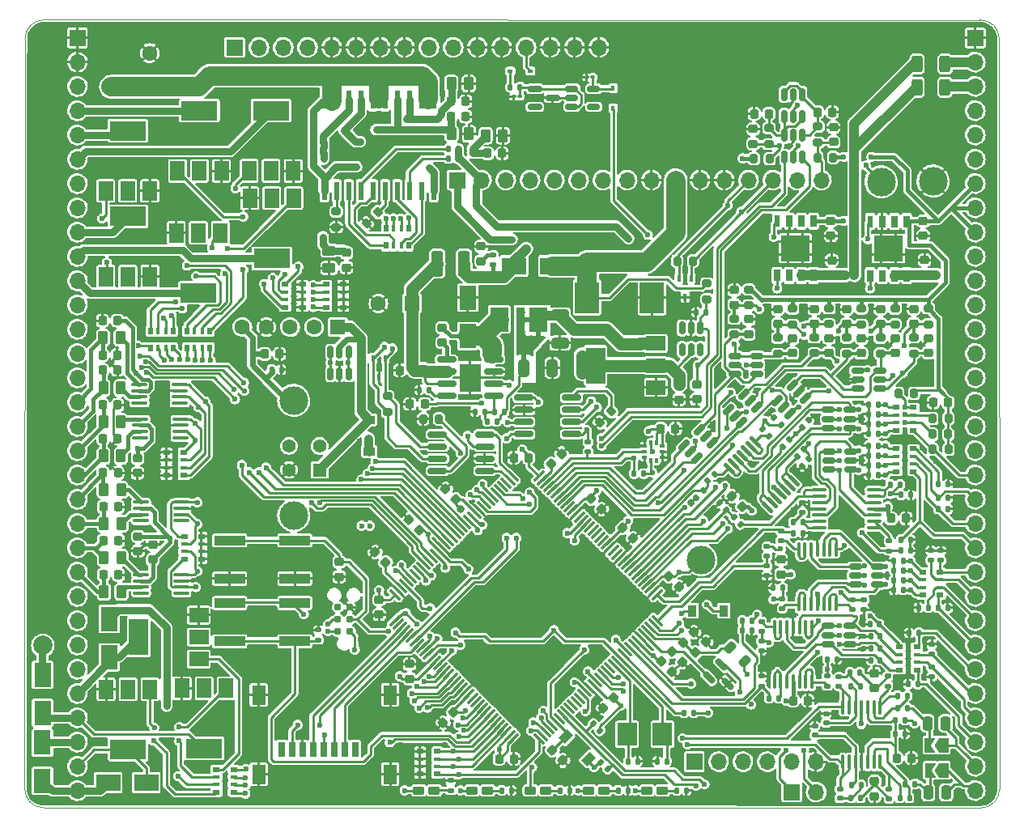
<source format=gbr>
G04 #@! TF.GenerationSoftware,KiCad,Pcbnew,(6.0.1)*
G04 #@! TF.CreationDate,2022-08-29T02:15:06+01:00*
G04 #@! TF.ProjectId,polygonus-Shortage-Version,706f6c79-676f-46e7-9573-2d53686f7274,rev?*
G04 #@! TF.SameCoordinates,Original*
G04 #@! TF.FileFunction,Copper,L1,Top*
G04 #@! TF.FilePolarity,Positive*
%FSLAX46Y46*%
G04 Gerber Fmt 4.6, Leading zero omitted, Abs format (unit mm)*
G04 Created by KiCad (PCBNEW (6.0.1)) date 2022-08-29 02:15:06*
%MOMM*%
%LPD*%
G01*
G04 APERTURE LIST*
G04 Aperture macros list*
%AMRoundRect*
0 Rectangle with rounded corners*
0 $1 Rounding radius*
0 $2 $3 $4 $5 $6 $7 $8 $9 X,Y pos of 4 corners*
0 Add a 4 corners polygon primitive as box body*
4,1,4,$2,$3,$4,$5,$6,$7,$8,$9,$2,$3,0*
0 Add four circle primitives for the rounded corners*
1,1,$1+$1,$2,$3*
1,1,$1+$1,$4,$5*
1,1,$1+$1,$6,$7*
1,1,$1+$1,$8,$9*
0 Add four rect primitives between the rounded corners*
20,1,$1+$1,$2,$3,$4,$5,0*
20,1,$1+$1,$4,$5,$6,$7,0*
20,1,$1+$1,$6,$7,$8,$9,0*
20,1,$1+$1,$8,$9,$2,$3,0*%
%AMRotRect*
0 Rectangle, with rotation*
0 The origin of the aperture is its center*
0 $1 length*
0 $2 width*
0 $3 Rotation angle, in degrees counterclockwise*
0 Add horizontal line*
21,1,$1,$2,0,0,$3*%
%AMFreePoly0*
4,1,6,1.000000,0.000000,0.500000,-0.750000,-0.500000,-0.750000,-0.500000,0.750000,0.500000,0.750000,1.000000,0.000000,1.000000,0.000000,$1*%
%AMFreePoly1*
4,1,6,0.500000,-0.750000,-0.650000,-0.750000,-0.150000,0.000000,-0.650000,0.750000,0.500000,0.750000,0.500000,-0.750000,0.500000,-0.750000,$1*%
G04 Aperture macros list end*
G04 #@! TA.AperFunction,Profile*
%ADD10C,0.050000*%
G04 #@! TD*
G04 #@! TA.AperFunction,SMDPad,CuDef*
%ADD11RoundRect,0.225000X0.250000X-0.225000X0.250000X0.225000X-0.250000X0.225000X-0.250000X-0.225000X0*%
G04 #@! TD*
G04 #@! TA.AperFunction,SMDPad,CuDef*
%ADD12RoundRect,0.135000X-0.135000X-0.185000X0.135000X-0.185000X0.135000X0.185000X-0.135000X0.185000X0*%
G04 #@! TD*
G04 #@! TA.AperFunction,SMDPad,CuDef*
%ADD13RoundRect,0.135000X0.226274X0.035355X0.035355X0.226274X-0.226274X-0.035355X-0.035355X-0.226274X0*%
G04 #@! TD*
G04 #@! TA.AperFunction,SMDPad,CuDef*
%ADD14RoundRect,0.100000X0.100000X-0.637500X0.100000X0.637500X-0.100000X0.637500X-0.100000X-0.637500X0*%
G04 #@! TD*
G04 #@! TA.AperFunction,SMDPad,CuDef*
%ADD15RoundRect,0.100000X0.637500X0.100000X-0.637500X0.100000X-0.637500X-0.100000X0.637500X-0.100000X0*%
G04 #@! TD*
G04 #@! TA.AperFunction,SMDPad,CuDef*
%ADD16R,0.650000X1.310000*%
G04 #@! TD*
G04 #@! TA.AperFunction,SMDPad,CuDef*
%ADD17R,0.600000X1.310000*%
G04 #@! TD*
G04 #@! TA.AperFunction,SMDPad,CuDef*
%ADD18R,1.500000X1.325000*%
G04 #@! TD*
G04 #@! TA.AperFunction,SMDPad,CuDef*
%ADD19RoundRect,0.225000X-0.250000X0.225000X-0.250000X-0.225000X0.250000X-0.225000X0.250000X0.225000X0*%
G04 #@! TD*
G04 #@! TA.AperFunction,SMDPad,CuDef*
%ADD20RoundRect,0.135000X-0.226274X-0.035355X-0.035355X-0.226274X0.226274X0.035355X0.035355X0.226274X0*%
G04 #@! TD*
G04 #@! TA.AperFunction,SMDPad,CuDef*
%ADD21RoundRect,0.225000X-0.225000X-0.250000X0.225000X-0.250000X0.225000X0.250000X-0.225000X0.250000X0*%
G04 #@! TD*
G04 #@! TA.AperFunction,SMDPad,CuDef*
%ADD22RoundRect,0.225000X0.017678X-0.335876X0.335876X-0.017678X-0.017678X0.335876X-0.335876X0.017678X0*%
G04 #@! TD*
G04 #@! TA.AperFunction,SMDPad,CuDef*
%ADD23RoundRect,0.140000X-0.140000X-0.170000X0.140000X-0.170000X0.140000X0.170000X-0.140000X0.170000X0*%
G04 #@! TD*
G04 #@! TA.AperFunction,SMDPad,CuDef*
%ADD24RoundRect,0.225000X0.335876X0.017678X0.017678X0.335876X-0.335876X-0.017678X-0.017678X-0.335876X0*%
G04 #@! TD*
G04 #@! TA.AperFunction,SMDPad,CuDef*
%ADD25RoundRect,0.225000X-0.335876X-0.017678X-0.017678X-0.335876X0.335876X0.017678X0.017678X0.335876X0*%
G04 #@! TD*
G04 #@! TA.AperFunction,SMDPad,CuDef*
%ADD26RoundRect,0.218750X0.424264X0.114905X0.114905X0.424264X-0.424264X-0.114905X-0.114905X-0.424264X0*%
G04 #@! TD*
G04 #@! TA.AperFunction,SMDPad,CuDef*
%ADD27RoundRect,0.200000X0.200000X0.275000X-0.200000X0.275000X-0.200000X-0.275000X0.200000X-0.275000X0*%
G04 #@! TD*
G04 #@! TA.AperFunction,SMDPad,CuDef*
%ADD28R,0.800000X0.500000*%
G04 #@! TD*
G04 #@! TA.AperFunction,SMDPad,CuDef*
%ADD29R,0.800000X0.400000*%
G04 #@! TD*
G04 #@! TA.AperFunction,SMDPad,CuDef*
%ADD30RoundRect,0.100000X0.521491X-0.380070X-0.380070X0.521491X-0.521491X0.380070X0.380070X-0.521491X0*%
G04 #@! TD*
G04 #@! TA.AperFunction,SMDPad,CuDef*
%ADD31R,0.500000X0.800000*%
G04 #@! TD*
G04 #@! TA.AperFunction,SMDPad,CuDef*
%ADD32R,0.400000X0.800000*%
G04 #@! TD*
G04 #@! TA.AperFunction,SMDPad,CuDef*
%ADD33RoundRect,0.135000X0.135000X0.185000X-0.135000X0.185000X-0.135000X-0.185000X0.135000X-0.185000X0*%
G04 #@! TD*
G04 #@! TA.AperFunction,SMDPad,CuDef*
%ADD34RoundRect,0.225000X0.225000X0.250000X-0.225000X0.250000X-0.225000X-0.250000X0.225000X-0.250000X0*%
G04 #@! TD*
G04 #@! TA.AperFunction,SMDPad,CuDef*
%ADD35RoundRect,0.075000X0.521491X-0.415425X-0.415425X0.521491X-0.521491X0.415425X0.415425X-0.521491X0*%
G04 #@! TD*
G04 #@! TA.AperFunction,SMDPad,CuDef*
%ADD36RoundRect,0.075000X0.521491X0.415425X0.415425X0.521491X-0.521491X-0.415425X-0.415425X-0.521491X0*%
G04 #@! TD*
G04 #@! TA.AperFunction,SMDPad,CuDef*
%ADD37RoundRect,0.250000X-0.325000X-0.650000X0.325000X-0.650000X0.325000X0.650000X-0.325000X0.650000X0*%
G04 #@! TD*
G04 #@! TA.AperFunction,SMDPad,CuDef*
%ADD38RoundRect,0.200000X-0.200000X-0.275000X0.200000X-0.275000X0.200000X0.275000X-0.200000X0.275000X0*%
G04 #@! TD*
G04 #@! TA.AperFunction,SMDPad,CuDef*
%ADD39RoundRect,0.140000X0.140000X0.170000X-0.140000X0.170000X-0.140000X-0.170000X0.140000X-0.170000X0*%
G04 #@! TD*
G04 #@! TA.AperFunction,SMDPad,CuDef*
%ADD40R,2.500000X1.800000*%
G04 #@! TD*
G04 #@! TA.AperFunction,SMDPad,CuDef*
%ADD41RoundRect,0.250000X-0.262500X-0.450000X0.262500X-0.450000X0.262500X0.450000X-0.262500X0.450000X0*%
G04 #@! TD*
G04 #@! TA.AperFunction,SMDPad,CuDef*
%ADD42RoundRect,0.100000X0.712500X0.100000X-0.712500X0.100000X-0.712500X-0.100000X0.712500X-0.100000X0*%
G04 #@! TD*
G04 #@! TA.AperFunction,SMDPad,CuDef*
%ADD43RoundRect,0.212500X0.400000X0.212500X-0.400000X0.212500X-0.400000X-0.212500X0.400000X-0.212500X0*%
G04 #@! TD*
G04 #@! TA.AperFunction,SMDPad,CuDef*
%ADD44RoundRect,0.135000X-0.185000X0.135000X-0.185000X-0.135000X0.185000X-0.135000X0.185000X0.135000X0*%
G04 #@! TD*
G04 #@! TA.AperFunction,SMDPad,CuDef*
%ADD45RoundRect,0.200000X-0.275000X0.200000X-0.275000X-0.200000X0.275000X-0.200000X0.275000X0.200000X0*%
G04 #@! TD*
G04 #@! TA.AperFunction,SMDPad,CuDef*
%ADD46RoundRect,0.200000X0.275000X-0.200000X0.275000X0.200000X-0.275000X0.200000X-0.275000X-0.200000X0*%
G04 #@! TD*
G04 #@! TA.AperFunction,SMDPad,CuDef*
%ADD47R,1.200000X0.900000*%
G04 #@! TD*
G04 #@! TA.AperFunction,SMDPad,CuDef*
%ADD48RoundRect,0.250000X0.312500X0.625000X-0.312500X0.625000X-0.312500X-0.625000X0.312500X-0.625000X0*%
G04 #@! TD*
G04 #@! TA.AperFunction,SMDPad,CuDef*
%ADD49RoundRect,0.250000X-0.312500X-0.625000X0.312500X-0.625000X0.312500X0.625000X-0.312500X0.625000X0*%
G04 #@! TD*
G04 #@! TA.AperFunction,SMDPad,CuDef*
%ADD50C,3.000000*%
G04 #@! TD*
G04 #@! TA.AperFunction,SMDPad,CuDef*
%ADD51RoundRect,0.150000X0.150000X-0.512500X0.150000X0.512500X-0.150000X0.512500X-0.150000X-0.512500X0*%
G04 #@! TD*
G04 #@! TA.AperFunction,SMDPad,CuDef*
%ADD52R,0.450000X0.700000*%
G04 #@! TD*
G04 #@! TA.AperFunction,SMDPad,CuDef*
%ADD53RoundRect,0.135000X0.185000X-0.135000X0.185000X0.135000X-0.185000X0.135000X-0.185000X-0.135000X0*%
G04 #@! TD*
G04 #@! TA.AperFunction,ComponentPad*
%ADD54R,1.600000X1.600000*%
G04 #@! TD*
G04 #@! TA.AperFunction,ComponentPad*
%ADD55C,1.600000*%
G04 #@! TD*
G04 #@! TA.AperFunction,SMDPad,CuDef*
%ADD56R,2.500000X3.300000*%
G04 #@! TD*
G04 #@! TA.AperFunction,SMDPad,CuDef*
%ADD57RoundRect,0.135000X-0.035355X0.226274X-0.226274X0.035355X0.035355X-0.226274X0.226274X-0.035355X0*%
G04 #@! TD*
G04 #@! TA.AperFunction,SMDPad,CuDef*
%ADD58RoundRect,0.135000X0.035355X-0.226274X0.226274X-0.035355X-0.035355X0.226274X-0.226274X0.035355X0*%
G04 #@! TD*
G04 #@! TA.AperFunction,SMDPad,CuDef*
%ADD59RoundRect,0.150000X0.512500X0.150000X-0.512500X0.150000X-0.512500X-0.150000X0.512500X-0.150000X0*%
G04 #@! TD*
G04 #@! TA.AperFunction,SMDPad,CuDef*
%ADD60RoundRect,0.140000X-0.170000X0.140000X-0.170000X-0.140000X0.170000X-0.140000X0.170000X0.140000X0*%
G04 #@! TD*
G04 #@! TA.AperFunction,SMDPad,CuDef*
%ADD61RoundRect,0.140000X0.170000X-0.140000X0.170000X0.140000X-0.170000X0.140000X-0.170000X-0.140000X0*%
G04 #@! TD*
G04 #@! TA.AperFunction,SMDPad,CuDef*
%ADD62RoundRect,0.100000X-0.100000X0.637500X-0.100000X-0.637500X0.100000X-0.637500X0.100000X0.637500X0*%
G04 #@! TD*
G04 #@! TA.AperFunction,SMDPad,CuDef*
%ADD63R,2.000000X1.500000*%
G04 #@! TD*
G04 #@! TA.AperFunction,SMDPad,CuDef*
%ADD64R,2.000000X3.800000*%
G04 #@! TD*
G04 #@! TA.AperFunction,SMDPad,CuDef*
%ADD65R,2.000000X2.400000*%
G04 #@! TD*
G04 #@! TA.AperFunction,SMDPad,CuDef*
%ADD66RoundRect,0.150000X-0.825000X-0.150000X0.825000X-0.150000X0.825000X0.150000X-0.825000X0.150000X0*%
G04 #@! TD*
G04 #@! TA.AperFunction,SMDPad,CuDef*
%ADD67R,2.290000X3.000000*%
G04 #@! TD*
G04 #@! TA.AperFunction,SMDPad,CuDef*
%ADD68R,1.800000X2.500000*%
G04 #@! TD*
G04 #@! TA.AperFunction,SMDPad,CuDef*
%ADD69RoundRect,0.150000X-0.150000X0.512500X-0.150000X-0.512500X0.150000X-0.512500X0.150000X0.512500X0*%
G04 #@! TD*
G04 #@! TA.AperFunction,SMDPad,CuDef*
%ADD70RoundRect,0.250000X0.375000X1.075000X-0.375000X1.075000X-0.375000X-1.075000X0.375000X-1.075000X0*%
G04 #@! TD*
G04 #@! TA.AperFunction,SMDPad,CuDef*
%ADD71RoundRect,0.200000X-0.053033X0.335876X-0.335876X0.053033X0.053033X-0.335876X0.335876X-0.053033X0*%
G04 #@! TD*
G04 #@! TA.AperFunction,SMDPad,CuDef*
%ADD72R,1.900000X2.500000*%
G04 #@! TD*
G04 #@! TA.AperFunction,SMDPad,CuDef*
%ADD73RoundRect,0.250000X-0.650000X0.325000X-0.650000X-0.325000X0.650000X-0.325000X0.650000X0.325000X0*%
G04 #@! TD*
G04 #@! TA.AperFunction,SMDPad,CuDef*
%ADD74RoundRect,0.250000X-0.250000X-0.475000X0.250000X-0.475000X0.250000X0.475000X-0.250000X0.475000X0*%
G04 #@! TD*
G04 #@! TA.AperFunction,ComponentPad*
%ADD75R,1.700000X1.700000*%
G04 #@! TD*
G04 #@! TA.AperFunction,ComponentPad*
%ADD76O,1.700000X1.700000*%
G04 #@! TD*
G04 #@! TA.AperFunction,SMDPad,CuDef*
%ADD77FreePoly0,180.000000*%
G04 #@! TD*
G04 #@! TA.AperFunction,SMDPad,CuDef*
%ADD78FreePoly1,180.000000*%
G04 #@! TD*
G04 #@! TA.AperFunction,SMDPad,CuDef*
%ADD79R,0.800000X1.500000*%
G04 #@! TD*
G04 #@! TA.AperFunction,SMDPad,CuDef*
%ADD80R,1.450000X2.000000*%
G04 #@! TD*
G04 #@! TA.AperFunction,ComponentPad*
%ADD81R,1.400000X1.400000*%
G04 #@! TD*
G04 #@! TA.AperFunction,ComponentPad*
%ADD82C,1.400000*%
G04 #@! TD*
G04 #@! TA.AperFunction,ComponentPad*
%ADD83C,3.000000*%
G04 #@! TD*
G04 #@! TA.AperFunction,SMDPad,CuDef*
%ADD84RoundRect,0.250000X-0.450000X0.262500X-0.450000X-0.262500X0.450000X-0.262500X0.450000X0.262500X0*%
G04 #@! TD*
G04 #@! TA.AperFunction,SMDPad,CuDef*
%ADD85RoundRect,0.150000X-0.521491X0.309359X0.309359X-0.521491X0.521491X-0.309359X-0.309359X0.521491X0*%
G04 #@! TD*
G04 #@! TA.AperFunction,SMDPad,CuDef*
%ADD86RoundRect,0.100000X-0.100000X0.175000X-0.100000X-0.175000X0.100000X-0.175000X0.100000X0.175000X0*%
G04 #@! TD*
G04 #@! TA.AperFunction,SMDPad,CuDef*
%ADD87RoundRect,0.100000X-0.175000X0.100000X-0.175000X-0.100000X0.175000X-0.100000X0.175000X0.100000X0*%
G04 #@! TD*
G04 #@! TA.AperFunction,SMDPad,CuDef*
%ADD88R,3.200000X1.000000*%
G04 #@! TD*
G04 #@! TA.AperFunction,ConnectorPad*
%ADD89C,0.787400*%
G04 #@! TD*
G04 #@! TA.AperFunction,SMDPad,CuDef*
%ADD90R,0.900000X1.200000*%
G04 #@! TD*
G04 #@! TA.AperFunction,SMDPad,CuDef*
%ADD91RotRect,0.900000X1.200000X315.000000*%
G04 #@! TD*
G04 #@! TA.AperFunction,SMDPad,CuDef*
%ADD92R,0.450000X0.600000*%
G04 #@! TD*
G04 #@! TA.AperFunction,SMDPad,CuDef*
%ADD93RoundRect,0.150000X-0.512500X-0.150000X0.512500X-0.150000X0.512500X0.150000X-0.512500X0.150000X0*%
G04 #@! TD*
G04 #@! TA.AperFunction,SMDPad,CuDef*
%ADD94R,1.500000X2.000000*%
G04 #@! TD*
G04 #@! TA.AperFunction,SMDPad,CuDef*
%ADD95R,3.800000X2.000000*%
G04 #@! TD*
G04 #@! TA.AperFunction,SMDPad,CuDef*
%ADD96RoundRect,0.150000X0.256326X0.468458X-0.468458X-0.256326X-0.256326X-0.468458X0.468458X0.256326X0*%
G04 #@! TD*
G04 #@! TA.AperFunction,SMDPad,CuDef*
%ADD97R,0.550000X1.950000*%
G04 #@! TD*
G04 #@! TA.AperFunction,SMDPad,CuDef*
%ADD98RoundRect,0.200000X0.053033X-0.335876X0.335876X-0.053033X-0.053033X0.335876X-0.335876X0.053033X0*%
G04 #@! TD*
G04 #@! TA.AperFunction,SMDPad,CuDef*
%ADD99RoundRect,0.100000X-0.130000X-0.100000X0.130000X-0.100000X0.130000X0.100000X-0.130000X0.100000X0*%
G04 #@! TD*
G04 #@! TA.AperFunction,SMDPad,CuDef*
%ADD100RoundRect,0.150000X-0.587500X-0.150000X0.587500X-0.150000X0.587500X0.150000X-0.587500X0.150000X0*%
G04 #@! TD*
G04 #@! TA.AperFunction,SMDPad,CuDef*
%ADD101R,0.600000X0.450000*%
G04 #@! TD*
G04 #@! TA.AperFunction,SMDPad,CuDef*
%ADD102RoundRect,0.150000X0.825000X0.150000X-0.825000X0.150000X-0.825000X-0.150000X0.825000X-0.150000X0*%
G04 #@! TD*
G04 #@! TA.AperFunction,SMDPad,CuDef*
%ADD103RoundRect,0.100000X0.130000X0.100000X-0.130000X0.100000X-0.130000X-0.100000X0.130000X-0.100000X0*%
G04 #@! TD*
G04 #@! TA.AperFunction,ViaPad*
%ADD104C,0.599440*%
G04 #@! TD*
G04 #@! TA.AperFunction,ViaPad*
%ADD105C,0.800000*%
G04 #@! TD*
G04 #@! TA.AperFunction,ViaPad*
%ADD106C,0.600000*%
G04 #@! TD*
G04 #@! TA.AperFunction,ViaPad*
%ADD107C,2.000000*%
G04 #@! TD*
G04 #@! TA.AperFunction,Conductor*
%ADD108C,0.762000*%
G04 #@! TD*
G04 #@! TA.AperFunction,Conductor*
%ADD109C,0.254000*%
G04 #@! TD*
G04 #@! TA.AperFunction,Conductor*
%ADD110C,0.404600*%
G04 #@! TD*
G04 #@! TA.AperFunction,Conductor*
%ADD111C,0.914400*%
G04 #@! TD*
G04 #@! TA.AperFunction,Conductor*
%ADD112C,0.406400*%
G04 #@! TD*
G04 #@! TA.AperFunction,Conductor*
%ADD113C,1.016000*%
G04 #@! TD*
G04 #@! TA.AperFunction,Conductor*
%ADD114C,1.270000*%
G04 #@! TD*
G04 #@! TA.AperFunction,Conductor*
%ADD115C,0.304800*%
G04 #@! TD*
G04 #@! TA.AperFunction,Conductor*
%ADD116C,2.032000*%
G04 #@! TD*
G04 #@! TA.AperFunction,Conductor*
%ADD117C,0.609600*%
G04 #@! TD*
G04 APERTURE END LIST*
D10*
X27598758Y70480030D02*
X27566743Y-7944264D01*
X29598758Y72480030D02*
G75*
G03*
X27598758Y70480030I-1J-1999999D01*
G01*
X127511245Y72474911D02*
X29598758Y72480030D01*
X29566743Y-9944264D02*
X127539293Y-9975264D01*
X127539293Y-9975264D02*
G75*
G03*
X129539293Y-7975264I1J1999999D01*
G01*
X129539293Y-7975264D02*
X129511245Y70474911D01*
X27566743Y-7944264D02*
G75*
G03*
X29566743Y-9944264I1999999J-1D01*
G01*
X129511245Y70474911D02*
G75*
G03*
X127511245Y72474911I-1999999J1D01*
G01*
D11*
G04 #@! TO.P,C1015,1*
G04 #@! TO.N,/12V_PROT*
X112003326Y45778948D03*
G04 #@! TO.P,C1015,2*
G04 #@! TO.N,GND*
X112003326Y47328948D03*
G04 #@! TD*
D12*
G04 #@! TO.P,R902,1*
G04 #@! TO.N,/AV10*
X123130975Y21307317D03*
G04 #@! TO.P,R902,2*
G04 #@! TO.N,GND*
X124150975Y21307317D03*
G04 #@! TD*
G04 #@! TO.P,R903,1*
G04 #@! TO.N,/AV11*
X123142194Y22496586D03*
G04 #@! TO.P,R903,2*
G04 #@! TO.N,GND*
X124162194Y22496586D03*
G04 #@! TD*
G04 #@! TO.P,R904,1*
G04 #@! TO.N,/quad_analog3/IN4*
X123119755Y23887806D03*
G04 #@! TO.P,R904,2*
G04 #@! TO.N,GND*
X124139755Y23887806D03*
G04 #@! TD*
D13*
G04 #@! TO.P,R1007,1*
G04 #@! TO.N,/mcu/5V_SENSOR_2_PG*
X88562124Y-5885124D03*
G04 #@! TO.P,R1007,2*
G04 #@! TO.N,+3V3*
X87840876Y-5163876D03*
G04 #@! TD*
D14*
G04 #@! TO.P,U801,1*
G04 #@! TO.N,Net-(R9-Pad2)*
X108540000Y11361500D03*
G04 #@! TO.P,U801,2,-*
X109190000Y11361500D03*
G04 #@! TO.P,U801,3,+*
G04 #@! TO.N,Net-(C5-Pad1)*
X109840000Y11361500D03*
G04 #@! TO.P,U801,4,V+*
G04 #@! TO.N,+5V*
X110490000Y11361500D03*
G04 #@! TO.P,U801,5,+*
G04 #@! TO.N,Net-(C6-Pad1)*
X111140000Y11361500D03*
G04 #@! TO.P,U801,6,-*
G04 #@! TO.N,Net-(R10-Pad2)*
X111790000Y11361500D03*
G04 #@! TO.P,U801,7*
X112440000Y11361500D03*
G04 #@! TO.P,U801,8*
G04 #@! TO.N,Net-(R11-Pad2)*
X112440000Y17086500D03*
G04 #@! TO.P,U801,9,-*
X111790000Y17086500D03*
G04 #@! TO.P,U801,10,+*
G04 #@! TO.N,Net-(C7-Pad1)*
X111140000Y17086500D03*
G04 #@! TO.P,U801,11,V-*
G04 #@! TO.N,GND*
X110490000Y17086500D03*
G04 #@! TO.P,U801,12,+*
G04 #@! TO.N,Net-(C8-Pad1)*
X109840000Y17086500D03*
G04 #@! TO.P,U801,13,-*
G04 #@! TO.N,Net-(R12-Pad2)*
X109190000Y17086500D03*
G04 #@! TO.P,U801,14*
X108540000Y17086500D03*
G04 #@! TD*
D15*
G04 #@! TO.P,U901,1*
G04 #@! TO.N,Net-(R17-Pad2)*
X116400500Y19386000D03*
G04 #@! TO.P,U901,2,-*
X116400500Y20036000D03*
G04 #@! TO.P,U901,3,+*
G04 #@! TO.N,Net-(C9-Pad1)*
X116400500Y20686000D03*
G04 #@! TO.P,U901,4,V+*
G04 #@! TO.N,+5V*
X116400500Y21336000D03*
G04 #@! TO.P,U901,5,+*
G04 #@! TO.N,Net-(C10-Pad1)*
X116400500Y21986000D03*
G04 #@! TO.P,U901,6,-*
G04 #@! TO.N,Net-(R18-Pad2)*
X116400500Y22636000D03*
G04 #@! TO.P,U901,7*
X116400500Y23286000D03*
G04 #@! TO.P,U901,8*
G04 #@! TO.N,Net-(R19-Pad2)*
X110675500Y23286000D03*
G04 #@! TO.P,U901,9,-*
X110675500Y22636000D03*
G04 #@! TO.P,U901,10,+*
G04 #@! TO.N,Net-(C11-Pad1)*
X110675500Y21986000D03*
G04 #@! TO.P,U901,11,V-*
G04 #@! TO.N,GND*
X110675500Y21336000D03*
G04 #@! TO.P,U901,12,+*
G04 #@! TO.N,Net-(C12-Pad1)*
X110675500Y20686000D03*
G04 #@! TO.P,U901,13,-*
G04 #@! TO.N,Net-(R20-Pad2)*
X110675500Y20036000D03*
G04 #@! TO.P,U901,14*
X110675500Y19386000D03*
G04 #@! TD*
D16*
G04 #@! TO.P,U1004,1,OUT*
G04 #@! TO.N,/5V_SENSOR_1*
X119814671Y51392123D03*
G04 #@! TO.P,U1004,2*
G04 #@! TO.N,unconnected-(U1004-Pad2)*
X118544671Y51392123D03*
G04 #@! TO.P,U1004,3,GND*
G04 #@! TO.N,GND*
X117274671Y51392123D03*
D17*
G04 #@! TO.P,U1004,4,PG*
G04 #@! TO.N,/mcu/5V_SENSOR_1_PG*
X116004671Y51392123D03*
D16*
G04 #@! TO.P,U1004,5,ADJ*
G04 #@! TO.N,+5V*
X116004671Y45702123D03*
G04 #@! TO.P,U1004,6*
G04 #@! TO.N,unconnected-(U1004-Pad6)*
X117274671Y45702123D03*
G04 #@! TO.P,U1004,7,EN*
G04 #@! TO.N,/12V_PROT*
X118544671Y45702123D03*
G04 #@! TO.P,U1004,8,IN*
X119814671Y45702123D03*
D18*
G04 #@! TO.P,U1004,9,GND*
G04 #@! TO.N,GND*
X118659671Y49209623D03*
X117159671Y47884623D03*
X118659671Y47884623D03*
X117159671Y49209623D03*
G04 #@! TD*
D16*
G04 #@! TO.P,U1005,1,OUT*
G04 #@! TO.N,/5V_SENSOR_2*
X110083142Y51429989D03*
G04 #@! TO.P,U1005,2*
G04 #@! TO.N,unconnected-(U1005-Pad2)*
X108813142Y51429989D03*
G04 #@! TO.P,U1005,3,GND*
G04 #@! TO.N,GND*
X107543142Y51429989D03*
D17*
G04 #@! TO.P,U1005,4,PG*
G04 #@! TO.N,/mcu/5V_SENSOR_2_PG*
X106273142Y51429989D03*
D16*
G04 #@! TO.P,U1005,5,ADJ*
G04 #@! TO.N,+5V*
X106273142Y45739989D03*
G04 #@! TO.P,U1005,6*
G04 #@! TO.N,unconnected-(U1005-Pad6)*
X107543142Y45739989D03*
G04 #@! TO.P,U1005,7,EN*
G04 #@! TO.N,/12V_PROT*
X108813142Y45739989D03*
G04 #@! TO.P,U1005,8,IN*
X110083142Y45739989D03*
D18*
G04 #@! TO.P,U1005,9,GND*
G04 #@! TO.N,GND*
X108928142Y47922489D03*
X107428142Y49247489D03*
X107428142Y47922489D03*
X108928142Y49247489D03*
G04 #@! TD*
D19*
G04 #@! TO.P,C1016,1*
G04 #@! TO.N,/5V_SENSOR_1*
X121539912Y51428769D03*
G04 #@! TO.P,C1016,2*
G04 #@! TO.N,GND*
X121539912Y49878769D03*
G04 #@! TD*
D11*
G04 #@! TO.P,C1017,1*
G04 #@! TO.N,/12V_PROT*
X121694368Y45805498D03*
G04 #@! TO.P,C1017,2*
G04 #@! TO.N,GND*
X121694368Y47355498D03*
G04 #@! TD*
D19*
G04 #@! TO.P,C1018,1*
G04 #@! TO.N,/5V_SENSOR_2*
X111896736Y51445598D03*
G04 #@! TO.P,C1018,2*
G04 #@! TO.N,GND*
X111896736Y49895598D03*
G04 #@! TD*
D20*
G04 #@! TO.P,R1006,1*
G04 #@! TO.N,/mcu/5V_SENSOR_1_PG*
X87015376Y-1163376D03*
G04 #@! TO.P,R1006,2*
G04 #@! TO.N,+3V3*
X87736624Y-1884624D03*
G04 #@! TD*
D21*
G04 #@! TO.P,C701,1*
G04 #@! TO.N,+5V*
X107937000Y1270000D03*
G04 #@! TO.P,C701,2*
G04 #@! TO.N,GND*
X109487000Y1270000D03*
G04 #@! TD*
D11*
G04 #@! TO.P,C801,1*
G04 #@! TO.N,+5V*
X106680000Y14465000D03*
G04 #@! TO.P,C801,2*
G04 #@! TO.N,GND*
X106680000Y16015000D03*
G04 #@! TD*
D21*
G04 #@! TO.P,C901,1*
G04 #@! TO.N,+5V*
X118194266Y20335608D03*
G04 #@! TO.P,C901,2*
G04 #@! TO.N,GND*
X119744266Y20335608D03*
G04 #@! TD*
D22*
G04 #@! TO.P,C1518,1*
G04 #@! TO.N,Net-(C1518-Pad1)*
X82636992Y25994992D03*
G04 #@! TO.P,C1518,2*
G04 #@! TO.N,GND*
X83733008Y27091008D03*
G04 #@! TD*
D23*
G04 #@! TO.P,C1521,1*
G04 #@! TO.N,Net-(C1521-Pad1)*
X90706000Y-5080000D03*
G04 #@! TO.P,C1521,2*
G04 #@! TO.N,GND*
X91666000Y-5080000D03*
G04 #@! TD*
D21*
G04 #@! TO.P,C1503,1*
G04 #@! TO.N,GND*
X78727000Y26670000D03*
G04 #@! TO.P,C1503,2*
G04 #@! TO.N,+3V3*
X80277000Y26670000D03*
G04 #@! TD*
D24*
G04 #@! TO.P,C1505,1*
G04 #@! TO.N,GND*
X95290008Y4277992D03*
G04 #@! TO.P,C1505,2*
G04 #@! TO.N,+3V3*
X94193992Y5374008D03*
G04 #@! TD*
G04 #@! TO.P,C1506,1*
G04 #@! TO.N,GND*
X96052008Y13167992D03*
G04 #@! TO.P,C1506,2*
G04 #@! TO.N,+3V3*
X94955992Y14264008D03*
G04 #@! TD*
D25*
G04 #@! TO.P,C1507,1*
G04 #@! TO.N,GND*
X71587992Y23408008D03*
G04 #@! TO.P,C1507,2*
G04 #@! TO.N,+3V3*
X72684008Y22311992D03*
G04 #@! TD*
D22*
G04 #@! TO.P,C1501,1*
G04 #@! TO.N,/mcu/VDDA*
X96479992Y7325992D03*
G04 #@! TO.P,C1501,2*
G04 #@! TO.N,GND*
X97576008Y8422008D03*
G04 #@! TD*
G04 #@! TO.P,C1502,1*
G04 #@! TO.N,/mcu/VDDA*
X97749992Y6309992D03*
G04 #@! TO.P,C1502,2*
G04 #@! TO.N,GND*
X98846008Y7406008D03*
G04 #@! TD*
D24*
G04 #@! TO.P,C1101,1*
G04 #@! TO.N,+5V*
X102656008Y21549992D03*
G04 #@! TO.P,C1101,2*
G04 #@! TO.N,GND*
X101559992Y22646008D03*
G04 #@! TD*
D26*
G04 #@! TO.P,FB1501,1*
G04 #@! TO.N,+3V3*
X102859301Y5344699D03*
G04 #@! TO.P,FB1501,2*
G04 #@! TO.N,/mcu/VDDA*
X101356699Y6847301D03*
G04 #@! TD*
D12*
G04 #@! TO.P,R901,1*
G04 #@! TO.N,/AV9*
X119202315Y18098535D03*
G04 #@! TO.P,R901,2*
G04 #@! TO.N,GND*
X120222315Y18098535D03*
G04 #@! TD*
G04 #@! TO.P,R1502,1*
G04 #@! TO.N,/mcu/nRESET*
X96518000Y0D03*
G04 #@! TO.P,R1502,2*
G04 #@! TO.N,+3V3*
X97538000Y0D03*
G04 #@! TD*
D27*
G04 #@! TO.P,R1101,1*
G04 #@! TO.N,/5V_SENSOR_1*
X124203537Y27547316D03*
G04 #@! TO.P,R1101,2*
G04 #@! TO.N,/AT1*
X122553537Y27547316D03*
G04 #@! TD*
G04 #@! TO.P,R1102,1*
G04 #@! TO.N,/5V_SENSOR_1*
X124169878Y29129268D03*
G04 #@! TO.P,R1102,2*
G04 #@! TO.N,/AT2*
X122519878Y29129268D03*
G04 #@! TD*
G04 #@! TO.P,R1103,1*
G04 #@! TO.N,/5V_SENSOR_1*
X124181098Y30789757D03*
G04 #@! TO.P,R1103,2*
G04 #@! TO.N,/AT3*
X122531098Y30789757D03*
G04 #@! TD*
G04 #@! TO.P,R1104,1*
G04 #@! TO.N,/5V_SENSOR_1*
X120586000Y33401000D03*
G04 #@! TO.P,R1104,2*
G04 #@! TO.N,/AT4*
X118936000Y33401000D03*
G04 #@! TD*
D28*
G04 #@! TO.P,RN701,1,R1.1*
G04 #@! TO.N,/AV1*
X120887074Y4487074D03*
D29*
G04 #@! TO.P,RN701,2,R2.1*
G04 #@! TO.N,/AV2*
X120887074Y5287074D03*
G04 #@! TO.P,RN701,3,R3.1*
G04 #@! TO.N,/AV3*
X120887074Y6087074D03*
D28*
G04 #@! TO.P,RN701,4,R4.1*
G04 #@! TO.N,/AV4*
X120887074Y6887074D03*
G04 #@! TO.P,RN701,5,R4.2*
G04 #@! TO.N,Net-(C4-Pad1)*
X119087074Y6887074D03*
D29*
G04 #@! TO.P,RN701,6,R3.2*
G04 #@! TO.N,Net-(C3-Pad1)*
X119087074Y6087074D03*
G04 #@! TO.P,RN701,7,R2.2*
G04 #@! TO.N,Net-(C2-Pad1)*
X119087074Y5287074D03*
D28*
G04 #@! TO.P,RN701,8,R1.2*
G04 #@! TO.N,Net-(C1-Pad1)*
X119087074Y4487074D03*
G04 #@! TD*
G04 #@! TO.P,RN801,1,R1.1*
G04 #@! TO.N,/AV5*
X123301709Y12312926D03*
D29*
G04 #@! TO.P,RN801,2,R2.1*
G04 #@! TO.N,/AV6*
X123301709Y13112926D03*
G04 #@! TO.P,RN801,3,R3.1*
G04 #@! TO.N,/AV7*
X123301709Y13912926D03*
D28*
G04 #@! TO.P,RN801,4,R4.1*
G04 #@! TO.N,/AV8*
X123301709Y14712926D03*
G04 #@! TO.P,RN801,5,R4.2*
G04 #@! TO.N,Net-(C8-Pad1)*
X121501709Y14712926D03*
D29*
G04 #@! TO.P,RN801,6,R3.2*
G04 #@! TO.N,Net-(C7-Pad1)*
X121501709Y13912926D03*
G04 #@! TO.P,RN801,7,R2.2*
G04 #@! TO.N,Net-(C6-Pad1)*
X121501709Y13112926D03*
D28*
G04 #@! TO.P,RN801,8,R1.2*
G04 #@! TO.N,Net-(C5-Pad1)*
X121501709Y12312926D03*
G04 #@! TD*
G04 #@! TO.P,RN901,1,R1.1*
G04 #@! TO.N,/AV9*
X120534000Y25216000D03*
D29*
G04 #@! TO.P,RN901,2,R2.1*
G04 #@! TO.N,/AV10*
X120534000Y26016000D03*
G04 #@! TO.P,RN901,3,R3.1*
G04 #@! TO.N,/AV11*
X120534000Y26816000D03*
D28*
G04 #@! TO.P,RN901,4,R4.1*
G04 #@! TO.N,/quad_analog3/IN4*
X120534000Y27616000D03*
G04 #@! TO.P,RN901,5,R4.2*
G04 #@! TO.N,Net-(C12-Pad1)*
X118734000Y27616000D03*
D29*
G04 #@! TO.P,RN901,6,R3.2*
G04 #@! TO.N,Net-(C11-Pad1)*
X118734000Y26816000D03*
G04 #@! TO.P,RN901,7,R2.2*
G04 #@! TO.N,Net-(C10-Pad1)*
X118734000Y26016000D03*
D28*
G04 #@! TO.P,RN901,8,R1.2*
G04 #@! TO.N,Net-(C9-Pad1)*
X118734000Y25216000D03*
G04 #@! TD*
G04 #@! TO.P,RN1101,1,R1.1*
G04 #@! TO.N,/AT1*
X120534000Y29534000D03*
D29*
G04 #@! TO.P,RN1101,2,R2.1*
G04 #@! TO.N,/AT2*
X120534000Y30334000D03*
G04 #@! TO.P,RN1101,3,R3.1*
G04 #@! TO.N,/AT3*
X120534000Y31134000D03*
D28*
G04 #@! TO.P,RN1101,4,R4.1*
G04 #@! TO.N,/AT4*
X120534000Y31934000D03*
G04 #@! TO.P,RN1101,5,R4.2*
G04 #@! TO.N,Net-(C16-Pad1)*
X118734000Y31934000D03*
D29*
G04 #@! TO.P,RN1101,6,R3.2*
G04 #@! TO.N,Net-(C15-Pad1)*
X118734000Y31134000D03*
G04 #@! TO.P,RN1101,7,R2.2*
G04 #@! TO.N,Net-(C14-Pad1)*
X118734000Y30334000D03*
D28*
G04 #@! TO.P,RN1101,8,R1.2*
G04 #@! TO.N,Net-(C13-Pad1)*
X118734000Y29534000D03*
G04 #@! TD*
D30*
G04 #@! TO.P,U1101,1*
G04 #@! TO.N,Net-(R25-Pad2)*
X105293235Y21489049D03*
G04 #@! TO.P,U1101,2,-*
X105752854Y21948668D03*
G04 #@! TO.P,U1101,3,+*
G04 #@! TO.N,Net-(C13-Pad1)*
X106212474Y22408287D03*
G04 #@! TO.P,U1101,4,V+*
G04 #@! TO.N,+5V*
X106672093Y22867907D03*
G04 #@! TO.P,U1101,5,+*
G04 #@! TO.N,Net-(C14-Pad1)*
X107131713Y23327526D03*
G04 #@! TO.P,U1101,6,-*
G04 #@! TO.N,Net-(R26-Pad2)*
X107591332Y23787146D03*
G04 #@! TO.P,U1101,7*
X108050951Y24246765D03*
G04 #@! TO.P,U1101,8*
G04 #@! TO.N,Net-(R27-Pad2)*
X104002765Y28294951D03*
G04 #@! TO.P,U1101,9,-*
X103543146Y27835332D03*
G04 #@! TO.P,U1101,10,+*
G04 #@! TO.N,Net-(C15-Pad1)*
X103083526Y27375713D03*
G04 #@! TO.P,U1101,11,V-*
G04 #@! TO.N,GND*
X102623907Y26916093D03*
G04 #@! TO.P,U1101,12,+*
G04 #@! TO.N,Net-(C16-Pad1)*
X102164287Y26456474D03*
G04 #@! TO.P,U1101,13,-*
G04 #@! TO.N,Net-(R28-Pad2)*
X101704668Y25996854D03*
G04 #@! TO.P,U1101,14*
X101245049Y25537235D03*
G04 #@! TD*
D21*
G04 #@! TO.P,C1516,1*
G04 #@! TO.N,/USB_SHIELD*
X52662462Y37533142D03*
G04 #@! TO.P,C1516,2*
G04 #@! TO.N,GND*
X54212462Y37533142D03*
G04 #@! TD*
D12*
G04 #@! TO.P,R1501,1*
G04 #@! TO.N,/USB_SHIELD*
X53400730Y35884875D03*
G04 #@! TO.P,R1501,2*
G04 #@! TO.N,GND*
X54420730Y35884875D03*
G04 #@! TD*
D19*
G04 #@! TO.P,C1301,1*
G04 #@! TO.N,/HS1*
X61218413Y48102703D03*
G04 #@! TO.P,C1301,2*
G04 #@! TO.N,GND*
X61218413Y46552703D03*
G04 #@! TD*
D21*
G04 #@! TO.P,C1302,1*
G04 #@! TO.N,/HS2*
X75971164Y58519287D03*
G04 #@! TO.P,C1302,2*
G04 #@! TO.N,GND*
X77521164Y58519287D03*
G04 #@! TD*
D31*
G04 #@! TO.P,RN1301,1,R1.1*
G04 #@! TO.N,/highside_quad/IN4*
X67750175Y50664268D03*
D32*
G04 #@! TO.P,RN1301,2,R2.1*
G04 #@! TO.N,/highside_quad/IN3*
X66950175Y50664268D03*
G04 #@! TO.P,RN1301,3,R3.1*
G04 #@! TO.N,/highside_quad/IN2*
X66150175Y50664268D03*
D31*
G04 #@! TO.P,RN1301,4,R4.1*
G04 #@! TO.N,/highside_quad/IN1*
X65350175Y50664268D03*
G04 #@! TO.P,RN1301,5,R4.2*
G04 #@! TO.N,Net-(RN1301-Pad5)*
X65350175Y48864268D03*
D32*
G04 #@! TO.P,RN1301,6,R3.2*
G04 #@! TO.N,Net-(RN1301-Pad6)*
X66150175Y48864268D03*
G04 #@! TO.P,RN1301,7,R2.2*
G04 #@! TO.N,Net-(RN1301-Pad7)*
X66950175Y48864268D03*
D31*
G04 #@! TO.P,RN1301,8,R1.2*
G04 #@! TO.N,Net-(RN1301-Pad8)*
X67750175Y48864268D03*
G04 #@! TD*
D19*
G04 #@! TO.P,C1523,1*
G04 #@! TO.N,/mcu/12V_DIVIDED*
X97854133Y34331095D03*
G04 #@! TO.P,C1523,2*
G04 #@! TO.N,GND*
X97854133Y32781095D03*
G04 #@! TD*
D33*
G04 #@! TO.P,R1504,1*
G04 #@! TO.N,/mcu/12V_DIVIDED*
X98808000Y41910000D03*
G04 #@! TO.P,R1504,2*
G04 #@! TO.N,GND*
X97788000Y41910000D03*
G04 #@! TD*
D14*
G04 #@! TO.P,U701,1*
G04 #@! TO.N,Net-(R1-Pad2)*
X106000000Y3233500D03*
G04 #@! TO.P,U701,2,-*
X106650000Y3233500D03*
G04 #@! TO.P,U701,3,+*
G04 #@! TO.N,Net-(C1-Pad1)*
X107300000Y3233500D03*
G04 #@! TO.P,U701,4,V+*
G04 #@! TO.N,+5V*
X107950000Y3233500D03*
G04 #@! TO.P,U701,5,+*
G04 #@! TO.N,Net-(C2-Pad1)*
X108600000Y3233500D03*
G04 #@! TO.P,U701,6,-*
G04 #@! TO.N,Net-(R2-Pad2)*
X109250000Y3233500D03*
G04 #@! TO.P,U701,7*
X109900000Y3233500D03*
G04 #@! TO.P,U701,8*
G04 #@! TO.N,Net-(R3-Pad2)*
X109900000Y8958500D03*
G04 #@! TO.P,U701,9,-*
X109250000Y8958500D03*
G04 #@! TO.P,U701,10,+*
G04 #@! TO.N,Net-(C3-Pad1)*
X108600000Y8958500D03*
G04 #@! TO.P,U701,11,V-*
G04 #@! TO.N,GND*
X107950000Y8958500D03*
G04 #@! TO.P,U701,12,+*
G04 #@! TO.N,Net-(C4-Pad1)*
X107300000Y8958500D03*
G04 #@! TO.P,U701,13,-*
G04 #@! TO.N,Net-(R4-Pad2)*
X106650000Y8958500D03*
G04 #@! TO.P,U701,14*
X106000000Y8958500D03*
G04 #@! TD*
D25*
G04 #@! TO.P,C1508,1*
G04 #@! TO.N,GND*
X67777992Y20207608D03*
G04 #@! TO.P,C1508,2*
G04 #@! TO.N,+3V3*
X68874008Y19111592D03*
G04 #@! TD*
D24*
G04 #@! TO.P,C1509,1*
G04 #@! TO.N,GND*
X91226008Y18247992D03*
G04 #@! TO.P,C1509,2*
G04 #@! TO.N,+3V3*
X90129992Y19344008D03*
G04 #@! TD*
D19*
G04 #@! TO.P,C1510,1*
G04 #@! TO.N,GND*
X67818000Y5093000D03*
G04 #@! TO.P,C1510,2*
G04 #@! TO.N,+3V3*
X67818000Y3543000D03*
G04 #@! TD*
D34*
G04 #@! TO.P,C1511,1*
G04 #@! TO.N,GND*
X78753000Y-4826000D03*
G04 #@! TO.P,C1511,2*
G04 #@! TO.N,+3V3*
X77203000Y-4826000D03*
G04 #@! TD*
D11*
G04 #@! TO.P,C1513,1*
G04 #@! TO.N,GND*
X64643000Y10274000D03*
G04 #@! TO.P,C1513,2*
G04 #@! TO.N,+3V3*
X64643000Y11824000D03*
G04 #@! TD*
D22*
G04 #@! TO.P,C1515,1*
G04 #@! TO.N,GND*
X88097992Y467992D03*
G04 #@! TO.P,C1515,2*
G04 #@! TO.N,+3V3*
X89194008Y1564008D03*
G04 #@! TD*
D35*
G04 #@! TO.P,U1501,1,PE2*
G04 #@! TO.N,/lowside_quad4/IN4*
X81352342Y-2726710D03*
G04 #@! TO.P,U1501,2,PE3*
G04 #@! TO.N,/mcu/LED1*
X81705895Y-2373157D03*
G04 #@! TO.P,U1501,3,PE4*
G04 #@! TO.N,/mcu/LED2*
X82059449Y-2019604D03*
G04 #@! TO.P,U1501,4,PE5*
G04 #@! TO.N,/mcu/LED3*
X82413002Y-1666050D03*
G04 #@! TO.P,U1501,5,PE6*
G04 #@! TO.N,/mcu/LED4*
X82766555Y-1312497D03*
G04 #@! TO.P,U1501,6,VBAT*
G04 #@! TO.N,Net-(C30-Pad1)*
X83120109Y-958943D03*
G04 #@! TO.P,U1501,7,PC13*
G04 #@! TO.N,unconnected-(U1501-Pad7)*
X83473662Y-605390D03*
G04 #@! TO.P,U1501,8,PC14*
G04 #@! TO.N,/mcu/5V_SENSOR_2_PG*
X83827215Y-251837D03*
G04 #@! TO.P,U1501,9,PC15*
G04 #@! TO.N,/mcu/5V_SENSOR_1_PG*
X84180769Y101717D03*
G04 #@! TO.P,U1501,10,PF0*
G04 #@! TO.N,unconnected-(U1501-Pad10)*
X84534322Y455270D03*
G04 #@! TO.P,U1501,11,PF1*
G04 #@! TO.N,unconnected-(U1501-Pad11)*
X84887876Y808824D03*
G04 #@! TO.P,U1501,12,PF2*
G04 #@! TO.N,unconnected-(U1501-Pad12)*
X85241429Y1162377D03*
G04 #@! TO.P,U1501,13,PF3*
G04 #@! TO.N,unconnected-(U1501-Pad13)*
X85594982Y1515930D03*
G04 #@! TO.P,U1501,14,PF4*
G04 #@! TO.N,/knock/FILTERED_1*
X85948536Y1869484D03*
G04 #@! TO.P,U1501,15,PF5*
G04 #@! TO.N,/knock/FILTERED_2*
X86302089Y2223037D03*
G04 #@! TO.P,U1501,16,VSS*
G04 #@! TO.N,GND*
X86655643Y2576590D03*
G04 #@! TO.P,U1501,17,VDD*
G04 #@! TO.N,+3V3*
X87009196Y2930144D03*
G04 #@! TO.P,U1501,18,PF6*
G04 #@! TO.N,/mcu/AUX_SPI_CS*
X87362749Y3283697D03*
G04 #@! TO.P,U1501,19,PF7*
G04 #@! TO.N,/mcu/AUX_SPI_SCK*
X87716303Y3637251D03*
G04 #@! TO.P,U1501,20,PF8*
G04 #@! TO.N,/mcu/AUX_SPI_MISO*
X88069856Y3990804D03*
G04 #@! TO.P,U1501,21,PF9*
G04 #@! TO.N,/mcu/AUX_SPI_MOSI*
X88423410Y4344357D03*
G04 #@! TO.P,U1501,22,PF10*
G04 #@! TO.N,unconnected-(U1501-Pad22)*
X88776963Y4697911D03*
G04 #@! TO.P,U1501,23,PH0*
G04 #@! TO.N,Net-(C1521-Pad1)*
X89130516Y5051464D03*
G04 #@! TO.P,U1501,24,PH1*
G04 #@! TO.N,Net-(C1522-Pad1)*
X89484070Y5405018D03*
G04 #@! TO.P,U1501,25,NRST*
G04 #@! TO.N,/mcu/nRESET*
X89837623Y5758571D03*
G04 #@! TO.P,U1501,26,PC0*
G04 #@! TO.N,/mcu/AV1*
X90191176Y6112124D03*
G04 #@! TO.P,U1501,27,PC1*
G04 #@! TO.N,/mcu/AV2*
X90544730Y6465678D03*
G04 #@! TO.P,U1501,28,PC2*
G04 #@! TO.N,/mcu/AV3*
X90898283Y6819231D03*
G04 #@! TO.P,U1501,29,PC3*
G04 #@! TO.N,/mcu/AV4*
X91251837Y7172785D03*
G04 #@! TO.P,U1501,30,VDD*
G04 #@! TO.N,+3V3*
X91605390Y7526338D03*
G04 #@! TO.P,U1501,31,VSSA*
G04 #@! TO.N,GND*
X91958943Y7879891D03*
G04 #@! TO.P,U1501,32,VREF+*
G04 #@! TO.N,Net-(C1520-Pad1)*
X92312497Y8233445D03*
G04 #@! TO.P,U1501,33,VDDA*
G04 #@! TO.N,/mcu/VDDA*
X92666050Y8586998D03*
G04 #@! TO.P,U1501,34,PA0*
G04 #@! TO.N,/mcu/AV5*
X93019604Y8940551D03*
G04 #@! TO.P,U1501,35,PA1*
G04 #@! TO.N,/mcu/AV6*
X93373157Y9294105D03*
G04 #@! TO.P,U1501,36,PA2*
G04 #@! TO.N,/mcu/AV7*
X93726710Y9647658D03*
D36*
G04 #@! TO.P,U1501,37,PA3*
G04 #@! TO.N,/mcu/AV8*
X93726710Y12352342D03*
G04 #@! TO.P,U1501,38,VSS*
G04 #@! TO.N,GND*
X93373157Y12705895D03*
G04 #@! TO.P,U1501,39,VDD*
G04 #@! TO.N,+3V3*
X93019604Y13059449D03*
G04 #@! TO.P,U1501,40,PA4*
G04 #@! TO.N,/mcu/AV9*
X92666050Y13413002D03*
G04 #@! TO.P,U1501,41,PA5*
G04 #@! TO.N,/mcu/AV10*
X92312497Y13766555D03*
G04 #@! TO.P,U1501,42,PA6*
G04 #@! TO.N,/mcu/AV11*
X91958943Y14120109D03*
G04 #@! TO.P,U1501,43,PA7*
G04 #@! TO.N,/mcu/12V_DIVIDED*
X91605390Y14473662D03*
G04 #@! TO.P,U1501,44,PC4*
G04 #@! TO.N,/mcu/AT1*
X91251837Y14827215D03*
G04 #@! TO.P,U1501,45,PC5*
G04 #@! TO.N,/mcu/AT2*
X90898283Y15180769D03*
G04 #@! TO.P,U1501,46,PB0*
G04 #@! TO.N,/mcu/AT3*
X90544730Y15534322D03*
G04 #@! TO.P,U1501,47,PB1*
G04 #@! TO.N,/mcu/AT4*
X90191176Y15887876D03*
G04 #@! TO.P,U1501,48,PB2*
G04 #@! TO.N,GND*
X89837623Y16241429D03*
G04 #@! TO.P,U1501,49,PF11*
G04 #@! TO.N,unconnected-(U1501-Pad49)*
X89484070Y16594982D03*
G04 #@! TO.P,U1501,50,PF12*
G04 #@! TO.N,unconnected-(U1501-Pad50)*
X89130516Y16948536D03*
G04 #@! TO.P,U1501,51,VSS*
G04 #@! TO.N,GND*
X88776963Y17302089D03*
G04 #@! TO.P,U1501,52,VDD*
G04 #@! TO.N,+3V3*
X88423410Y17655643D03*
G04 #@! TO.P,U1501,53,PF13*
G04 #@! TO.N,unconnected-(U1501-Pad53)*
X88069856Y18009196D03*
G04 #@! TO.P,U1501,54,PF14*
G04 #@! TO.N,unconnected-(U1501-Pad54)*
X87716303Y18362749D03*
G04 #@! TO.P,U1501,55,PF15*
G04 #@! TO.N,unconnected-(U1501-Pad55)*
X87362749Y18716303D03*
G04 #@! TO.P,U1501,56,PG0*
G04 #@! TO.N,unconnected-(U1501-Pad56)*
X87009196Y19069856D03*
G04 #@! TO.P,U1501,57,PG1*
G04 #@! TO.N,unconnected-(U1501-Pad57)*
X86655643Y19423410D03*
G04 #@! TO.P,U1501,58,PE7*
G04 #@! TO.N,/mcu/VR_1*
X86302089Y19776963D03*
G04 #@! TO.P,U1501,59,PE8*
G04 #@! TO.N,/mcu/VR_2*
X85948536Y20130516D03*
G04 #@! TO.P,U1501,60,PE9*
G04 #@! TO.N,unconnected-(U1501-Pad60)*
X85594982Y20484070D03*
G04 #@! TO.P,U1501,61,VSS*
G04 #@! TO.N,GND*
X85241429Y20837623D03*
G04 #@! TO.P,U1501,62,VDD*
G04 #@! TO.N,+3V3*
X84887876Y21191176D03*
G04 #@! TO.P,U1501,63,PE10*
G04 #@! TO.N,unconnected-(U1501-Pad63)*
X84534322Y21544730D03*
G04 #@! TO.P,U1501,64,PE11*
G04 #@! TO.N,/mcu/DIGITAL2*
X84180769Y21898283D03*
G04 #@! TO.P,U1501,65,PE12*
G04 #@! TO.N,/mcu/DIGITAL3*
X83827215Y22251837D03*
G04 #@! TO.P,U1501,66,PE13*
G04 #@! TO.N,/mcu/DIGITAL5*
X83473662Y22605390D03*
G04 #@! TO.P,U1501,67,PE14*
G04 #@! TO.N,/mcu/DIGITAL4*
X83120109Y22958943D03*
G04 #@! TO.P,U1501,68,PE15*
G04 #@! TO.N,/mcu/DIGITAL6*
X82766555Y23312497D03*
G04 #@! TO.P,U1501,69,PB10*
G04 #@! TO.N,/mcu/BARO_SCL*
X82413002Y23666050D03*
G04 #@! TO.P,U1501,70,PB11*
G04 #@! TO.N,/mcu/BARO_SDA*
X82059449Y24019604D03*
G04 #@! TO.P,U1501,71,VCAP_1*
G04 #@! TO.N,Net-(C1518-Pad1)*
X81705895Y24373157D03*
G04 #@! TO.P,U1501,72,VDD*
G04 #@! TO.N,+3V3*
X81352342Y24726710D03*
D35*
G04 #@! TO.P,U1501,73,PB12*
G04 #@! TO.N,/mcu/CAN2_RX*
X78647658Y24726710D03*
G04 #@! TO.P,U1501,74,PB13*
G04 #@! TO.N,/mcu/CAN2_TX*
X78294105Y24373157D03*
G04 #@! TO.P,U1501,75,PB14*
G04 #@! TO.N,unconnected-(U1501-Pad75)*
X77940551Y24019604D03*
G04 #@! TO.P,U1501,76,PB15*
G04 #@! TO.N,unconnected-(U1501-Pad76)*
X77586998Y23666050D03*
G04 #@! TO.P,U1501,77,PD8*
G04 #@! TO.N,/ETB2_DIS*
X77233445Y23312497D03*
G04 #@! TO.P,U1501,78,PD9*
G04 #@! TO.N,/ETB2_DIR*
X76879891Y22958943D03*
G04 #@! TO.P,U1501,79,PD10*
G04 #@! TO.N,/ETB1_DIR*
X76526338Y22605390D03*
G04 #@! TO.P,U1501,80,PD11*
G04 #@! TO.N,/ETB1_DIS*
X76172785Y22251837D03*
G04 #@! TO.P,U1501,81,PD12*
G04 #@! TO.N,/ETB1_PWM*
X75819231Y21898283D03*
G04 #@! TO.P,U1501,82,PD13*
G04 #@! TO.N,/ETB2_PWM*
X75465678Y21544730D03*
G04 #@! TO.P,U1501,83,VSS*
G04 #@! TO.N,GND*
X75112124Y21191176D03*
G04 #@! TO.P,U1501,84,VDD*
G04 #@! TO.N,+3V3*
X74758571Y20837623D03*
G04 #@! TO.P,U1501,85,PD14*
G04 #@! TO.N,/highside_quad/IN4*
X74405018Y20484070D03*
G04 #@! TO.P,U1501,86,PD15*
G04 #@! TO.N,/highside_quad/IN3*
X74051464Y20130516D03*
G04 #@! TO.P,U1501,87,PG2*
G04 #@! TO.N,/IGN12*
X73697911Y19776963D03*
G04 #@! TO.P,U1501,88,PG3*
G04 #@! TO.N,/IGN11*
X73344357Y19423410D03*
G04 #@! TO.P,U1501,89,PG4*
G04 #@! TO.N,/IGN10*
X72990804Y19069856D03*
G04 #@! TO.P,U1501,90,PG5*
G04 #@! TO.N,/IGN9*
X72637251Y18716303D03*
G04 #@! TO.P,U1501,91,PG6*
G04 #@! TO.N,/ign2/IN4*
X72283697Y18362749D03*
G04 #@! TO.P,U1501,92,PG7*
G04 #@! TO.N,/ign2/IN3*
X71930144Y18009196D03*
G04 #@! TO.P,U1501,93,PG8*
G04 #@! TO.N,/ign2/IN2*
X71576590Y17655643D03*
G04 #@! TO.P,U1501,94,VSS*
G04 #@! TO.N,GND*
X71223037Y17302089D03*
G04 #@! TO.P,U1501,95,VDDUSB*
G04 #@! TO.N,+3V3*
X70869484Y16948536D03*
G04 #@! TO.P,U1501,96,PC6*
G04 #@! TO.N,/mcu/DIGITAL1*
X70515930Y16594982D03*
G04 #@! TO.P,U1501,97,PC7*
G04 #@! TO.N,/ign2/IN1*
X70162377Y16241429D03*
G04 #@! TO.P,U1501,98,PC8*
G04 #@! TO.N,/ign1/IN4*
X69808824Y15887876D03*
G04 #@! TO.P,U1501,99,PC9*
G04 #@! TO.N,/ign1/IN3*
X69455270Y15534322D03*
G04 #@! TO.P,U1501,100,PA8*
G04 #@! TO.N,/highside_quad/IN2*
X69101717Y15180769D03*
G04 #@! TO.P,U1501,101,PA9*
G04 #@! TO.N,/highside_quad/IN1*
X68748163Y14827215D03*
G04 #@! TO.P,U1501,102,PA10*
G04 #@! TO.N,unconnected-(U1501-Pad102)*
X68394610Y14473662D03*
G04 #@! TO.P,U1501,103,PA11*
G04 #@! TO.N,/USB_D-*
X68041057Y14120109D03*
G04 #@! TO.P,U1501,104,PA12*
G04 #@! TO.N,/USB_D+*
X67687503Y13766555D03*
G04 #@! TO.P,U1501,105,PA13*
G04 #@! TO.N,/mcu/SWDIO*
X67333950Y13413002D03*
G04 #@! TO.P,U1501,106,VCAP_2*
G04 #@! TO.N,Net-(C1519-Pad1)*
X66980396Y13059449D03*
G04 #@! TO.P,U1501,107,VSS*
G04 #@! TO.N,GND*
X66626843Y12705895D03*
G04 #@! TO.P,U1501,108,VDD*
G04 #@! TO.N,+3V3*
X66273290Y12352342D03*
D36*
G04 #@! TO.P,U1501,109,PA14*
G04 #@! TO.N,/mcu/SWCLK*
X66273290Y9647658D03*
G04 #@! TO.P,U1501,110,PA15*
G04 #@! TO.N,unconnected-(U1501-Pad110)*
X66626843Y9294105D03*
G04 #@! TO.P,U1501,111,PC10*
G04 #@! TO.N,/mcu/SD_SCK*
X66980396Y8940551D03*
G04 #@! TO.P,U1501,112,PC11*
G04 #@! TO.N,/mcu/SD_MISO*
X67333950Y8586998D03*
G04 #@! TO.P,U1501,113,PC12*
G04 #@! TO.N,/mcu/SD_MOSI*
X67687503Y8233445D03*
G04 #@! TO.P,U1501,114,PD0*
G04 #@! TO.N,/mcu/CAN_RX*
X68041057Y7879891D03*
G04 #@! TO.P,U1501,115,PD1*
G04 #@! TO.N,/mcu/CAN_TX*
X68394610Y7526338D03*
G04 #@! TO.P,U1501,116,PD2*
G04 #@! TO.N,/mcu/SD_CS*
X68748163Y7172785D03*
G04 #@! TO.P,U1501,117,PD3*
G04 #@! TO.N,/ign1/IN2*
X69101717Y6819231D03*
G04 #@! TO.P,U1501,118,PD4*
G04 #@! TO.N,/ign1/IN1*
X69455270Y6465678D03*
G04 #@! TO.P,U1501,119,PD5*
G04 #@! TO.N,/mcu/UART_TX*
X69808824Y6112124D03*
G04 #@! TO.P,U1501,120,VSS*
G04 #@! TO.N,GND*
X70162377Y5758571D03*
G04 #@! TO.P,U1501,121,VDDSDMMC*
G04 #@! TO.N,+3V3*
X70515930Y5405018D03*
G04 #@! TO.P,U1501,122,PD6*
G04 #@! TO.N,/mcu/UART_RX*
X70869484Y5051464D03*
G04 #@! TO.P,U1501,123,PD7*
G04 #@! TO.N,/lowside_quad1/IN1*
X71223037Y4697911D03*
G04 #@! TO.P,U1501,124,PG9*
G04 #@! TO.N,/lowside_quad1/IN2*
X71576590Y4344357D03*
G04 #@! TO.P,U1501,125,PG10*
G04 #@! TO.N,/lowside_quad1/IN3*
X71930144Y3990804D03*
G04 #@! TO.P,U1501,126,PG11*
G04 #@! TO.N,/lowside_quad1/IN4*
X72283697Y3637251D03*
G04 #@! TO.P,U1501,127,PG12*
G04 #@! TO.N,/lowside_quad2/IN1*
X72637251Y3283697D03*
G04 #@! TO.P,U1501,128,PG13*
G04 #@! TO.N,/lowside_quad2/IN2*
X72990804Y2930144D03*
G04 #@! TO.P,U1501,129,PG14*
G04 #@! TO.N,/lowside_quad2/IN3*
X73344357Y2576590D03*
G04 #@! TO.P,U1501,130,VSS*
G04 #@! TO.N,GND*
X73697911Y2223037D03*
G04 #@! TO.P,U1501,131,VDD*
G04 #@! TO.N,+3V3*
X74051464Y1869484D03*
G04 #@! TO.P,U1501,132,PG15*
G04 #@! TO.N,unconnected-(U1501-Pad132)*
X74405018Y1515930D03*
G04 #@! TO.P,U1501,133,PB3*
G04 #@! TO.N,unconnected-(U1501-Pad133)*
X74758571Y1162377D03*
G04 #@! TO.P,U1501,134,PB4*
G04 #@! TO.N,/lowside_quad2/IN4*
X75112124Y808824D03*
G04 #@! TO.P,U1501,135,PB5*
G04 #@! TO.N,/LS9*
X75465678Y455270D03*
G04 #@! TO.P,U1501,136,PB6*
G04 #@! TO.N,/LS10*
X75819231Y101717D03*
G04 #@! TO.P,U1501,137,PB7*
G04 #@! TO.N,/LS11*
X76172785Y-251837D03*
G04 #@! TO.P,U1501,138,BOOT0*
G04 #@! TO.N,/mcu/BOOT0*
X76526338Y-605390D03*
G04 #@! TO.P,U1501,139,PB8*
G04 #@! TO.N,/LS12*
X76879891Y-958943D03*
G04 #@! TO.P,U1501,140,PB9*
G04 #@! TO.N,/lowside_quad4/IN1*
X77233445Y-1312497D03*
G04 #@! TO.P,U1501,141,PE0*
G04 #@! TO.N,/lowside_quad4/IN2*
X77586998Y-1666050D03*
G04 #@! TO.P,U1501,142,PE1*
G04 #@! TO.N,/lowside_quad4/IN3*
X77940551Y-2019604D03*
G04 #@! TO.P,U1501,143,PDR_ON*
G04 #@! TO.N,+3V3*
X78294105Y-2373157D03*
G04 #@! TO.P,U1501,144,VDD*
X78647658Y-2726710D03*
G04 #@! TD*
D34*
G04 #@! TO.P,C1002,1*
G04 #@! TO.N,Net-(C1001-Pad1)*
X68339000Y35814000D03*
G04 #@! TO.P,C1002,2*
G04 #@! TO.N,GND*
X66789000Y35814000D03*
G04 #@! TD*
D37*
G04 #@! TO.P,C1004,1*
G04 #@! TO.N,+5V*
X79805000Y36068000D03*
G04 #@! TO.P,C1004,2*
G04 #@! TO.N,GND*
X82755000Y36068000D03*
G04 #@! TD*
D38*
G04 #@! TO.P,R1004,1*
G04 #@! TO.N,/CAN+*
X95822000Y47244000D03*
G04 #@! TO.P,R1004,2*
G04 #@! TO.N,/CAN-*
X97472000Y47244000D03*
G04 #@! TD*
D39*
G04 #@! TO.P,C1522,1*
G04 #@! TO.N,Net-(C1522-Pad1)*
X94714000Y-5080000D03*
G04 #@! TO.P,C1522,2*
G04 #@! TO.N,GND*
X93754000Y-5080000D03*
G04 #@! TD*
D24*
G04 #@! TO.P,C1504,1*
G04 #@! TO.N,GND*
X87924008Y21295992D03*
G04 #@! TO.P,C1504,2*
G04 #@! TO.N,+3V3*
X86827992Y22392008D03*
G04 #@! TD*
D28*
G04 #@! TO.P,RN501,1,R1.1*
G04 #@! TO.N,/lowside_quad4/IN4*
X49438751Y-8325729D03*
D29*
G04 #@! TO.P,RN501,2,R2.1*
G04 #@! TO.N,/lowside_quad4/IN3*
X49438751Y-7525729D03*
G04 #@! TO.P,RN501,3,R3.1*
G04 #@! TO.N,/lowside_quad4/IN2*
X49438751Y-6725729D03*
D28*
G04 #@! TO.P,RN501,4,R4.1*
G04 #@! TO.N,/lowside_quad4/IN1*
X49438751Y-5925729D03*
G04 #@! TO.P,RN501,5,R4.2*
G04 #@! TO.N,Net-(RN501-Pad5)*
X47638751Y-5925729D03*
D29*
G04 #@! TO.P,RN501,6,R3.2*
G04 #@! TO.N,Net-(RN501-Pad6)*
X47638751Y-6725729D03*
G04 #@! TO.P,RN501,7,R2.2*
G04 #@! TO.N,Net-(RN501-Pad7)*
X47638751Y-7525729D03*
D28*
G04 #@! TO.P,RN501,8,R1.2*
G04 #@! TO.N,Net-(RN501-Pad8)*
X47638751Y-8325729D03*
G04 #@! TD*
D31*
G04 #@! TO.P,RN201,1,R1.1*
G04 #@! TO.N,/lowside_quad1/IN4*
X44527547Y38147586D03*
D32*
G04 #@! TO.P,RN201,2,R2.1*
G04 #@! TO.N,/lowside_quad1/IN3*
X45327547Y38147586D03*
G04 #@! TO.P,RN201,3,R3.1*
G04 #@! TO.N,/lowside_quad1/IN2*
X46127547Y38147586D03*
D31*
G04 #@! TO.P,RN201,4,R4.1*
G04 #@! TO.N,/lowside_quad1/IN1*
X46927547Y38147586D03*
G04 #@! TO.P,RN201,5,R4.2*
G04 #@! TO.N,Net-(RN201-Pad5)*
X46927547Y39947586D03*
D32*
G04 #@! TO.P,RN201,6,R3.2*
G04 #@! TO.N,Net-(RN201-Pad6)*
X46127547Y39947586D03*
G04 #@! TO.P,RN201,7,R2.2*
G04 #@! TO.N,Net-(RN201-Pad7)*
X45327547Y39947586D03*
D31*
G04 #@! TO.P,RN201,8,R1.2*
G04 #@! TO.N,Net-(RN201-Pad8)*
X44527547Y39947586D03*
G04 #@! TD*
G04 #@! TO.P,RN301,1,R1.1*
G04 #@! TO.N,/lowside_quad2/IN4*
X40707013Y38147586D03*
D32*
G04 #@! TO.P,RN301,2,R2.1*
G04 #@! TO.N,/lowside_quad2/IN3*
X41507013Y38147586D03*
G04 #@! TO.P,RN301,3,R3.1*
G04 #@! TO.N,/lowside_quad2/IN2*
X42307013Y38147586D03*
D31*
G04 #@! TO.P,RN301,4,R4.1*
G04 #@! TO.N,/lowside_quad2/IN1*
X43107013Y38147586D03*
G04 #@! TO.P,RN301,5,R4.2*
G04 #@! TO.N,Net-(RN301-Pad5)*
X43107013Y39947586D03*
D32*
G04 #@! TO.P,RN301,6,R3.2*
G04 #@! TO.N,Net-(RN301-Pad6)*
X42307013Y39947586D03*
G04 #@! TO.P,RN301,7,R2.2*
G04 #@! TO.N,Net-(RN301-Pad7)*
X41507013Y39947586D03*
D31*
G04 #@! TO.P,RN301,8,R1.2*
G04 #@! TO.N,Net-(RN301-Pad8)*
X40707013Y39947586D03*
G04 #@! TD*
D11*
G04 #@! TO.P,C1006,1*
G04 #@! TO.N,Net-(C1006-Pad1)*
X75311000Y47231000D03*
G04 #@! TO.P,C1006,2*
G04 #@! TO.N,GND*
X75311000Y48781000D03*
G04 #@! TD*
D40*
G04 #@! TO.P,D903,1,K*
G04 #@! TO.N,/12V_PROT*
X78772000Y46736000D03*
G04 #@! TO.P,D903,2,A*
G04 #@! TO.N,/12V_RAW*
X82772000Y46736000D03*
G04 #@! TD*
D28*
G04 #@! TO.P,RN202,1,R1.1*
G04 #@! TO.N,GND*
X60892921Y42396889D03*
D29*
G04 #@! TO.P,RN202,2,R2.1*
X60892921Y43196889D03*
G04 #@! TO.P,RN202,3,R3.1*
X60892921Y43996889D03*
D28*
G04 #@! TO.P,RN202,4,R4.1*
X60892921Y44796889D03*
G04 #@! TO.P,RN202,5,R4.2*
G04 #@! TO.N,/lowside_quad1/IN4*
X59092921Y44796889D03*
D29*
G04 #@! TO.P,RN202,6,R3.2*
G04 #@! TO.N,/lowside_quad1/IN3*
X59092921Y43996889D03*
G04 #@! TO.P,RN202,7,R2.2*
G04 #@! TO.N,/lowside_quad1/IN2*
X59092921Y43196889D03*
D28*
G04 #@! TO.P,RN202,8,R1.2*
G04 #@! TO.N,/lowside_quad1/IN1*
X59092921Y42396889D03*
G04 #@! TD*
G04 #@! TO.P,RN302,1,R1.1*
G04 #@! TO.N,GND*
X56624059Y42396889D03*
D29*
G04 #@! TO.P,RN302,2,R2.1*
X56624059Y43196889D03*
G04 #@! TO.P,RN302,3,R3.1*
X56624059Y43996889D03*
D28*
G04 #@! TO.P,RN302,4,R4.1*
X56624059Y44796889D03*
G04 #@! TO.P,RN302,5,R4.2*
G04 #@! TO.N,/lowside_quad2/IN4*
X54824059Y44796889D03*
D29*
G04 #@! TO.P,RN302,6,R3.2*
G04 #@! TO.N,/lowside_quad2/IN3*
X54824059Y43996889D03*
G04 #@! TO.P,RN302,7,R2.2*
G04 #@! TO.N,/lowside_quad2/IN2*
X54824059Y43196889D03*
D28*
G04 #@! TO.P,RN302,8,R1.2*
G04 #@! TO.N,/lowside_quad2/IN1*
X54824059Y42396889D03*
G04 #@! TD*
G04 #@! TO.P,RN502,1,R1.1*
G04 #@! TO.N,GND*
X68932197Y-4025853D03*
D29*
G04 #@! TO.P,RN502,2,R2.1*
X68932197Y-4825853D03*
G04 #@! TO.P,RN502,3,R3.1*
X68932197Y-5625853D03*
D28*
G04 #@! TO.P,RN502,4,R4.1*
X68932197Y-6425853D03*
G04 #@! TO.P,RN502,5,R4.2*
G04 #@! TO.N,/lowside_quad4/IN4*
X70732197Y-6425853D03*
D29*
G04 #@! TO.P,RN502,6,R3.2*
G04 #@! TO.N,/lowside_quad4/IN3*
X70732197Y-5625853D03*
G04 #@! TO.P,RN502,7,R2.2*
G04 #@! TO.N,/lowside_quad4/IN2*
X70732197Y-4825853D03*
D28*
G04 #@! TO.P,RN502,8,R1.2*
G04 #@! TO.N,/lowside_quad4/IN1*
X70732197Y-4025853D03*
G04 #@! TD*
D11*
G04 #@! TO.P,C1604,1*
G04 #@! TO.N,GND*
X39417944Y16895591D03*
G04 #@! TO.P,C1604,2*
G04 #@! TO.N,+5V*
X39417944Y18445591D03*
G04 #@! TD*
D21*
G04 #@! TO.P,C1605,1*
G04 #@! TO.N,/IGN1*
X35811605Y14418165D03*
G04 #@! TO.P,C1605,2*
G04 #@! TO.N,GND*
X37361605Y14418165D03*
G04 #@! TD*
G04 #@! TO.P,C1606,1*
G04 #@! TO.N,/IGN2*
X35811605Y17991793D03*
G04 #@! TO.P,C1606,2*
G04 #@! TO.N,GND*
X37361605Y17991793D03*
G04 #@! TD*
D19*
G04 #@! TO.P,C1607,1*
G04 #@! TO.N,GND*
X40957852Y17573129D03*
G04 #@! TO.P,C1607,2*
G04 #@! TO.N,+5V*
X40957852Y16023129D03*
G04 #@! TD*
D21*
G04 #@! TO.P,C1608,1*
G04 #@! TO.N,/IGN3*
X35798610Y21539431D03*
G04 #@! TO.P,C1608,2*
G04 #@! TO.N,GND*
X37348610Y21539431D03*
G04 #@! TD*
G04 #@! TO.P,C1609,1*
G04 #@! TO.N,/IGN4*
X35759625Y25087070D03*
G04 #@! TO.P,C1609,2*
G04 #@! TO.N,GND*
X37309625Y25087070D03*
G04 #@! TD*
D11*
G04 #@! TO.P,C1701,1*
G04 #@! TO.N,GND*
X39371411Y25063581D03*
G04 #@! TO.P,C1701,2*
G04 #@! TO.N,+5V*
X39371411Y26613581D03*
G04 #@! TD*
D21*
G04 #@! TO.P,C1702,1*
G04 #@! TO.N,/IGN5*
X35754925Y28660698D03*
G04 #@! TO.P,C1702,2*
G04 #@! TO.N,GND*
X37304925Y28660698D03*
G04 #@! TD*
G04 #@! TO.P,C1703,1*
G04 #@! TO.N,/IGN6*
X35728935Y32195341D03*
G04 #@! TO.P,C1703,2*
G04 #@! TO.N,GND*
X37278935Y32195341D03*
G04 #@! TD*
G04 #@! TO.P,C1704,1*
G04 #@! TO.N,GND*
X35714668Y41015081D03*
G04 #@! TO.P,C1704,2*
G04 #@! TO.N,+5V*
X37264668Y41015081D03*
G04 #@! TD*
G04 #@! TO.P,C1705,1*
G04 #@! TO.N,/IGN7*
X35720640Y35845890D03*
G04 #@! TO.P,C1705,2*
G04 #@! TO.N,GND*
X37270640Y35845890D03*
G04 #@! TD*
G04 #@! TO.P,C1706,1*
G04 #@! TO.N,/IGN8*
X35702945Y37405291D03*
G04 #@! TO.P,C1706,2*
G04 #@! TO.N,GND*
X37252945Y37405291D03*
G04 #@! TD*
D41*
G04 #@! TO.P,R1601,1*
G04 #@! TO.N,/IGN1*
X35869031Y12637848D03*
G04 #@! TO.P,R1601,2*
G04 #@! TO.N,Net-(R1601-Pad2)*
X37694031Y12637848D03*
G04 #@! TD*
G04 #@! TO.P,R1602,1*
G04 #@! TO.N,/IGN2*
X35869031Y16198482D03*
G04 #@! TO.P,R1602,2*
G04 #@! TO.N,Net-(R1602-Pad2)*
X37694031Y16198482D03*
G04 #@! TD*
G04 #@! TO.P,R1603,1*
G04 #@! TO.N,/IGN3*
X35856036Y19759115D03*
G04 #@! TO.P,R1603,2*
G04 #@! TO.N,Net-(R1603-Pad2)*
X37681036Y19759115D03*
G04 #@! TD*
G04 #@! TO.P,R1604,1*
G04 #@! TO.N,/IGN4*
X35845890Y23319748D03*
G04 #@! TO.P,R1604,2*
G04 #@! TO.N,Net-(R1604-Pad2)*
X37670890Y23319748D03*
G04 #@! TD*
G04 #@! TO.P,R1701,1*
G04 #@! TO.N,/IGN5*
X35806905Y26867386D03*
G04 #@! TO.P,R1701,2*
G04 #@! TO.N,Net-(R1701-Pad2)*
X37631905Y26867386D03*
G04 #@! TD*
G04 #@! TO.P,R1702,1*
G04 #@! TO.N,/IGN6*
X35804056Y30441014D03*
G04 #@! TO.P,R1702,2*
G04 #@! TO.N,Net-(R1702-Pad2)*
X37629056Y30441014D03*
G04 #@! TD*
G04 #@! TO.P,R1703,1*
G04 #@! TO.N,/IGN7*
X35793910Y33974608D03*
G04 #@! TO.P,R1703,2*
G04 #@! TO.N,Net-(R1703-Pad2)*
X37618910Y33974608D03*
G04 #@! TD*
G04 #@! TO.P,R1704,1*
G04 #@! TO.N,/IGN8*
X35772093Y39221769D03*
G04 #@! TO.P,R1704,2*
G04 #@! TO.N,Net-(R1704-Pad2)*
X37597093Y39221769D03*
G04 #@! TD*
D42*
G04 #@! TO.P,U1602,1,NC*
G04 #@! TO.N,unconnected-(U1602-Pad1)*
X43967008Y12485208D03*
G04 #@! TO.P,U1602,2,IN_A*
G04 #@! TO.N,/ign1/IN1*
X43967008Y13135208D03*
G04 #@! TO.P,U1602,3,GND*
G04 #@! TO.N,GND*
X43967008Y13785208D03*
G04 #@! TO.P,U1602,4,IN_B*
G04 #@! TO.N,/ign1/IN2*
X43967008Y14435208D03*
G04 #@! TO.P,U1602,5,OUT_B*
G04 #@! TO.N,Net-(R1602-Pad2)*
X39742008Y14435208D03*
G04 #@! TO.P,U1602,6,V+*
G04 #@! TO.N,+5V*
X39742008Y13785208D03*
G04 #@! TO.P,U1602,7,OUT_A*
G04 #@! TO.N,Net-(R1601-Pad2)*
X39742008Y13135208D03*
G04 #@! TO.P,U1602,8,NC*
G04 #@! TO.N,unconnected-(U1602-Pad8)*
X39742008Y12485208D03*
G04 #@! TD*
G04 #@! TO.P,U1603,1,NC*
G04 #@! TO.N,unconnected-(U1603-Pad1)*
X43967008Y20067797D03*
G04 #@! TO.P,U1603,2,IN_A*
G04 #@! TO.N,/ign1/IN3*
X43967008Y20717797D03*
G04 #@! TO.P,U1603,3,GND*
G04 #@! TO.N,GND*
X43967008Y21367797D03*
G04 #@! TO.P,U1603,4,IN_B*
G04 #@! TO.N,/ign1/IN4*
X43967008Y22017797D03*
G04 #@! TO.P,U1603,5,OUT_B*
G04 #@! TO.N,Net-(R1604-Pad2)*
X39742008Y22017797D03*
G04 #@! TO.P,U1603,6,V+*
G04 #@! TO.N,+5V*
X39742008Y21367797D03*
G04 #@! TO.P,U1603,7,OUT_A*
G04 #@! TO.N,Net-(R1603-Pad2)*
X39742008Y20717797D03*
G04 #@! TO.P,U1603,8,NC*
G04 #@! TO.N,unconnected-(U1603-Pad8)*
X39742008Y20067797D03*
G04 #@! TD*
G04 #@! TO.P,U1701,1,NC*
G04 #@! TO.N,unconnected-(U1701-Pad1)*
X43881730Y28772205D03*
G04 #@! TO.P,U1701,2,IN_A*
G04 #@! TO.N,/ign2/IN1*
X43881730Y29422205D03*
G04 #@! TO.P,U1701,3,GND*
G04 #@! TO.N,GND*
X43881730Y30072205D03*
G04 #@! TO.P,U1701,4,IN_B*
G04 #@! TO.N,/ign2/IN2*
X43881730Y30722205D03*
G04 #@! TO.P,U1701,5,OUT_B*
G04 #@! TO.N,Net-(R1702-Pad2)*
X39656730Y30722205D03*
G04 #@! TO.P,U1701,6,V+*
G04 #@! TO.N,+5V*
X39656730Y30072205D03*
G04 #@! TO.P,U1701,7,OUT_A*
G04 #@! TO.N,Net-(R1701-Pad2)*
X39656730Y29422205D03*
G04 #@! TO.P,U1701,8,NC*
G04 #@! TO.N,unconnected-(U1701-Pad8)*
X39656730Y28772205D03*
G04 #@! TD*
G04 #@! TO.P,U1702,1,NC*
G04 #@! TO.N,unconnected-(U1702-Pad1)*
X43798073Y32377947D03*
G04 #@! TO.P,U1702,2,IN_A*
G04 #@! TO.N,/ign2/IN3*
X43798073Y33027947D03*
G04 #@! TO.P,U1702,3,GND*
G04 #@! TO.N,GND*
X43798073Y33677947D03*
G04 #@! TO.P,U1702,4,IN_B*
G04 #@! TO.N,/ign2/IN4*
X43798073Y34327947D03*
G04 #@! TO.P,U1702,5,OUT_B*
G04 #@! TO.N,Net-(R1704-Pad2)*
X39573073Y34327947D03*
G04 #@! TO.P,U1702,6,V+*
G04 #@! TO.N,+5V*
X39573073Y33677947D03*
G04 #@! TO.P,U1702,7,OUT_A*
G04 #@! TO.N,Net-(R1703-Pad2)*
X39573073Y33027947D03*
G04 #@! TO.P,U1702,8,NC*
G04 #@! TO.N,unconnected-(U1702-Pad8)*
X39573073Y32377947D03*
G04 #@! TD*
D43*
G04 #@! TO.P,D1502,1,K*
G04 #@! TO.N,Net-(D1502-Pad1)*
X70408500Y-8128000D03*
G04 #@! TO.P,D1502,2,A*
G04 #@! TO.N,+3V3*
X68783500Y-8128000D03*
G04 #@! TD*
D44*
G04 #@! TO.P,R1508,1*
G04 #@! TO.N,GND*
X72136000Y-7110000D03*
G04 #@! TO.P,R1508,2*
G04 #@! TO.N,Net-(D1502-Pad1)*
X72136000Y-8130000D03*
G04 #@! TD*
D28*
G04 #@! TO.P,RN1601,1,R1.1*
G04 #@! TO.N,GND*
X46064463Y16053702D03*
D29*
G04 #@! TO.P,RN1601,2,R2.1*
X46064463Y16853702D03*
G04 #@! TO.P,RN1601,3,R3.1*
X46064463Y17653702D03*
D28*
G04 #@! TO.P,RN1601,4,R4.1*
X46064463Y18453702D03*
G04 #@! TO.P,RN1601,5,R4.2*
G04 #@! TO.N,/ign1/IN4*
X44264463Y18453702D03*
D29*
G04 #@! TO.P,RN1601,6,R3.2*
G04 #@! TO.N,/ign1/IN3*
X44264463Y17653702D03*
G04 #@! TO.P,RN1601,7,R2.2*
G04 #@! TO.N,/ign1/IN2*
X44264463Y16853702D03*
D28*
G04 #@! TO.P,RN1601,8,R1.2*
G04 #@! TO.N,/ign1/IN1*
X44264463Y16053702D03*
G04 #@! TD*
G04 #@! TO.P,RN1701,1,R1.1*
G04 #@! TO.N,GND*
X42416447Y27223760D03*
D29*
G04 #@! TO.P,RN1701,2,R2.1*
X42416447Y26423760D03*
G04 #@! TO.P,RN1701,3,R3.1*
X42416447Y25623760D03*
D28*
G04 #@! TO.P,RN1701,4,R4.1*
X42416447Y24823760D03*
G04 #@! TO.P,RN1701,5,R4.2*
G04 #@! TO.N,/ign2/IN4*
X44216447Y24823760D03*
D29*
G04 #@! TO.P,RN1701,6,R3.2*
G04 #@! TO.N,/ign2/IN3*
X44216447Y25623760D03*
G04 #@! TO.P,RN1701,7,R2.2*
G04 #@! TO.N,/ign2/IN2*
X44216447Y26423760D03*
D28*
G04 #@! TO.P,RN1701,8,R1.2*
G04 #@! TO.N,/ign2/IN1*
X44216447Y27223760D03*
G04 #@! TD*
D11*
G04 #@! TO.P,C1204,1*
G04 #@! TO.N,/DIGITAL_5*
X110169903Y40696474D03*
G04 #@! TO.P,C1204,2*
G04 #@! TO.N,GND*
X110169903Y42246474D03*
G04 #@! TD*
G04 #@! TO.P,C1208,1*
G04 #@! TO.N,Net-(C1208-Pad1)*
X103319940Y39608627D03*
G04 #@! TO.P,C1208,2*
G04 #@! TO.N,GND*
X103319940Y41158627D03*
G04 #@! TD*
G04 #@! TO.P,C1402,1*
G04 #@! TO.N,Net-(C1402-Pad1)*
X115092196Y37604500D03*
G04 #@! TO.P,C1402,2*
G04 #@! TO.N,GND*
X115092196Y39154500D03*
G04 #@! TD*
G04 #@! TO.P,C1403,1*
G04 #@! TO.N,/DIGITAL_2*
X120556828Y40690713D03*
G04 #@! TO.P,C1403,2*
G04 #@! TO.N,GND*
X120556828Y42240713D03*
G04 #@! TD*
G04 #@! TO.P,C1404,1*
G04 #@! TO.N,Net-(C1404-Pad1)*
X122080828Y37642713D03*
G04 #@! TO.P,C1404,2*
G04 #@! TO.N,GND*
X122080828Y39192713D03*
G04 #@! TD*
G04 #@! TO.P,C1405,1*
G04 #@! TO.N,/DIGITAL_3*
X117080632Y40674706D03*
G04 #@! TO.P,C1405,2*
G04 #@! TO.N,GND*
X117080632Y42224706D03*
G04 #@! TD*
G04 #@! TO.P,C1406,1*
G04 #@! TO.N,Net-(C1406-Pad1)*
X118604632Y37626706D03*
G04 #@! TO.P,C1406,2*
G04 #@! TO.N,GND*
X118604632Y39176706D03*
G04 #@! TD*
G04 #@! TO.P,C1407,1*
G04 #@! TO.N,/DIGITAL_4*
X106349131Y40643085D03*
G04 #@! TO.P,C1407,2*
G04 #@! TO.N,GND*
X106349131Y42193085D03*
G04 #@! TD*
G04 #@! TO.P,C1408,1*
G04 #@! TO.N,Net-(C1408-Pad1)*
X107881702Y37604825D03*
G04 #@! TO.P,C1408,2*
G04 #@! TO.N,GND*
X107881702Y39154825D03*
G04 #@! TD*
D45*
G04 #@! TO.P,R1201,1*
G04 #@! TO.N,/5V_SENSOR_1*
X111693903Y42296474D03*
G04 #@! TO.P,R1201,2*
G04 #@! TO.N,/DIGITAL_5*
X111693903Y40646474D03*
G04 #@! TD*
D46*
G04 #@! TO.P,R1202,1*
G04 #@! TO.N,Net-(C1205-Pad1)*
X110169903Y37598474D03*
G04 #@! TO.P,R1202,2*
G04 #@! TO.N,/DIGITAL_5*
X110169903Y39248474D03*
G04 #@! TD*
D45*
G04 #@! TO.P,R1203,1*
G04 #@! TO.N,/5V_SENSOR_1*
X103319940Y44256627D03*
G04 #@! TO.P,R1203,2*
G04 #@! TO.N,/DIGITAL_6*
X103319940Y42606627D03*
G04 #@! TD*
D46*
G04 #@! TO.P,R1204,1*
G04 #@! TO.N,Net-(C1208-Pad1)*
X101795940Y39558627D03*
G04 #@! TO.P,R1204,2*
G04 #@! TO.N,/DIGITAL_6*
X101795940Y41208627D03*
G04 #@! TD*
D45*
G04 #@! TO.P,R1401,1*
G04 #@! TO.N,/5V_SENSOR_1*
X115092196Y42252500D03*
G04 #@! TO.P,R1401,2*
G04 #@! TO.N,/DIGITAL_1*
X115092196Y40602500D03*
G04 #@! TD*
D46*
G04 #@! TO.P,R1402,1*
G04 #@! TO.N,Net-(C1402-Pad1)*
X113568196Y37554500D03*
G04 #@! TO.P,R1402,2*
G04 #@! TO.N,/DIGITAL_1*
X113568196Y39204500D03*
G04 #@! TD*
D45*
G04 #@! TO.P,R1403,1*
G04 #@! TO.N,/5V_SENSOR_1*
X122080828Y42290713D03*
G04 #@! TO.P,R1403,2*
G04 #@! TO.N,/DIGITAL_2*
X122080828Y40640713D03*
G04 #@! TD*
D46*
G04 #@! TO.P,R1404,1*
G04 #@! TO.N,Net-(C1404-Pad1)*
X120556828Y37592713D03*
G04 #@! TO.P,R1404,2*
G04 #@! TO.N,/DIGITAL_2*
X120556828Y39242713D03*
G04 #@! TD*
D45*
G04 #@! TO.P,R1405,1*
G04 #@! TO.N,/5V_SENSOR_1*
X118604632Y42274706D03*
G04 #@! TO.P,R1405,2*
G04 #@! TO.N,/DIGITAL_3*
X118604632Y40624706D03*
G04 #@! TD*
D46*
G04 #@! TO.P,R1406,1*
G04 #@! TO.N,Net-(C1406-Pad1)*
X117080632Y37576706D03*
G04 #@! TO.P,R1406,2*
G04 #@! TO.N,/DIGITAL_3*
X117080632Y39226706D03*
G04 #@! TD*
D45*
G04 #@! TO.P,R1407,1*
G04 #@! TO.N,/5V_SENSOR_1*
X107881702Y42252825D03*
G04 #@! TO.P,R1407,2*
G04 #@! TO.N,/DIGITAL_4*
X107881702Y40602825D03*
G04 #@! TD*
D21*
G04 #@! TO.P,C1409,1*
G04 #@! TO.N,GND*
X122603537Y32450246D03*
G04 #@! TO.P,C1409,2*
G04 #@! TO.N,/5V_SENSOR_1*
X124153537Y32450246D03*
G04 #@! TD*
D46*
G04 #@! TO.P,R1408,1*
G04 #@! TO.N,Net-(C1408-Pad1)*
X106357702Y37554825D03*
G04 #@! TO.P,R1408,2*
G04 #@! TO.N,/DIGITAL_4*
X106357702Y39204825D03*
G04 #@! TD*
D11*
G04 #@! TO.P,C1401,1*
G04 #@! TO.N,/DIGITAL_1*
X113568196Y40652500D03*
G04 #@! TO.P,C1401,2*
G04 #@! TO.N,GND*
X113568196Y42202500D03*
G04 #@! TD*
G04 #@! TO.P,C1207,1*
G04 #@! TO.N,/DIGITAL_6*
X101795940Y42656627D03*
G04 #@! TO.P,C1207,2*
G04 #@! TO.N,GND*
X101795940Y44206627D03*
G04 #@! TD*
G04 #@! TO.P,C1205,1*
G04 #@! TO.N,Net-(C1205-Pad1)*
X111693903Y37648474D03*
G04 #@! TO.P,C1205,2*
G04 #@! TO.N,GND*
X111693903Y39198474D03*
G04 #@! TD*
D24*
G04 #@! TO.P,C1519,1*
G04 #@! TO.N,Net-(C1519-Pad1)*
X65318008Y15707992D03*
G04 #@! TO.P,C1519,2*
G04 #@! TO.N,GND*
X64221992Y16804008D03*
G04 #@! TD*
D22*
G04 #@! TO.P,C1512,1*
G04 #@! TO.N,GND*
X71333992Y-1056008D03*
G04 #@! TO.P,C1512,2*
G04 #@! TO.N,+3V3*
X72430008Y40008D03*
G04 #@! TD*
D47*
G04 #@! TO.P,D1503,1,K*
G04 #@! TO.N,+5V*
X63597462Y27342595D03*
G04 #@! TO.P,D1503,2,A*
G04 #@! TO.N,Net-(D1503-Pad2)*
X63597462Y30642595D03*
G04 #@! TD*
D48*
G04 #@! TO.P,F101,1*
G04 #@! TO.N,Net-(F101-Pad1)*
X123834448Y67857561D03*
G04 #@! TO.P,F101,2*
G04 #@! TO.N,/12V_PROT*
X120909448Y67857561D03*
G04 #@! TD*
D49*
G04 #@! TO.P,F102,1*
G04 #@! TO.N,/12V_PROT*
X120909448Y65434146D03*
G04 #@! TO.P,F102,2*
G04 #@! TO.N,Net-(F102-Pad2)*
X123834448Y65434146D03*
G04 #@! TD*
D43*
G04 #@! TO.P,D1504,1,K*
G04 #@! TO.N,Net-(D1504-Pad1)*
X75996500Y-8128000D03*
G04 #@! TO.P,D1504,2,A*
G04 #@! TO.N,/mcu/LED1*
X74371500Y-8128000D03*
G04 #@! TD*
G04 #@! TO.P,D1505,1,K*
G04 #@! TO.N,Net-(D1505-Pad1)*
X82092500Y-8128000D03*
G04 #@! TO.P,D1505,2,A*
G04 #@! TO.N,/mcu/LED2*
X80467500Y-8128000D03*
G04 #@! TD*
G04 #@! TO.P,D1506,1,K*
G04 #@! TO.N,Net-(D1506-Pad1)*
X88188500Y-8128000D03*
G04 #@! TO.P,D1506,2,A*
G04 #@! TO.N,/mcu/LED3*
X86563500Y-8128000D03*
G04 #@! TD*
G04 #@! TO.P,D1507,1,K*
G04 #@! TO.N,Net-(D1507-Pad1)*
X94284500Y-8128000D03*
G04 #@! TO.P,D1507,2,A*
G04 #@! TO.N,/mcu/LED4*
X92659500Y-8128000D03*
G04 #@! TD*
D33*
G04 #@! TO.P,R1509,1*
G04 #@! TO.N,GND*
X78488000Y-8128000D03*
G04 #@! TO.P,R1509,2*
G04 #@! TO.N,Net-(D1504-Pad1)*
X77468000Y-8128000D03*
G04 #@! TD*
G04 #@! TO.P,R1510,1*
G04 #@! TO.N,GND*
X84584000Y-8128000D03*
G04 #@! TO.P,R1510,2*
G04 #@! TO.N,Net-(D1505-Pad1)*
X83564000Y-8128000D03*
G04 #@! TD*
G04 #@! TO.P,R1511,1*
G04 #@! TO.N,GND*
X90680000Y-8128000D03*
G04 #@! TO.P,R1511,2*
G04 #@! TO.N,Net-(D1506-Pad1)*
X89660000Y-8128000D03*
G04 #@! TD*
G04 #@! TO.P,R1512,1*
G04 #@! TO.N,GND*
X96776000Y-8128000D03*
G04 #@! TO.P,R1512,2*
G04 #@! TO.N,Net-(D1507-Pad1)*
X95756000Y-8128000D03*
G04 #@! TD*
D50*
G04 #@! TO.P,J105,1,Pin_1*
G04 #@! TO.N,GND*
X122591985Y55617435D03*
G04 #@! TD*
G04 #@! TO.P,J107,1,Pin_1*
G04 #@! TO.N,+5V*
X117161176Y55529842D03*
G04 #@! TD*
G04 #@! TO.P,J108,1,Pin_1*
G04 #@! TO.N,+3V3*
X98298000Y16002000D03*
G04 #@! TD*
D51*
G04 #@! TO.P,U1502,1,I/O1*
G04 #@! TO.N,/USB_D+*
X59549201Y35442083D03*
G04 #@! TO.P,U1502,2,GND*
G04 #@! TO.N,GND*
X60499201Y35442083D03*
G04 #@! TO.P,U1502,3,I/O2*
G04 #@! TO.N,/USB_D-*
X61449201Y35442083D03*
G04 #@! TO.P,U1502,4,I/O2*
X61449201Y37717083D03*
G04 #@! TO.P,U1502,5,VBUS*
G04 #@! TO.N,Net-(D1503-Pad2)*
X60499201Y37717083D03*
G04 #@! TO.P,U1502,6,I/O1*
G04 #@! TO.N,/USB_D+*
X59549201Y37717083D03*
G04 #@! TD*
D52*
G04 #@! TO.P,D1,1,A1*
G04 #@! TO.N,/CAN-*
X97297000Y45450000D03*
G04 #@! TO.P,D1,2,A2*
G04 #@! TO.N,/CAN+*
X95997000Y45450000D03*
G04 #@! TO.P,D1,3,common*
G04 #@! TO.N,GND*
X96647000Y43450000D03*
G04 #@! TD*
D53*
G04 #@! TO.P,R1513,1*
G04 #@! TO.N,/mcu/BOOT0*
X58293000Y7618000D03*
G04 #@! TO.P,R1513,2*
G04 #@! TO.N,GND*
X58293000Y8638000D03*
G04 #@! TD*
D11*
G04 #@! TO.P,C1517,1*
G04 #@! TO.N,GND*
X60452000Y14211000D03*
G04 #@! TO.P,C1517,2*
G04 #@! TO.N,/mcu/nRESET*
X60452000Y15761000D03*
G04 #@! TD*
D54*
G04 #@! TO.P,J1504,1,Pin_1*
G04 #@! TO.N,Net-(D1503-Pad2)*
X60334209Y40322147D03*
D55*
G04 #@! TO.P,J1504,2,Pin_2*
G04 #@! TO.N,/USB_D-*
X57834209Y40322147D03*
G04 #@! TO.P,J1504,3,Pin_3*
G04 #@! TO.N,/USB_D+*
X55334209Y40322147D03*
G04 #@! TO.P,J1504,4,Pin_4*
G04 #@! TO.N,GND*
X52834209Y40322147D03*
G04 #@! TO.P,J1504,5,Pin_5*
G04 #@! TO.N,/USB_SHIELD*
X50334209Y40322147D03*
G04 #@! TD*
D56*
G04 #@! TO.P,D1001,1,A1*
G04 #@! TO.N,/12V_RAW*
X86389000Y43434000D03*
G04 #@! TO.P,D1001,2,A2*
G04 #@! TO.N,GND*
X93189000Y43434000D03*
G04 #@! TD*
D39*
G04 #@! TO.P,C1,1*
G04 #@! TO.N,Net-(C1-Pad1)*
X117050731Y5485123D03*
G04 #@! TO.P,C1,2*
G04 #@! TO.N,GND*
X116090731Y5485123D03*
G04 #@! TD*
G04 #@! TO.P,C2,1*
G04 #@! TO.N,Net-(C2-Pad1)*
X117013333Y6752357D03*
G04 #@! TO.P,C2,2*
G04 #@! TO.N,GND*
X116053333Y6752357D03*
G04 #@! TD*
G04 #@! TO.P,C3,1*
G04 #@! TO.N,Net-(C3-Pad1)*
X117013333Y8001463D03*
G04 #@! TO.P,C3,2*
G04 #@! TO.N,GND*
X116053333Y8001463D03*
G04 #@! TD*
G04 #@! TO.P,C4,1*
G04 #@! TO.N,Net-(C4-Pad1)*
X116948535Y9269269D03*
G04 #@! TO.P,C4,2*
G04 #@! TO.N,GND*
X115988535Y9269269D03*
G04 #@! TD*
G04 #@! TO.P,C5,1*
G04 #@! TO.N,Net-(C5-Pad1)*
X119451414Y12830291D03*
G04 #@! TO.P,C5,2*
G04 #@! TO.N,GND*
X118491414Y12830291D03*
G04 #@! TD*
G04 #@! TO.P,C6,1*
G04 #@! TO.N,Net-(C6-Pad1)*
X119451414Y13846291D03*
G04 #@! TO.P,C6,2*
G04 #@! TO.N,GND*
X118491414Y13846291D03*
G04 #@! TD*
G04 #@! TO.P,C7,1*
G04 #@! TO.N,Net-(C7-Pad1)*
X119451414Y14862291D03*
G04 #@! TO.P,C7,2*
G04 #@! TO.N,GND*
X118491414Y14862291D03*
G04 #@! TD*
G04 #@! TO.P,C8,1*
G04 #@! TO.N,Net-(C8-Pad1)*
X119451414Y15878291D03*
G04 #@! TO.P,C8,2*
G04 #@! TO.N,GND*
X118491414Y15878291D03*
G04 #@! TD*
G04 #@! TO.P,C9,1*
G04 #@! TO.N,Net-(C9-Pad1)*
X116812000Y24892000D03*
G04 #@! TO.P,C9,2*
G04 #@! TO.N,GND*
X115852000Y24892000D03*
G04 #@! TD*
G04 #@! TO.P,C10,1*
G04 #@! TO.N,Net-(C10-Pad1)*
X116812000Y25908000D03*
G04 #@! TO.P,C10,2*
G04 #@! TO.N,GND*
X115852000Y25908000D03*
G04 #@! TD*
G04 #@! TO.P,C11,1*
G04 #@! TO.N,Net-(C11-Pad1)*
X116812000Y26924000D03*
G04 #@! TO.P,C11,2*
G04 #@! TO.N,GND*
X115852000Y26924000D03*
G04 #@! TD*
G04 #@! TO.P,C12,1*
G04 #@! TO.N,Net-(C12-Pad1)*
X116812000Y27940000D03*
G04 #@! TO.P,C12,2*
G04 #@! TO.N,GND*
X115852000Y27940000D03*
G04 #@! TD*
G04 #@! TO.P,C13,1*
G04 #@! TO.N,Net-(C13-Pad1)*
X116812000Y29210000D03*
G04 #@! TO.P,C13,2*
G04 #@! TO.N,GND*
X115852000Y29210000D03*
G04 #@! TD*
G04 #@! TO.P,C14,1*
G04 #@! TO.N,Net-(C14-Pad1)*
X116812000Y30226000D03*
G04 #@! TO.P,C14,2*
G04 #@! TO.N,GND*
X115852000Y30226000D03*
G04 #@! TD*
G04 #@! TO.P,C15,1*
G04 #@! TO.N,Net-(C15-Pad1)*
X116812000Y31242000D03*
G04 #@! TO.P,C15,2*
G04 #@! TO.N,GND*
X115852000Y31242000D03*
G04 #@! TD*
G04 #@! TO.P,C16,1*
G04 #@! TO.N,Net-(C16-Pad1)*
X116812000Y32258000D03*
G04 #@! TO.P,C16,2*
G04 #@! TO.N,GND*
X115852000Y32258000D03*
G04 #@! TD*
D44*
G04 #@! TO.P,R2,1*
G04 #@! TO.N,/mcu/AV2*
X111506000Y3812000D03*
G04 #@! TO.P,R2,2*
G04 #@! TO.N,Net-(R2-Pad2)*
X111506000Y2792000D03*
G04 #@! TD*
D12*
G04 #@! TO.P,R3,1*
G04 #@! TO.N,/mcu/AV3*
X102614000Y9652000D03*
G04 #@! TO.P,R3,2*
G04 #@! TO.N,Net-(R3-Pad2)*
X103634000Y9652000D03*
G04 #@! TD*
D44*
G04 #@! TO.P,R5,1*
G04 #@! TO.N,GND*
X104648000Y3812000D03*
G04 #@! TO.P,R5,2*
G04 #@! TO.N,/mcu/AV1*
X104648000Y2792000D03*
G04 #@! TD*
D33*
G04 #@! TO.P,R6,1*
G04 #@! TO.N,GND*
X112524000Y5588000D03*
G04 #@! TO.P,R6,2*
G04 #@! TO.N,/mcu/AV2*
X111504000Y5588000D03*
G04 #@! TD*
G04 #@! TO.P,R7,1*
G04 #@! TO.N,GND*
X103634000Y8636000D03*
G04 #@! TO.P,R7,2*
G04 #@! TO.N,/mcu/AV3*
X102614000Y8636000D03*
G04 #@! TD*
D53*
G04 #@! TO.P,R8,1*
G04 #@! TO.N,GND*
X104648000Y6475000D03*
G04 #@! TO.P,R8,2*
G04 #@! TO.N,/mcu/AV4*
X104648000Y7495000D03*
G04 #@! TD*
D44*
G04 #@! TO.P,R10,1*
G04 #@! TO.N,/mcu/AV6*
X114170249Y11813169D03*
G04 #@! TO.P,R10,2*
G04 #@! TO.N,Net-(R10-Pad2)*
X114170249Y10793169D03*
G04 #@! TD*
D53*
G04 #@! TO.P,R11,1*
G04 #@! TO.N,/mcu/AV7*
X105210083Y16394023D03*
G04 #@! TO.P,R11,2*
G04 #@! TO.N,Net-(R11-Pad2)*
X105210083Y17414023D03*
G04 #@! TD*
D44*
G04 #@! TO.P,R12,1*
G04 #@! TO.N,/mcu/AV8*
X106670598Y18987536D03*
G04 #@! TO.P,R12,2*
G04 #@! TO.N,Net-(R12-Pad2)*
X106670598Y17967536D03*
G04 #@! TD*
D12*
G04 #@! TO.P,R13,1*
G04 #@! TO.N,GND*
X105870812Y13059024D03*
G04 #@! TO.P,R13,2*
G04 #@! TO.N,/mcu/AV5*
X106890812Y13059024D03*
G04 #@! TD*
D53*
G04 #@! TO.P,R14,1*
G04 #@! TO.N,GND*
X115348298Y10776340D03*
G04 #@! TO.P,R14,2*
G04 #@! TO.N,/mcu/AV6*
X115348298Y11796340D03*
G04 #@! TD*
G04 #@! TO.P,R15,1*
G04 #@! TO.N,GND*
X105191834Y14313579D03*
G04 #@! TO.P,R15,2*
G04 #@! TO.N,/mcu/AV7*
X105191834Y15333579D03*
G04 #@! TD*
D33*
G04 #@! TO.P,R16,1*
G04 #@! TO.N,GND*
X108968000Y18796000D03*
G04 #@! TO.P,R16,2*
G04 #@! TO.N,/mcu/AV8*
X107948000Y18796000D03*
G04 #@! TD*
D53*
G04 #@! TO.P,R17,1*
G04 #@! TO.N,/mcu/AV9*
X117988779Y16933414D03*
G04 #@! TO.P,R17,2*
G04 #@! TO.N,Net-(R17-Pad2)*
X117988779Y17953414D03*
G04 #@! TD*
D33*
G04 #@! TO.P,R18,1*
G04 #@! TO.N,/mcu/AV10*
X119128000Y23876000D03*
G04 #@! TO.P,R18,2*
G04 #@! TO.N,Net-(R18-Pad2)*
X118108000Y23876000D03*
G04 #@! TD*
D20*
G04 #@! TO.P,R19,1*
G04 #@! TO.N,/mcu/AV11*
X101747376Y20426624D03*
G04 #@! TO.P,R19,2*
G04 #@! TO.N,Net-(R19-Pad2)*
X102468624Y19705376D03*
G04 #@! TD*
D12*
G04 #@! TO.P,R20,1*
G04 #@! TO.N,/quad_analog3/OUT4*
X107957643Y19923577D03*
G04 #@! TO.P,R20,2*
G04 #@! TO.N,Net-(R20-Pad2)*
X108977643Y19923577D03*
G04 #@! TD*
D33*
G04 #@! TO.P,R21,1*
G04 #@! TO.N,GND*
X120215366Y16949755D03*
G04 #@! TO.P,R21,2*
G04 #@! TO.N,/mcu/AV9*
X119195366Y16949755D03*
G04 #@! TD*
G04 #@! TO.P,R22,1*
G04 #@! TO.N,GND*
X120242193Y22792682D03*
G04 #@! TO.P,R22,2*
G04 #@! TO.N,/mcu/AV10*
X119222193Y22792682D03*
G04 #@! TD*
D20*
G04 #@! TO.P,R23,1*
G04 #@! TO.N,GND*
X100223376Y21950624D03*
G04 #@! TO.P,R23,2*
G04 #@! TO.N,/mcu/AV11*
X100944624Y21229376D03*
G04 #@! TD*
D44*
G04 #@! TO.P,R24,1*
G04 #@! TO.N,GND*
X108905853Y21991843D03*
G04 #@! TO.P,R24,2*
G04 #@! TO.N,/quad_analog3/OUT4*
X108905853Y20971843D03*
G04 #@! TD*
D57*
G04 #@! TO.P,R25,1*
G04 #@! TO.N,/mcu/AT1*
X107548624Y28554624D03*
G04 #@! TO.P,R25,2*
G04 #@! TO.N,Net-(R25-Pad2)*
X106827376Y27833376D03*
G04 #@! TD*
G04 #@! TO.P,R26,1*
G04 #@! TO.N,/mcu/AT2*
X109072624Y27538624D03*
G04 #@! TO.P,R26,2*
G04 #@! TO.N,Net-(R26-Pad2)*
X108351376Y26817376D03*
G04 #@! TD*
D20*
G04 #@! TO.P,R27,1*
G04 #@! TO.N,/mcu/AT3*
X104730593Y29678182D03*
G04 #@! TO.P,R27,2*
G04 #@! TO.N,Net-(R27-Pad2)*
X105451841Y28956934D03*
G04 #@! TD*
D58*
G04 #@! TO.P,R28,1*
G04 #@! TO.N,/mcu/AT4*
X98993517Y24246923D03*
G04 #@! TO.P,R28,2*
G04 #@! TO.N,Net-(R28-Pad2)*
X99714765Y24968171D03*
G04 #@! TD*
D57*
G04 #@! TO.P,R29,1*
G04 #@! TO.N,GND*
X109580624Y30586624D03*
G04 #@! TO.P,R29,2*
G04 #@! TO.N,/mcu/AT1*
X108859376Y29865376D03*
G04 #@! TD*
D58*
G04 #@! TO.P,R30,1*
G04 #@! TO.N,GND*
X108859376Y25801376D03*
G04 #@! TO.P,R30,2*
G04 #@! TO.N,/mcu/AT2*
X109580624Y26522624D03*
G04 #@! TD*
G04 #@! TO.P,R32,1*
G04 #@! TO.N,GND*
X97825602Y22499375D03*
G04 #@! TO.P,R32,2*
G04 #@! TO.N,/mcu/AT4*
X98546850Y23220623D03*
G04 #@! TD*
D12*
G04 #@! TO.P,R801,1*
G04 #@! TO.N,/AV5*
X123112198Y10966584D03*
G04 #@! TO.P,R801,2*
G04 #@! TO.N,GND*
X124132198Y10966584D03*
G04 #@! TD*
D33*
G04 #@! TO.P,R704,1*
G04 #@! TO.N,/AV4*
X121106096Y8349268D03*
G04 #@! TO.P,R704,2*
G04 #@! TO.N,GND*
X120086096Y8349268D03*
G04 #@! TD*
D53*
G04 #@! TO.P,R804,1*
G04 #@! TO.N,/AV8*
X123405365Y15930488D03*
G04 #@! TO.P,R804,2*
G04 #@! TO.N,GND*
X123405365Y16950488D03*
G04 #@! TD*
G04 #@! TO.P,R803,1*
G04 #@! TO.N,/AV7*
X122350730Y15938617D03*
G04 #@! TO.P,R803,2*
G04 #@! TO.N,GND*
X122350730Y16958617D03*
G04 #@! TD*
D33*
G04 #@! TO.P,R802,1*
G04 #@! TO.N,/AV6*
X122079026Y10983413D03*
G04 #@! TO.P,R802,2*
G04 #@! TO.N,GND*
X121059026Y10983413D03*
G04 #@! TD*
D53*
G04 #@! TO.P,R703,1*
G04 #@! TO.N,/AV3*
X122447317Y6145121D03*
G04 #@! TO.P,R703,2*
G04 #@! TO.N,GND*
X122447317Y7165121D03*
G04 #@! TD*
D44*
G04 #@! TO.P,R702,1*
G04 #@! TO.N,/AV2*
X122436097Y4775364D03*
G04 #@! TO.P,R702,2*
G04 #@! TO.N,GND*
X122436097Y3755364D03*
G04 #@! TD*
D33*
G04 #@! TO.P,R701,1*
G04 #@! TO.N,/AV1*
X120982682Y2997558D03*
G04 #@! TO.P,R701,2*
G04 #@! TO.N,GND*
X119962682Y2997558D03*
G04 #@! TD*
D59*
G04 #@! TO.P,U1,1,IO1*
G04 #@! TO.N,Net-(C2-Pad1)*
X113913500Y7178000D03*
G04 #@! TO.P,U1,2,VN*
G04 #@! TO.N,GND*
X113913500Y8128000D03*
G04 #@! TO.P,U1,3,IO2*
G04 #@! TO.N,Net-(C3-Pad1)*
X113913500Y9078000D03*
G04 #@! TO.P,U1,4,IO3*
G04 #@! TO.N,Net-(C4-Pad1)*
X111638500Y9078000D03*
G04 #@! TO.P,U1,5,VP*
G04 #@! TO.N,+5V*
X111638500Y8128000D03*
G04 #@! TO.P,U1,6,IO4*
G04 #@! TO.N,Net-(C1-Pad1)*
X111638500Y7178000D03*
G04 #@! TD*
G04 #@! TO.P,U2,1,IO1*
G04 #@! TO.N,Net-(C6-Pad1)*
X116738237Y13399269D03*
G04 #@! TO.P,U2,2,VN*
G04 #@! TO.N,GND*
X116738237Y14349269D03*
G04 #@! TO.P,U2,3,IO2*
G04 #@! TO.N,Net-(C7-Pad1)*
X116738237Y15299269D03*
G04 #@! TO.P,U2,4,IO3*
G04 #@! TO.N,Net-(C8-Pad1)*
X114463237Y15299269D03*
G04 #@! TO.P,U2,5,VP*
G04 #@! TO.N,+5V*
X114463237Y14349269D03*
G04 #@! TO.P,U2,6,IO4*
G04 #@! TO.N,Net-(C5-Pad1)*
X114463237Y13399269D03*
G04 #@! TD*
G04 #@! TO.P,U3,1,IO1*
G04 #@! TO.N,Net-(C10-Pad1)*
X113967517Y25448528D03*
G04 #@! TO.P,U3,2,VN*
G04 #@! TO.N,GND*
X113967517Y26398528D03*
G04 #@! TO.P,U3,3,IO2*
G04 #@! TO.N,Net-(C11-Pad1)*
X113967517Y27348528D03*
G04 #@! TO.P,U3,4,IO3*
G04 #@! TO.N,Net-(C12-Pad1)*
X111692517Y27348528D03*
G04 #@! TO.P,U3,5,VP*
G04 #@! TO.N,+5V*
X111692517Y26398528D03*
G04 #@! TO.P,U3,6,IO4*
G04 #@! TO.N,Net-(C9-Pad1)*
X111692517Y25448528D03*
G04 #@! TD*
G04 #@! TO.P,U4,1,IO1*
G04 #@! TO.N,Net-(C14-Pad1)*
X113913500Y29784000D03*
G04 #@! TO.P,U4,2,VN*
G04 #@! TO.N,GND*
X113913500Y30734000D03*
G04 #@! TO.P,U4,3,IO2*
G04 #@! TO.N,Net-(C15-Pad1)*
X113913500Y31684000D03*
G04 #@! TO.P,U4,4,IO3*
G04 #@! TO.N,Net-(C16-Pad1)*
X111638500Y31684000D03*
G04 #@! TO.P,U4,5,VP*
G04 #@! TO.N,+5V*
X111638500Y30734000D03*
G04 #@! TO.P,U4,6,IO4*
G04 #@! TO.N,Net-(C13-Pad1)*
X111638500Y29784000D03*
G04 #@! TD*
D53*
G04 #@! TO.P,R4,1*
G04 #@! TO.N,/mcu/AV4*
X104648000Y8507000D03*
G04 #@! TO.P,R4,2*
G04 #@! TO.N,Net-(R4-Pad2)*
X104648000Y9527000D03*
G04 #@! TD*
D20*
G04 #@! TO.P,R31,1*
G04 #@! TO.N,GND*
X105948032Y30858496D03*
G04 #@! TO.P,R31,2*
G04 #@! TO.N,/mcu/AT3*
X106669280Y30137248D03*
G04 #@! TD*
D44*
G04 #@! TO.P,R9,1*
G04 #@! TO.N,/mcu/AV5*
X106814634Y11930974D03*
G04 #@! TO.P,R9,2*
G04 #@! TO.N,Net-(R9-Pad2)*
X106814634Y10910974D03*
G04 #@! TD*
D12*
G04 #@! TO.P,R1,1*
G04 #@! TO.N,/mcu/AV1*
X105408000Y1524000D03*
G04 #@! TO.P,R1,2*
G04 #@! TO.N,Net-(R1-Pad2)*
X106428000Y1524000D03*
G04 #@! TD*
D60*
G04 #@! TO.P,C23,1*
G04 #@! TO.N,Net-(C23-Pad1)*
X112744875Y3733660D03*
G04 #@! TO.P,C23,2*
G04 #@! TO.N,/knock/FILTERED_1*
X112744875Y2773660D03*
G04 #@! TD*
D61*
G04 #@! TO.P,C24,1*
G04 #@! TO.N,Net-(C24-Pad1)*
X112848942Y-8964551D03*
G04 #@! TO.P,C24,2*
G04 #@! TO.N,/knock/FILTERED_2*
X112848942Y-8004551D03*
G04 #@! TD*
D12*
G04 #@! TO.P,R44,1*
G04 #@! TO.N,Net-(C23-Pad1)*
X113906584Y4218538D03*
G04 #@! TO.P,R44,2*
G04 #@! TO.N,Net-(C21-Pad2)*
X114926584Y4218538D03*
G04 #@! TD*
G04 #@! TO.P,R45,1*
G04 #@! TO.N,Net-(C24-Pad1)*
X114006910Y-8925852D03*
G04 #@! TO.P,R45,2*
G04 #@! TO.N,Net-(C22-Pad2)*
X115026910Y-8925852D03*
G04 #@! TD*
G04 #@! TO.P,R46,1*
G04 #@! TO.N,Net-(C25-Pad2)*
X113996340Y2793660D03*
G04 #@! TO.P,R46,2*
G04 #@! TO.N,Net-(C23-Pad1)*
X115016340Y2793660D03*
G04 #@! TD*
G04 #@! TO.P,R47,1*
G04 #@! TO.N,Net-(C26-Pad2)*
X114029349Y-7564551D03*
G04 #@! TO.P,R47,2*
G04 #@! TO.N,Net-(C24-Pad1)*
X115049349Y-7564551D03*
G04 #@! TD*
D62*
G04 #@! TO.P,U5,1*
G04 #@! TO.N,Net-(R1903-Pad1)*
X117040976Y574940D03*
G04 #@! TO.P,U5,2,-*
G04 #@! TO.N,Net-(R1901-Pad1)*
X116390976Y574940D03*
G04 #@! TO.P,U5,3,+*
G04 #@! TO.N,/knock/V_mid*
X115740976Y574940D03*
G04 #@! TO.P,U5,4,V+*
G04 #@! TO.N,+3V3*
X115090976Y574940D03*
G04 #@! TO.P,U5,5,+*
G04 #@! TO.N,Net-(C25-Pad2)*
X114440976Y574940D03*
G04 #@! TO.P,U5,6,-*
G04 #@! TO.N,/knock/FILTERED_1*
X113790976Y574940D03*
G04 #@! TO.P,U5,7*
X113140976Y574940D03*
G04 #@! TO.P,U5,8*
G04 #@! TO.N,/knock/FILTERED_2*
X113140976Y-5150060D03*
G04 #@! TO.P,U5,9,-*
X113790976Y-5150060D03*
G04 #@! TO.P,U5,10,+*
G04 #@! TO.N,Net-(C26-Pad2)*
X114440976Y-5150060D03*
G04 #@! TO.P,U5,11,V-*
G04 #@! TO.N,GND*
X115090976Y-5150060D03*
G04 #@! TO.P,U5,12,+*
G04 #@! TO.N,/knock/V_mid*
X115740976Y-5150060D03*
G04 #@! TO.P,U5,13,-*
G04 #@! TO.N,Net-(R1902-Pad1)*
X116390976Y-5150060D03*
G04 #@! TO.P,U5,14*
G04 #@! TO.N,Net-(R1904-Pad1)*
X117040976Y-5150060D03*
G04 #@! TD*
D19*
G04 #@! TO.P,C903,1*
G04 #@! TO.N,+3V3*
X96012000Y34303000D03*
G04 #@! TO.P,C903,2*
G04 #@! TO.N,GND*
X96012000Y32753000D03*
G04 #@! TD*
D53*
G04 #@! TO.P,R906,1*
G04 #@! TO.N,/12V_PROT*
X76581000Y46861000D03*
G04 #@! TO.P,R906,2*
G04 #@! TO.N,Net-(C1006-Pad1)*
X76581000Y47881000D03*
G04 #@! TD*
D63*
G04 #@! TO.P,U902,1,GND*
G04 #@! TO.N,GND*
X93574000Y34022000D03*
D64*
G04 #@! TO.P,U902,2,VO*
G04 #@! TO.N,+3V3*
X87274000Y36322000D03*
D63*
X93574000Y36322000D03*
G04 #@! TO.P,U902,3,VI*
G04 #@! TO.N,+5V*
X93574000Y38622000D03*
G04 #@! TD*
D65*
G04 #@! TO.P,Y1501,1,1*
G04 #@! TO.N,Net-(C1521-Pad1)*
X90582007Y-2265893D03*
G04 #@! TO.P,Y1501,2,2*
G04 #@! TO.N,Net-(C1522-Pad1)*
X94282007Y-2265893D03*
G04 #@! TD*
D34*
G04 #@! TO.P,C902,1*
G04 #@! TO.N,Net-(C902-Pad1)*
X69417333Y32297551D03*
G04 #@! TO.P,C902,2*
G04 #@! TO.N,GND*
X67867333Y32297551D03*
G04 #@! TD*
D11*
G04 #@! TO.P,C904,1*
G04 #@! TO.N,Net-(C904-Pad1)*
X71247000Y38722000D03*
G04 #@! TO.P,C904,2*
G04 #@! TO.N,Net-(C904-Pad2)*
X71247000Y40272000D03*
G04 #@! TD*
D33*
G04 #@! TO.P,R905,1*
G04 #@! TO.N,Net-(R905-Pad1)*
X69852000Y33782000D03*
G04 #@! TO.P,R905,2*
G04 #@! TO.N,GND*
X68832000Y33782000D03*
G04 #@! TD*
D12*
G04 #@! TO.P,R908,1*
G04 #@! TO.N,Net-(C905-Pad2)*
X76706000Y31496000D03*
G04 #@! TO.P,R908,2*
G04 #@! TO.N,+5V*
X77726000Y31496000D03*
G04 #@! TD*
D66*
G04 #@! TO.P,U903,1,BOOT*
G04 #@! TO.N,Net-(C904-Pad1)*
X71693000Y36957000D03*
G04 #@! TO.P,U903,2,VIN*
G04 #@! TO.N,Net-(C1001-Pad1)*
X71693000Y35687000D03*
G04 #@! TO.P,U903,3,EN*
X71693000Y34417000D03*
G04 #@! TO.P,U903,4,RT*
G04 #@! TO.N,Net-(R905-Pad1)*
X71693000Y33147000D03*
G04 #@! TO.P,U903,5,FB*
G04 #@! TO.N,Net-(C905-Pad2)*
X76643000Y33147000D03*
G04 #@! TO.P,U903,6,SS*
G04 #@! TO.N,Net-(C902-Pad1)*
X76643000Y34417000D03*
G04 #@! TO.P,U903,7,GND*
G04 #@! TO.N,GND*
X76643000Y35687000D03*
G04 #@! TO.P,U903,8,SW*
G04 #@! TO.N,Net-(C904-Pad2)*
X76643000Y36957000D03*
D67*
G04 #@! TO.P,U903,9,GND*
G04 #@! TO.N,GND*
X74168000Y35052000D03*
G04 #@! TD*
D68*
G04 #@! TO.P,D901,1,K*
G04 #@! TO.N,Net-(C904-Pad2)*
X73914000Y39402000D03*
G04 #@! TO.P,D901,2,A*
G04 #@! TO.N,GND*
X73914000Y43402000D03*
G04 #@! TD*
G04 #@! TO.P,D101,1,K*
G04 #@! TO.N,/12V_MR*
X29441548Y3980689D03*
G04 #@! TO.P,D101,2,A*
G04 #@! TO.N,/LS14*
X29441548Y-19311D03*
G04 #@! TD*
D40*
G04 #@! TO.P,D102,1,K*
G04 #@! TO.N,/12V_MR*
X36297124Y-7316291D03*
G04 #@! TO.P,D102,2,A*
G04 #@! TO.N,/LS16*
X40297124Y-7316291D03*
G04 #@! TD*
D68*
G04 #@! TO.P,D103,1,K*
G04 #@! TO.N,/12V_MR*
X36410648Y9795957D03*
G04 #@! TO.P,D103,2,A*
G04 #@! TO.N,/LS13*
X36410648Y5795957D03*
G04 #@! TD*
G04 #@! TO.P,D104,1,K*
G04 #@! TO.N,/12V_MR*
X29434480Y-7126837D03*
G04 #@! TO.P,D104,2,A*
G04 #@! TO.N,/LS15*
X29434480Y-3126837D03*
G04 #@! TD*
D33*
G04 #@! TO.P,R907,1*
G04 #@! TO.N,Net-(C905-Pad2)*
X75694000Y31496000D03*
G04 #@! TO.P,R907,2*
G04 #@! TO.N,GND*
X74674000Y31496000D03*
G04 #@! TD*
D69*
G04 #@! TO.P,D1501,1,IO1*
G04 #@! TO.N,/mcu/12V_DIVIDED*
X98232000Y40253500D03*
G04 #@! TO.P,D1501,2,VN*
G04 #@! TO.N,GND*
X97282000Y40253500D03*
G04 #@! TO.P,D1501,3,IO2*
G04 #@! TO.N,unconnected-(D1501-Pad3)*
X96332000Y40253500D03*
G04 #@! TO.P,D1501,4,IO3*
G04 #@! TO.N,unconnected-(D1501-Pad4)*
X96332000Y37978500D03*
G04 #@! TO.P,D1501,5,VP*
G04 #@! TO.N,+3V3*
X97282000Y37978500D03*
G04 #@! TO.P,D1501,6,IO4*
G04 #@! TO.N,unconnected-(D1501-Pad6)*
X98232000Y37978500D03*
G04 #@! TD*
D39*
G04 #@! TO.P,C905,1*
G04 #@! TO.N,+5V*
X76934000Y30480000D03*
G04 #@! TO.P,C905,2*
G04 #@! TO.N,Net-(C905-Pad2)*
X75974000Y30480000D03*
G04 #@! TD*
D70*
G04 #@! TO.P,L1002,1,1*
G04 #@! TO.N,/12V_PROT*
X73536000Y46990000D03*
G04 #@! TO.P,L1002,2,2*
G04 #@! TO.N,Net-(C1001-Pad1)*
X70736000Y46990000D03*
G04 #@! TD*
D12*
G04 #@! TO.P,R1105,1*
G04 #@! TO.N,Net-(R1105-Pad1)*
X71883511Y58985807D03*
G04 #@! TO.P,R1105,2*
G04 #@! TO.N,+3V3*
X72903511Y58985807D03*
G04 #@! TD*
D71*
G04 #@! TO.P,R1106,1*
G04 #@! TO.N,Net-(R1106-Pad1)*
X64496741Y52343581D03*
G04 #@! TO.P,R1106,2*
G04 #@! TO.N,GND*
X63330015Y51176855D03*
G04 #@! TD*
D12*
G04 #@! TO.P,R1107,1*
G04 #@! TO.N,Net-(R1107-Pad1)*
X71889483Y57958152D03*
G04 #@! TO.P,R1107,2*
G04 #@! TO.N,+3V3*
X72909483Y57958152D03*
G04 #@! TD*
D45*
G04 #@! TO.P,R1108,1*
G04 #@! TO.N,Net-(R1108-Pad1)*
X60153259Y52416646D03*
G04 #@! TO.P,R1108,2*
G04 #@! TO.N,GND*
X60153259Y50766646D03*
G04 #@! TD*
D72*
G04 #@! TO.P,L1001,1,1*
G04 #@! TO.N,Net-(C904-Pad2)*
X77198000Y41148000D03*
G04 #@! TO.P,L1001,2,2*
G04 #@! TO.N,+5V*
X81298000Y41148000D03*
G04 #@! TD*
D73*
G04 #@! TO.P,C906,1*
G04 #@! TO.N,+5V*
X83566000Y41607000D03*
G04 #@! TO.P,C906,2*
G04 #@! TO.N,GND*
X83566000Y38657000D03*
G04 #@! TD*
D74*
G04 #@! TO.P,C1901,1*
G04 #@! TO.N,Net-(C1901-Pad1)*
X121978535Y-1109511D03*
G04 #@! TO.P,C1901,2*
G04 #@! TO.N,/KNOCK_1*
X123878535Y-1109511D03*
G04 #@! TD*
D19*
G04 #@! TO.P,C21,1*
G04 #@! TO.N,GND*
X116413658Y4118416D03*
G04 #@! TO.P,C21,2*
G04 #@! TO.N,Net-(C21-Pad2)*
X116413658Y2568416D03*
G04 #@! TD*
D11*
G04 #@! TO.P,C22,1*
G04 #@! TO.N,GND*
X116461627Y-8735974D03*
G04 #@! TO.P,C22,2*
G04 #@! TO.N,Net-(C22-Pad2)*
X116461627Y-7185974D03*
G04 #@! TD*
D60*
G04 #@! TO.P,C25,1*
G04 #@! TO.N,GND*
X111402922Y-105362D03*
G04 #@! TO.P,C25,2*
G04 #@! TO.N,Net-(C25-Pad2)*
X111402922Y-1065362D03*
G04 #@! TD*
G04 #@! TO.P,C26,1*
G04 #@! TO.N,GND*
X110222996Y-1407667D03*
G04 #@! TO.P,C26,2*
G04 #@! TO.N,Net-(C26-Pad2)*
X110222996Y-2367667D03*
G04 #@! TD*
D74*
G04 #@! TO.P,C1902,1*
G04 #@! TO.N,Net-(C1902-Pad1)*
X122063903Y-8343658D03*
G04 #@! TO.P,C1902,2*
G04 #@! TO.N,/KNOCK_2*
X123963903Y-8343658D03*
G04 #@! TD*
D44*
G04 #@! TO.P,R42,1*
G04 #@! TO.N,Net-(C21-Pad2)*
X117856000Y3812000D03*
G04 #@! TO.P,R42,2*
G04 #@! TO.N,Net-(R1903-Pad1)*
X117856000Y2792000D03*
G04 #@! TD*
D53*
G04 #@! TO.P,R43,1*
G04 #@! TO.N,Net-(C22-Pad2)*
X117968782Y-8998291D03*
G04 #@! TO.P,R43,2*
G04 #@! TO.N,Net-(R1904-Pad1)*
X117968782Y-7978291D03*
G04 #@! TD*
D12*
G04 #@! TO.P,R1901,1*
G04 #@! TO.N,Net-(R1901-Pad1)*
X118863169Y484386D03*
G04 #@! TO.P,R1901,2*
G04 #@! TO.N,Net-(C1901-Pad1)*
X119883169Y484386D03*
G04 #@! TD*
G04 #@! TO.P,R1902,1*
G04 #@! TO.N,Net-(R1902-Pad1)*
X119683986Y-7467315D03*
G04 #@! TO.P,R1902,2*
G04 #@! TO.N,Net-(C1902-Pad1)*
X120703986Y-7467315D03*
G04 #@! TD*
G04 #@! TO.P,R1903,1*
G04 #@! TO.N,Net-(R1903-Pad1)*
X118870000Y1778000D03*
G04 #@! TO.P,R1903,2*
G04 #@! TO.N,Net-(R1901-Pad1)*
X119890000Y1778000D03*
G04 #@! TD*
G04 #@! TO.P,R1904,1*
G04 #@! TO.N,Net-(R1904-Pad1)*
X119100571Y-8918373D03*
G04 #@! TO.P,R1904,2*
G04 #@! TO.N,Net-(R1902-Pad1)*
X120120571Y-8918373D03*
G04 #@! TD*
D34*
G04 #@! TO.P,C1903,1*
G04 #@! TO.N,GND*
X120322071Y-4742193D03*
G04 #@! TO.P,C1903,2*
G04 #@! TO.N,/knock/V_mid*
X118772071Y-4742193D03*
G04 #@! TD*
D12*
G04 #@! TO.P,R38,1*
G04 #@! TO.N,/knock/V_mid*
X118617560Y-2202193D03*
G04 #@! TO.P,R38,2*
G04 #@! TO.N,GND*
X119637560Y-2202193D03*
G04 #@! TD*
G04 #@! TO.P,R40,1*
G04 #@! TO.N,/knock/V_mid*
X118616000Y-762000D03*
G04 #@! TO.P,R40,2*
G04 #@! TO.N,+3V3*
X119636000Y-762000D03*
G04 #@! TD*
D75*
G04 #@! TO.P,J1505,1,Pin_1*
G04 #@! TO.N,+3V3*
X97605501Y-5126837D03*
D76*
G04 #@! TO.P,J1505,2,Pin_2*
G04 #@! TO.N,/mcu/AUX_SPI_CS*
X100145501Y-5126837D03*
G04 #@! TO.P,J1505,3,Pin_3*
G04 #@! TO.N,/mcu/AUX_SPI_SCK*
X102685501Y-5126837D03*
G04 #@! TO.P,J1505,4,Pin_4*
G04 #@! TO.N,/mcu/AUX_SPI_MISO*
X105225501Y-5126837D03*
G04 #@! TO.P,J1505,5,Pin_5*
G04 #@! TO.N,/mcu/AUX_SPI_MOSI*
X107765501Y-5126837D03*
G04 #@! TO.P,J1505,6,Pin_6*
G04 #@! TO.N,GND*
X110305501Y-5126837D03*
G04 #@! TD*
D77*
G04 #@! TO.P,JP1,1,1*
G04 #@! TO.N,/KNOCK_1*
X123670365Y-3398293D03*
D78*
G04 #@! TO.P,JP1,2,2*
G04 #@! TO.N,Net-(C1901-Pad1)*
X122220365Y-3398293D03*
G04 #@! TD*
D77*
G04 #@! TO.P,JP2,1,1*
G04 #@! TO.N,/KNOCK_2*
X123688415Y-6038047D03*
D78*
G04 #@! TO.P,JP2,2,2*
G04 #@! TO.N,Net-(C1902-Pad1)*
X122238415Y-6038047D03*
G04 #@! TD*
D79*
G04 #@! TO.P,J1,1,DAT2*
G04 #@! TO.N,unconnected-(J1-Pad1)*
X62128000Y-3836000D03*
G04 #@! TO.P,J1,2,DAT3/CD*
G04 #@! TO.N,/mcu/SD_CS*
X61028000Y-3836000D03*
G04 #@! TO.P,J1,3,CMD*
G04 #@! TO.N,/mcu/SD_MOSI*
X59928000Y-3836000D03*
G04 #@! TO.P,J1,4,VDD*
G04 #@! TO.N,+3V3*
X58828000Y-3836000D03*
G04 #@! TO.P,J1,5,CLK*
G04 #@! TO.N,/mcu/SD_SCK*
X57728000Y-3836000D03*
G04 #@! TO.P,J1,6,VSS*
G04 #@! TO.N,GND*
X56628000Y-3836000D03*
G04 #@! TO.P,J1,7,DAT0*
G04 #@! TO.N,/mcu/SD_MISO*
X55528000Y-3836000D03*
G04 #@! TO.P,J1,8,DAT1*
G04 #@! TO.N,unconnected-(J1-Pad8)*
X54428000Y-3836000D03*
D80*
G04 #@! TO.P,J1,9,SHIELD*
G04 #@! TO.N,GND*
X65803000Y1864000D03*
X52053000Y-6436000D03*
X52053000Y1864000D03*
X65803000Y-6436000D03*
G04 #@! TD*
D52*
G04 #@! TO.P,D2,1,A1*
G04 #@! TO.N,/CAN2-*
X65293000Y37068000D03*
G04 #@! TO.P,D2,2,A2*
G04 #@! TO.N,/CAN2+*
X63993000Y37068000D03*
G04 #@! TO.P,D2,3,common*
G04 #@! TO.N,GND*
X64643000Y35068000D03*
G04 #@! TD*
D46*
G04 #@! TO.P,R33,1*
G04 #@! TO.N,/CAN2+*
X65532000Y31458500D03*
G04 #@! TO.P,R33,2*
G04 #@! TO.N,/CAN2-*
X65532000Y33108500D03*
G04 #@! TD*
D75*
G04 #@! TO.P,J2,1,Pin_1*
G04 #@! TO.N,/mcu/UART_TX*
X107812339Y-8296983D03*
D76*
G04 #@! TO.P,J2,2,Pin_2*
G04 #@! TO.N,/mcu/UART_RX*
X110352339Y-8296983D03*
G04 #@! TD*
D81*
G04 #@! TO.P,J1501,1,Pin_1*
G04 #@! TO.N,Net-(D1503-Pad2)*
X58420000Y25400000D03*
D82*
G04 #@! TO.P,J1501,2,Pin_2*
G04 #@! TO.N,/USB_D-*
X58420000Y27900000D03*
G04 #@! TO.P,J1501,3,Pin_3*
G04 #@! TO.N,/USB_D+*
X55220000Y27900000D03*
G04 #@! TO.P,J1501,4,Pin_4*
G04 #@! TO.N,GND*
X55220000Y25400000D03*
D83*
G04 #@! TO.P,J1501,5,Pin_5*
G04 #@! TO.N,/USB_SHIELD*
X55710000Y20630000D03*
X55710000Y32670000D03*
G04 #@! TD*
D84*
G04 #@! TO.P,R34,1*
G04 #@! TO.N,/HS1*
X59405609Y48337666D03*
G04 #@! TO.P,R34,2*
G04 #@! TO.N,GND*
X59405609Y46512666D03*
G04 #@! TD*
D41*
G04 #@! TO.P,R35,1*
G04 #@! TO.N,/HS2*
X75775187Y60361330D03*
G04 #@! TO.P,R35,2*
G04 #@! TO.N,GND*
X77600187Y60361330D03*
G04 #@! TD*
D85*
G04 #@! TO.P,U8,1,IN*
G04 #@! TO.N,+5V*
X100465839Y5017664D03*
G04 #@! TO.P,U8,2,OUT*
G04 #@! TO.N,Net-(C1520-Pad1)*
X99122336Y3674161D03*
G04 #@! TO.P,U8,3,GND*
G04 #@! TO.N,GND*
X101119913Y3020087D03*
G04 #@! TD*
D86*
G04 #@! TO.P,U9,1,VDDio*
G04 #@! TO.N,+3V3*
X93645000Y28230000D03*
G04 #@! TO.P,U9,2,SCL/SCLK*
G04 #@! TO.N,/mcu/BARO_SCL*
X93045000Y28230000D03*
D87*
G04 #@! TO.P,U9,3,GND*
G04 #@! TO.N,GND*
X92420000Y27905000D03*
G04 #@! TO.P,U9,4,SDA/MOSI*
G04 #@! TO.N,/mcu/BARO_SDA*
X92420000Y27305000D03*
G04 #@! TO.P,U9,5,SA0/MISO*
G04 #@! TO.N,GND*
X92420000Y26705000D03*
D86*
G04 #@! TO.P,U9,6,~{CS}*
G04 #@! TO.N,+3V3*
X93045000Y26380000D03*
G04 #@! TO.P,U9,7,INT_DRDY*
G04 #@! TO.N,unconnected-(U9-Pad7)*
X93645000Y26380000D03*
D87*
G04 #@! TO.P,U9,8,GND*
G04 #@! TO.N,GND*
X94270000Y26705000D03*
G04 #@! TO.P,U9,9,GND*
X94270000Y27305000D03*
G04 #@! TO.P,U9,10,VDD*
G04 #@! TO.N,+3V3*
X94270000Y27905000D03*
G04 #@! TD*
D25*
G04 #@! TO.P,C1520,1*
G04 #@! TO.N,Net-(C1520-Pad1)*
X95273492Y6390008D03*
G04 #@! TO.P,C1520,2*
G04 #@! TO.N,GND*
X96369508Y5293992D03*
G04 #@! TD*
D21*
G04 #@! TO.P,C20,1*
G04 #@! TO.N,+3V3*
X94094000Y29718000D03*
G04 #@! TO.P,C20,2*
G04 #@! TO.N,GND*
X95644000Y29718000D03*
G04 #@! TD*
D44*
G04 #@! TO.P,R39,1*
G04 #@! TO.N,+3V3*
X86487000Y28323000D03*
G04 #@! TO.P,R39,2*
G04 #@! TO.N,/mcu/BARO_SDA*
X86487000Y27303000D03*
G04 #@! TD*
D33*
G04 #@! TO.P,R41,1*
G04 #@! TO.N,+3V3*
X92331000Y25019000D03*
G04 #@! TO.P,R41,2*
G04 #@! TO.N,/mcu/BARO_SCL*
X91311000Y25019000D03*
G04 #@! TD*
D88*
G04 #@! TO.P,SW1501,1,1*
G04 #@! TO.N,/mcu/nRESET*
X55818314Y18021456D03*
X49018314Y18021456D03*
G04 #@! TO.P,SW1501,2,2*
G04 #@! TO.N,GND*
X49018314Y14021456D03*
X55818314Y14021456D03*
G04 #@! TD*
G04 #@! TO.P,SW1502,1,1*
G04 #@! TO.N,/mcu/BOOT0*
X55818314Y7466852D03*
X49018314Y7466852D03*
G04 #@! TO.P,SW1502,2,2*
G04 #@! TO.N,+3V3*
X49018314Y11466852D03*
X55818314Y11466852D03*
G04 #@! TD*
D89*
G04 #@! TO.P,J4,1,Pin_1*
G04 #@! TO.N,+3V3*
X61595000Y8509000D03*
G04 #@! TO.P,J4,2,Pin_2*
G04 #@! TO.N,/mcu/SWDIO*
X60325000Y8509000D03*
G04 #@! TO.P,J4,3,Pin_3*
G04 #@! TO.N,/mcu/nRESET*
X61595000Y9779000D03*
G04 #@! TO.P,J4,4,Pin_4*
G04 #@! TO.N,/mcu/SWCLK*
X60325000Y9779000D03*
G04 #@! TO.P,J4,5,Pin_5*
G04 #@! TO.N,GND*
X61595000Y11049000D03*
G04 #@! TO.P,J4,6,Pin_6*
G04 #@! TO.N,unconnected-(J4-Pad6)*
X60325000Y11049000D03*
G04 #@! TD*
D90*
G04 #@! TO.P,D3,1,K*
G04 #@! TO.N,Net-(C30-Pad1)*
X97410000Y10668000D03*
G04 #@! TO.P,D3,2,A*
G04 #@! TO.N,/Keep_Alive/Keep_Alive*
X100710000Y10668000D03*
G04 #@! TD*
D91*
G04 #@! TO.P,D4,1,K*
G04 #@! TO.N,Net-(C30-Pad1)*
X84177274Y-2516274D03*
G04 #@! TO.P,D4,2,A*
G04 #@! TO.N,+3V3*
X86510726Y-4849726D03*
G04 #@! TD*
D25*
G04 #@! TO.P,C30,1*
G04 #@! TO.N,Net-(C30-Pad1)*
X82763992Y-3896992D03*
G04 #@! TO.P,C30,2*
G04 #@! TO.N,GND*
X83860008Y-4993008D03*
G04 #@! TD*
D45*
G04 #@! TO.P,R1503,1*
G04 #@! TO.N,/12V_RAW*
X98933000Y44894000D03*
G04 #@! TO.P,R1503,2*
G04 #@! TO.N,/mcu/12V_DIVIDED*
X98933000Y43244000D03*
G04 #@! TD*
D38*
G04 #@! TO.P,R50,1*
G04 #@! TO.N,/5V_SENSOR_1*
X103847171Y57945161D03*
G04 #@! TO.P,R50,2*
G04 #@! TO.N,/VR2+*
X105497171Y57945161D03*
G04 #@! TD*
D45*
G04 #@! TO.P,R53,1*
G04 #@! TO.N,Net-(C31-Pad1)*
X110543950Y61303421D03*
G04 #@! TO.P,R53,2*
G04 #@! TO.N,/VR1+*
X110543950Y59653421D03*
G04 #@! TD*
D92*
G04 #@! TO.P,D6,1,K*
G04 #@! TO.N,/Keep_Alive/Keep_Alive*
X89109396Y63217788D03*
G04 #@! TO.P,D6,2,A*
G04 #@! TO.N,Net-(C33-Pad2)*
X89109396Y65317788D03*
G04 #@! TD*
D93*
G04 #@! TO.P,U27,1,IN*
G04 #@! TO.N,Net-(C32-Pad1)*
X84806255Y65275912D03*
G04 #@! TO.P,U27,2,GND*
G04 #@! TO.N,GND*
X84806255Y64325912D03*
G04 #@! TO.P,U27,3,EN*
G04 #@! TO.N,Net-(C32-Pad1)*
X84806255Y63375912D03*
G04 #@! TO.P,U27,4,BP*
G04 #@! TO.N,unconnected-(U27-Pad4)*
X87081255Y63375912D03*
G04 #@! TO.P,U27,5,OUT*
G04 #@! TO.N,Net-(C33-Pad2)*
X87081255Y65275912D03*
G04 #@! TD*
D69*
G04 #@! TO.P,U25,1,IO1*
G04 #@! TO.N,Net-(C31-Pad1)*
X108895469Y64668575D03*
G04 #@! TO.P,U25,2,VN*
G04 #@! TO.N,GND*
X107945469Y64668575D03*
G04 #@! TO.P,U25,3,IO2*
G04 #@! TO.N,Net-(C31-Pad1)*
X106995469Y64668575D03*
G04 #@! TO.P,U25,4,IO3*
G04 #@! TO.N,Net-(C29-Pad1)*
X106995469Y62393575D03*
G04 #@! TO.P,U25,5,VP*
G04 #@! TO.N,+5V*
X107945469Y62393575D03*
G04 #@! TO.P,U25,6,IO4*
G04 #@! TO.N,Net-(C29-Pad1)*
X108895469Y62393575D03*
G04 #@! TD*
D66*
G04 #@! TO.P,U6,1,TXD*
G04 #@! TO.N,/mcu/CAN_TX*
X79793271Y32940820D03*
G04 #@! TO.P,U6,2,VSS*
G04 #@! TO.N,GND*
X79793271Y31670820D03*
G04 #@! TO.P,U6,3,VDD*
G04 #@! TO.N,+5V*
X79793271Y30400820D03*
G04 #@! TO.P,U6,4,RXD*
G04 #@! TO.N,/mcu/CAN_RX*
X79793271Y29130820D03*
G04 #@! TO.P,U6,5,Vref*
G04 #@! TO.N,+3V3*
X84743271Y29130820D03*
G04 #@! TO.P,U6,6,CANL*
G04 #@! TO.N,/CAN-*
X84743271Y30400820D03*
G04 #@! TO.P,U6,7,CANH*
G04 #@! TO.N,/CAN+*
X84743271Y31670820D03*
G04 #@! TO.P,U6,8,Rs*
G04 #@! TO.N,Net-(R36-Pad2)*
X84743271Y32940820D03*
G04 #@! TD*
D34*
G04 #@! TO.P,C29,1*
G04 #@! TO.N,Net-(C29-Pad1)*
X105416861Y62643166D03*
G04 #@! TO.P,C29,2*
G04 #@! TO.N,GND*
X103866861Y62643166D03*
G04 #@! TD*
D11*
G04 #@! TO.P,C28,1*
G04 #@! TO.N,/VR1+*
X112159558Y59694911D03*
G04 #@! TO.P,C28,2*
G04 #@! TO.N,GND*
X112159558Y61244911D03*
G04 #@! TD*
D94*
G04 #@! TO.P,U14,1,Input*
G04 #@! TO.N,Net-(RN201-Pad6)*
X36055601Y54575816D03*
G04 #@! TO.P,U14,2,Drain*
G04 #@! TO.N,/LS2*
X38355601Y54575816D03*
G04 #@! TO.P,U14,3,Source*
G04 #@! TO.N,GND*
X40655601Y54575816D03*
D95*
G04 #@! TO.P,U14,4,Drain*
G04 #@! TO.N,/LS2*
X38355601Y60875816D03*
G04 #@! TD*
D21*
G04 #@! TO.P,C18,1*
G04 #@! TO.N,/HS3*
X72141460Y62351515D03*
G04 #@! TO.P,C18,2*
G04 #@! TO.N,GND*
X73691460Y62351515D03*
G04 #@! TD*
D96*
G04 #@! TO.P,U1208,1*
G04 #@! TO.N,Net-(C1408-Pad1)*
X99484038Y28257523D03*
G04 #@! TO.P,U1208,2,GND*
G04 #@! TO.N,GND*
X98812287Y28929274D03*
G04 #@! TO.P,U1208,3*
G04 #@! TO.N,Net-(C1208-Pad1)*
X98140536Y29601025D03*
G04 #@! TO.P,U1208,4*
G04 #@! TO.N,/mcu/DIGITAL6*
X96531868Y27992357D03*
G04 #@! TO.P,U1208,5,VCC*
G04 #@! TO.N,+5V*
X97203619Y27320606D03*
G04 #@! TO.P,U1208,6*
G04 #@! TO.N,/mcu/DIGITAL4*
X97875370Y26648855D03*
G04 #@! TD*
D27*
G04 #@! TO.P,R51,1*
G04 #@! TO.N,/5V_SENSOR_1*
X112133324Y58072557D03*
G04 #@! TO.P,R51,2*
G04 #@! TO.N,/VR1+*
X110483324Y58072557D03*
G04 #@! TD*
D41*
G04 #@! TO.P,R49,1*
G04 #@! TO.N,/HS4*
X72198885Y65801691D03*
G04 #@! TO.P,R49,2*
G04 #@! TO.N,GND*
X74023885Y65801691D03*
G04 #@! TD*
D21*
G04 #@! TO.P,C19,1*
G04 #@! TO.N,/HS4*
X72146161Y63949902D03*
G04 #@! TO.P,C19,2*
G04 #@! TO.N,GND*
X73696161Y63949902D03*
G04 #@! TD*
D94*
G04 #@! TO.P,U13,1,Input*
G04 #@! TO.N,Net-(RN201-Pad5)*
X43555348Y56681008D03*
G04 #@! TO.P,U13,2,Drain*
G04 #@! TO.N,/LS1*
X45855348Y56681008D03*
G04 #@! TO.P,U13,3,Source*
G04 #@! TO.N,GND*
X48155348Y56681008D03*
D95*
G04 #@! TO.P,U13,4,Drain*
G04 #@! TO.N,/LS1*
X45855348Y62981008D03*
G04 #@! TD*
D38*
G04 #@! TO.P,R37,1*
G04 #@! TO.N,GND*
X69259675Y30730561D03*
G04 #@! TO.P,R37,2*
G04 #@! TO.N,Net-(R37-Pad2)*
X70909675Y30730561D03*
G04 #@! TD*
D69*
G04 #@! TO.P,U26,1*
G04 #@! TO.N,Net-(C31-Pad1)*
X108919206Y60376111D03*
G04 #@! TO.P,U26,2,GND*
G04 #@! TO.N,GND*
X107969206Y60376111D03*
G04 #@! TO.P,U26,3*
G04 #@! TO.N,Net-(C29-Pad1)*
X107019206Y60376111D03*
G04 #@! TO.P,U26,4*
G04 #@! TO.N,/mcu/VR_2*
X107019206Y58101111D03*
G04 #@! TO.P,U26,5,VCC*
G04 #@! TO.N,+5V*
X107969206Y58101111D03*
G04 #@! TO.P,U26,6*
G04 #@! TO.N,/mcu/VR_1*
X108919206Y58101111D03*
G04 #@! TD*
D45*
G04 #@! TO.P,R52,1*
G04 #@! TO.N,Net-(C29-Pad1)*
X105413382Y61135490D03*
G04 #@! TO.P,R52,2*
G04 #@! TO.N,/VR2+*
X105413382Y59485490D03*
G04 #@! TD*
D21*
G04 #@! TO.P,C31,1*
G04 #@! TO.N,Net-(C31-Pad1)*
X110506492Y62812835D03*
G04 #@! TO.P,C31,2*
G04 #@! TO.N,GND*
X112056492Y62812835D03*
G04 #@! TD*
D93*
G04 #@! TO.P,U10,1,IO1*
G04 #@! TO.N,Net-(C1205-Pad1)*
X114707624Y35792186D03*
G04 #@! TO.P,U10,2,VN*
G04 #@! TO.N,GND*
X114707624Y34842186D03*
G04 #@! TO.P,U10,3,IO2*
G04 #@! TO.N,Net-(C1402-Pad1)*
X114707624Y33892186D03*
G04 #@! TO.P,U10,4,IO3*
G04 #@! TO.N,Net-(C1404-Pad1)*
X116982624Y33892186D03*
G04 #@! TO.P,U10,5,VP*
G04 #@! TO.N,+5V*
X116982624Y34842186D03*
G04 #@! TO.P,U10,6,IO4*
G04 #@! TO.N,Net-(C1406-Pad1)*
X116982624Y35792186D03*
G04 #@! TD*
D97*
G04 #@! TO.P,U12,1,VBB*
G04 #@! TO.N,/12V_MR*
X58914941Y54595269D03*
G04 #@! TO.P,U12,2,GND1/2*
G04 #@! TO.N,Net-(R1108-Pad1)*
X60184941Y54595269D03*
G04 #@! TO.P,U12,3,IN1*
G04 #@! TO.N,Net-(RN1301-Pad5)*
X61454941Y54595269D03*
G04 #@! TO.P,U12,4,ST1/2*
G04 #@! TO.N,Net-(R1105-Pad1)*
X62724941Y54595269D03*
G04 #@! TO.P,U12,5,IN2*
G04 #@! TO.N,Net-(RN1301-Pad6)*
X63994941Y54595269D03*
G04 #@! TO.P,U12,6,GND3/4*
G04 #@! TO.N,Net-(R1106-Pad1)*
X65264941Y54595269D03*
G04 #@! TO.P,U12,7,IN3*
G04 #@! TO.N,Net-(RN1301-Pad7)*
X66534941Y54595269D03*
G04 #@! TO.P,U12,8,ST3/4*
G04 #@! TO.N,Net-(R1107-Pad1)*
X67804941Y54595269D03*
G04 #@! TO.P,U12,9,IN4*
G04 #@! TO.N,Net-(RN1301-Pad8)*
X69074941Y54595269D03*
G04 #@! TO.P,U12,10,VBB*
G04 #@! TO.N,/12V_MR*
X70344941Y54595269D03*
G04 #@! TO.P,U12,11,VBB*
X70344941Y64095269D03*
G04 #@! TO.P,U12,12,VBB*
X69074941Y64095269D03*
G04 #@! TO.P,U12,13,OUT4*
G04 #@! TO.N,/HS4*
X67804941Y64095269D03*
G04 #@! TO.P,U12,14,OUT3*
G04 #@! TO.N,/HS3*
X66534941Y64095269D03*
G04 #@! TO.P,U12,15,VBB*
G04 #@! TO.N,/12V_MR*
X65264941Y64095269D03*
G04 #@! TO.P,U12,16,VBB*
X63994941Y64095269D03*
G04 #@! TO.P,U12,17,OUT2*
G04 #@! TO.N,/HS2*
X62724941Y64095269D03*
G04 #@! TO.P,U12,18,OUT1*
G04 #@! TO.N,/HS1*
X61454941Y64095269D03*
G04 #@! TO.P,U12,19,VBB*
G04 #@! TO.N,/12V_MR*
X60184941Y64095269D03*
G04 #@! TO.P,U12,20,VBB*
X58914941Y64095269D03*
G04 #@! TD*
D98*
G04 #@! TO.P,R36,1*
G04 #@! TO.N,GND*
X87746822Y30347740D03*
G04 #@! TO.P,R36,2*
G04 #@! TO.N,Net-(R36-Pad2)*
X88913548Y31514466D03*
G04 #@! TD*
D99*
G04 #@! TO.P,C33,1*
G04 #@! TO.N,GND*
X86363882Y66466456D03*
G04 #@! TO.P,C33,2*
G04 #@! TO.N,Net-(C33-Pad2)*
X87003882Y66466456D03*
G04 #@! TD*
D94*
G04 #@! TO.P,U18,1,Input*
G04 #@! TO.N,Net-(RN301-Pad6)*
X36063148Y45610595D03*
G04 #@! TO.P,U18,2,Drain*
G04 #@! TO.N,/LS6*
X38363148Y45610595D03*
G04 #@! TO.P,U18,3,Source*
G04 #@! TO.N,GND*
X40663148Y45610595D03*
D95*
G04 #@! TO.P,U18,4,Drain*
G04 #@! TO.N,/LS6*
X38363148Y51910595D03*
G04 #@! TD*
D41*
G04 #@! TO.P,R48,1*
G04 #@! TO.N,/HS3*
X72218378Y60558204D03*
G04 #@! TO.P,R48,2*
G04 #@! TO.N,GND*
X74043378Y60558204D03*
G04 #@! TD*
D93*
G04 #@! TO.P,U7,1,IO1*
G04 #@! TO.N,Net-(C1408-Pad1)*
X101865000Y37328934D03*
G04 #@! TO.P,U7,2,VN*
G04 #@! TO.N,GND*
X101865000Y36378934D03*
G04 #@! TO.P,U7,3,IO2*
G04 #@! TO.N,Net-(C1208-Pad1)*
X101865000Y35428934D03*
G04 #@! TO.P,U7,4,IO3*
X104140000Y35428934D03*
G04 #@! TO.P,U7,5,VP*
G04 #@! TO.N,+5V*
X104140000Y36378934D03*
G04 #@! TO.P,U7,6,IO4*
G04 #@! TO.N,Net-(C1408-Pad1)*
X104140000Y37328934D03*
G04 #@! TD*
D94*
G04 #@! TO.P,U20,1,Input*
G04 #@! TO.N,Net-(RN301-Pad8)*
X48037918Y50207436D03*
G04 #@! TO.P,U20,2,Drain*
G04 #@! TO.N,/LS8*
X45737918Y50207436D03*
G04 #@! TO.P,U20,3,Source*
G04 #@! TO.N,GND*
X43437918Y50207436D03*
D95*
G04 #@! TO.P,U20,4,Drain*
G04 #@! TO.N,/LS8*
X45737918Y43907436D03*
G04 #@! TD*
D100*
G04 #@! TO.P,IC1,1,I/O_1*
G04 #@! TO.N,Net-(C32-Pad1)*
X80935791Y65270137D03*
G04 #@! TO.P,IC1,2,I/O_2*
G04 #@! TO.N,unconnected-(IC1-Pad2)*
X80935791Y63370137D03*
G04 #@! TO.P,IC1,3,GND*
G04 #@! TO.N,GND*
X82810791Y64320137D03*
G04 #@! TD*
D96*
G04 #@! TO.P,U1207,1*
G04 #@! TO.N,Net-(C1404-Pad1)*
X109256100Y32930243D03*
G04 #@! TO.P,U1207,2,GND*
G04 #@! TO.N,GND*
X108584349Y33601994D03*
G04 #@! TO.P,U1207,3*
G04 #@! TO.N,Net-(C1406-Pad1)*
X107912598Y34273745D03*
G04 #@! TO.P,U1207,4*
G04 #@! TO.N,/mcu/DIGITAL3*
X106303930Y32665077D03*
G04 #@! TO.P,U1207,5,VCC*
G04 #@! TO.N,+5V*
X106975681Y31993326D03*
G04 #@! TO.P,U1207,6*
G04 #@! TO.N,/mcu/DIGITAL2*
X107647432Y31321575D03*
G04 #@! TD*
D94*
G04 #@! TO.P,U19,1,Input*
G04 #@! TO.N,Net-(RN301-Pad7)*
X55721118Y53815126D03*
G04 #@! TO.P,U19,2,Drain*
G04 #@! TO.N,/LS7*
X53421118Y53815126D03*
G04 #@! TO.P,U19,3,Source*
G04 #@! TO.N,GND*
X51121118Y53815126D03*
D95*
G04 #@! TO.P,U19,4,Drain*
G04 #@! TO.N,/LS7*
X53421118Y47515126D03*
G04 #@! TD*
D94*
G04 #@! TO.P,U15,1,Input*
G04 #@! TO.N,Net-(RN201-Pad7)*
X51047547Y56684781D03*
G04 #@! TO.P,U15,2,Drain*
G04 #@! TO.N,/LS3*
X53347547Y56684781D03*
G04 #@! TO.P,U15,3,Source*
G04 #@! TO.N,GND*
X55647547Y56684781D03*
D95*
G04 #@! TO.P,U15,4,Drain*
G04 #@! TO.N,/LS3*
X53347547Y62984781D03*
G04 #@! TD*
D94*
G04 #@! TO.P,U22,1,Input*
G04 #@! TO.N,Net-(RN501-Pad6)*
X48637787Y2544158D03*
G04 #@! TO.P,U22,2,Drain*
G04 #@! TO.N,/LS14*
X46337787Y2544158D03*
G04 #@! TO.P,U22,3,Source*
G04 #@! TO.N,GND*
X44037787Y2544158D03*
D95*
G04 #@! TO.P,U22,4,Drain*
G04 #@! TO.N,/LS14*
X46337787Y-3755842D03*
G04 #@! TD*
D101*
G04 #@! TO.P,D5,1,K*
G04 #@! TO.N,Net-(D5-Pad1)*
X78362877Y67121883D03*
G04 #@! TO.P,D5,2,A*
G04 #@! TO.N,/Perm_Live*
X80462877Y67121883D03*
G04 #@! TD*
D96*
G04 #@! TO.P,U1202,1*
G04 #@! TO.N,Net-(C1402-Pad1)*
X104175597Y31936486D03*
G04 #@! TO.P,U1202,2,GND*
G04 #@! TO.N,GND*
X103503846Y32608237D03*
G04 #@! TO.P,U1202,3*
G04 #@! TO.N,Net-(C1205-Pad1)*
X102832095Y33279988D03*
G04 #@! TO.P,U1202,4*
G04 #@! TO.N,/mcu/DIGITAL5*
X101223427Y31671320D03*
G04 #@! TO.P,U1202,5,VCC*
G04 #@! TO.N,+5V*
X101895178Y30999569D03*
G04 #@! TO.P,U1202,6*
G04 #@! TO.N,/mcu/DIGITAL1*
X102566929Y30327818D03*
G04 #@! TD*
D102*
G04 #@! TO.P,U11,1,TXD*
G04 #@! TO.N,/mcu/CAN2_TX*
X75700722Y25311728D03*
G04 #@! TO.P,U11,2,VSS*
G04 #@! TO.N,GND*
X75700722Y26581728D03*
G04 #@! TO.P,U11,3,VDD*
G04 #@! TO.N,+5V*
X75700722Y27851728D03*
G04 #@! TO.P,U11,4,RXD*
G04 #@! TO.N,/mcu/CAN2_RX*
X75700722Y29121728D03*
G04 #@! TO.P,U11,5,Vref*
G04 #@! TO.N,+3V3*
X70750722Y29121728D03*
G04 #@! TO.P,U11,6,CANL*
G04 #@! TO.N,/CAN2-*
X70750722Y27851728D03*
G04 #@! TO.P,U11,7,CANH*
G04 #@! TO.N,/CAN2+*
X70750722Y26581728D03*
G04 #@! TO.P,U11,8,Rs*
G04 #@! TO.N,Net-(R37-Pad2)*
X70750722Y25311728D03*
G04 #@! TD*
D63*
G04 #@! TO.P,U21,1,Input*
G04 #@! TO.N,Net-(RN501-Pad5)*
X45796154Y5606415D03*
G04 #@! TO.P,U21,2,Drain*
G04 #@! TO.N,/LS13*
X45796154Y7906415D03*
G04 #@! TO.P,U21,3,Source*
G04 #@! TO.N,GND*
X45796154Y10206415D03*
D64*
G04 #@! TO.P,U21,4,Drain*
G04 #@! TO.N,/LS13*
X39496154Y7906415D03*
G04 #@! TD*
D94*
G04 #@! TO.P,U24,1,Input*
G04 #@! TO.N,Net-(RN501-Pad8)*
X40684840Y2440198D03*
G04 #@! TO.P,U24,2,Drain*
G04 #@! TO.N,/LS16*
X38384840Y2440198D03*
G04 #@! TO.P,U24,3,Source*
G04 #@! TO.N,GND*
X36084840Y2440198D03*
D95*
G04 #@! TO.P,U24,4,Drain*
G04 #@! TO.N,/LS16*
X38384840Y-3859802D03*
G04 #@! TD*
D11*
G04 #@! TO.P,C27,1*
G04 #@! TO.N,/VR2+*
X103760134Y59514444D03*
G04 #@! TO.P,C27,2*
G04 #@! TO.N,GND*
X103760134Y61064444D03*
G04 #@! TD*
D12*
G04 #@! TO.P,R54,1*
G04 #@! TO.N,Net-(D5-Pad1)*
X78361935Y65429259D03*
G04 #@! TO.P,R54,2*
G04 #@! TO.N,Net-(C32-Pad1)*
X79381935Y65429259D03*
G04 #@! TD*
D103*
G04 #@! TO.P,C32,1*
G04 #@! TO.N,Net-(C32-Pad1)*
X79366433Y64453919D03*
G04 #@! TO.P,C32,2*
G04 #@! TO.N,GND*
X78726433Y64453919D03*
G04 #@! TD*
D54*
G04 #@! TO.P,C1001,1*
G04 #@! TO.N,Net-(C1001-Pad1)*
X68072000Y42799000D03*
D55*
G04 #@! TO.P,C1001,2*
G04 #@! TO.N,GND*
X64572000Y42799000D03*
G04 #@! TD*
D54*
G04 #@! TO.P,C17,1*
G04 #@! TO.N,/12V_MR*
X40640000Y65494972D03*
D55*
G04 #@! TO.P,C17,2*
G04 #@! TO.N,GND*
X40640000Y68994972D03*
G04 #@! TD*
D75*
G04 #@! TO.P,J5,1,Pin_1*
G04 #@! TO.N,GND*
X33087317Y70582684D03*
D76*
G04 #@! TO.P,J5,2,Pin_2*
X33087317Y68042684D03*
G04 #@! TO.P,J5,3,Pin_3*
G04 #@! TO.N,/12V_MR*
X33087317Y65502684D03*
G04 #@! TO.P,J5,4,Pin_4*
G04 #@! TO.N,/LS1*
X33087317Y62962684D03*
G04 #@! TO.P,J5,5,Pin_5*
G04 #@! TO.N,/LS2*
X33087317Y60422684D03*
G04 #@! TO.P,J5,6,Pin_6*
G04 #@! TO.N,/LS3*
X33087317Y57882684D03*
G04 #@! TO.P,J5,7,Pin_7*
G04 #@! TO.N,/LS4*
X33087317Y55342684D03*
G04 #@! TO.P,J5,8,Pin_8*
G04 #@! TO.N,/LS5*
X33087317Y52802684D03*
G04 #@! TO.P,J5,9,Pin_9*
G04 #@! TO.N,/LS6*
X33087317Y50262684D03*
G04 #@! TO.P,J5,10,Pin_10*
G04 #@! TO.N,/LS7*
X33087317Y47722684D03*
G04 #@! TO.P,J5,11,Pin_11*
G04 #@! TO.N,/LS8*
X33087317Y45182684D03*
G04 #@! TO.P,J5,12,Pin_12*
G04 #@! TO.N,/IGN12*
X33087317Y42642684D03*
G04 #@! TO.P,J5,13,Pin_13*
G04 #@! TO.N,/IGN11*
X33087317Y40102684D03*
G04 #@! TO.P,J5,14,Pin_14*
G04 #@! TO.N,/IGN10*
X33087317Y37562684D03*
G04 #@! TO.P,J5,15,Pin_15*
G04 #@! TO.N,/IGN9*
X33087317Y35022684D03*
G04 #@! TO.P,J5,16,Pin_16*
G04 #@! TO.N,/IGN8*
X33087317Y32482684D03*
G04 #@! TO.P,J5,17,Pin_17*
G04 #@! TO.N,/IGN7*
X33087317Y29942684D03*
G04 #@! TO.P,J5,18,Pin_18*
G04 #@! TO.N,/IGN6*
X33087317Y27402684D03*
G04 #@! TO.P,J5,19,Pin_19*
G04 #@! TO.N,/IGN5*
X33087317Y24862684D03*
G04 #@! TO.P,J5,20,Pin_20*
G04 #@! TO.N,/IGN4*
X33087317Y22322684D03*
G04 #@! TO.P,J5,21,Pin_21*
G04 #@! TO.N,/IGN3*
X33087317Y19782684D03*
G04 #@! TO.P,J5,22,Pin_22*
G04 #@! TO.N,/IGN2*
X33087317Y17242684D03*
G04 #@! TO.P,J5,23,Pin_23*
G04 #@! TO.N,/IGN1*
X33087317Y14702684D03*
G04 #@! TO.P,J5,24,Pin_24*
G04 #@! TO.N,/LS9*
X33087317Y12162684D03*
G04 #@! TO.P,J5,25,Pin_25*
G04 #@! TO.N,/LS10*
X33087317Y9622684D03*
G04 #@! TO.P,J5,26,Pin_26*
G04 #@! TO.N,/LS11*
X33087317Y7082684D03*
G04 #@! TO.P,J5,27,Pin_27*
G04 #@! TO.N,/LS12*
X33087317Y4542684D03*
G04 #@! TO.P,J5,28,Pin_28*
G04 #@! TO.N,/LS13*
X33087317Y2002684D03*
G04 #@! TO.P,J5,29,Pin_29*
G04 #@! TO.N,/LS14*
X33087317Y-537316D03*
G04 #@! TO.P,J5,30,Pin_30*
G04 #@! TO.N,/LS15*
X33087317Y-3077316D03*
G04 #@! TO.P,J5,31,Pin_31*
G04 #@! TO.N,/LS16*
X33087317Y-5617316D03*
G04 #@! TO.P,J5,32,Pin_32*
G04 #@! TO.N,/12V_MR*
X33087317Y-8157316D03*
G04 #@! TD*
D75*
G04 #@! TO.P,J6,1,Pin_1*
G04 #@! TO.N,+5V*
X72806286Y55705029D03*
D76*
G04 #@! TO.P,J6,2,Pin_2*
G04 #@! TO.N,+3V3*
X75346286Y55705029D03*
G04 #@! TO.P,J6,3,Pin_3*
G04 #@! TO.N,/ETB1_PWM*
X77886286Y55705029D03*
G04 #@! TO.P,J6,4,Pin_4*
G04 #@! TO.N,/ETB1_DIS*
X80426286Y55705029D03*
G04 #@! TO.P,J6,5,Pin_5*
G04 #@! TO.N,/ETB1_DIR*
X82966286Y55705029D03*
G04 #@! TO.P,J6,6,Pin_6*
G04 #@! TO.N,/ETB2_PWM*
X85506286Y55705029D03*
G04 #@! TO.P,J6,7,Pin_7*
G04 #@! TO.N,/ETB2_DIS*
X88046286Y55705029D03*
G04 #@! TO.P,J6,8,Pin_8*
G04 #@! TO.N,/ETB2_DIR*
X90586286Y55705029D03*
G04 #@! TO.P,J6,9,Pin_9*
G04 #@! TO.N,GND*
X93126286Y55705029D03*
G04 #@! TO.P,J6,10,Pin_10*
G04 #@! TO.N,/12V_RAW*
X95666286Y55705029D03*
G04 #@! TO.P,J6,11,Pin_11*
G04 #@! TO.N,GND*
X98206286Y55705029D03*
G04 #@! TO.P,J6,12,Pin_12*
X100746286Y55705029D03*
G04 #@! TO.P,J6,13,Pin_13*
G04 #@! TO.N,/CAN+*
X103286286Y55705029D03*
G04 #@! TO.P,J6,14,Pin_14*
G04 #@! TO.N,/CAN-*
X105826286Y55705029D03*
G04 #@! TO.P,J6,15,Pin_15*
G04 #@! TO.N,/VR2+*
X108366286Y55705029D03*
G04 #@! TO.P,J6,16,Pin_16*
G04 #@! TO.N,/VR1+*
X110906286Y55705029D03*
G04 #@! TD*
D75*
G04 #@! TO.P,J3,1,Pin_1*
G04 #@! TO.N,GND*
X127000000Y70587779D03*
D76*
G04 #@! TO.P,J3,2,Pin_2*
G04 #@! TO.N,Net-(F101-Pad1)*
X127000000Y68047779D03*
G04 #@! TO.P,J3,3,Pin_3*
G04 #@! TO.N,Net-(F102-Pad2)*
X127000000Y65507779D03*
G04 #@! TO.P,J3,4,Pin_4*
G04 #@! TO.N,/5V_SENSOR_2*
X127000000Y62967779D03*
G04 #@! TO.P,J3,5,Pin_5*
X127000000Y60427779D03*
G04 #@! TO.P,J3,6,Pin_6*
X127000000Y57887779D03*
G04 #@! TO.P,J3,7,Pin_7*
G04 #@! TO.N,/5V_SENSOR_1*
X127000000Y55347779D03*
G04 #@! TO.P,J3,8,Pin_8*
X127000000Y52807779D03*
G04 #@! TO.P,J3,9,Pin_9*
X127000000Y50267779D03*
G04 #@! TO.P,J3,10,Pin_10*
G04 #@! TO.N,/DIGITAL_6*
X127000000Y47727779D03*
G04 #@! TO.P,J3,11,Pin_11*
G04 #@! TO.N,/DIGITAL_5*
X127000000Y45187779D03*
G04 #@! TO.P,J3,12,Pin_12*
G04 #@! TO.N,/DIGITAL_4*
X127000000Y42647779D03*
G04 #@! TO.P,J3,13,Pin_13*
G04 #@! TO.N,/DIGITAL_3*
X127000000Y40107779D03*
G04 #@! TO.P,J3,14,Pin_14*
G04 #@! TO.N,/DIGITAL_2*
X127000000Y37567779D03*
G04 #@! TO.P,J3,15,Pin_15*
G04 #@! TO.N,/DIGITAL_1*
X127000000Y35027779D03*
G04 #@! TO.P,J3,16,Pin_16*
G04 #@! TO.N,/AT4*
X127000000Y32487779D03*
G04 #@! TO.P,J3,17,Pin_17*
G04 #@! TO.N,/AT3*
X127000000Y29947779D03*
G04 #@! TO.P,J3,18,Pin_18*
G04 #@! TO.N,/AT2*
X127000000Y27407779D03*
G04 #@! TO.P,J3,19,Pin_19*
G04 #@! TO.N,/AT1*
X127000000Y24867779D03*
G04 #@! TO.P,J3,20,Pin_20*
G04 #@! TO.N,/AV11*
X127000000Y22327779D03*
G04 #@! TO.P,J3,21,Pin_21*
G04 #@! TO.N,/AV10*
X127000000Y19787779D03*
G04 #@! TO.P,J3,22,Pin_22*
G04 #@! TO.N,/AV9*
X127000000Y17247779D03*
G04 #@! TO.P,J3,23,Pin_23*
G04 #@! TO.N,/AV8*
X127000000Y14707779D03*
G04 #@! TO.P,J3,24,Pin_24*
G04 #@! TO.N,/AV7*
X127000000Y12167779D03*
G04 #@! TO.P,J3,25,Pin_25*
G04 #@! TO.N,/AV6*
X127000000Y9627779D03*
G04 #@! TO.P,J3,26,Pin_26*
G04 #@! TO.N,/AV5*
X127000000Y7087779D03*
G04 #@! TO.P,J3,27,Pin_27*
G04 #@! TO.N,/AV4*
X127000000Y4547779D03*
G04 #@! TO.P,J3,28,Pin_28*
G04 #@! TO.N,/AV3*
X127000000Y2007779D03*
G04 #@! TO.P,J3,29,Pin_29*
G04 #@! TO.N,/AV2*
X127000000Y-532221D03*
G04 #@! TO.P,J3,30,Pin_30*
G04 #@! TO.N,/AV1*
X127000000Y-3072221D03*
G04 #@! TO.P,J3,31,Pin_31*
G04 #@! TO.N,/KNOCK_1*
X127000000Y-5612221D03*
G04 #@! TO.P,J3,32,Pin_32*
G04 #@! TO.N,/KNOCK_2*
X127000000Y-8152221D03*
G04 #@! TD*
D75*
G04 #@! TO.P,J7,1,Pin_1*
G04 #@! TO.N,/HS1*
X49530000Y69596912D03*
D76*
G04 #@! TO.P,J7,2,Pin_2*
G04 #@! TO.N,/HS2*
X52070000Y69596912D03*
G04 #@! TO.P,J7,3,Pin_3*
G04 #@! TO.N,/HS3*
X54610000Y69596912D03*
G04 #@! TO.P,J7,4,Pin_4*
G04 #@! TO.N,/HS4*
X57150000Y69596912D03*
G04 #@! TO.P,J7,5,Pin_5*
G04 #@! TO.N,GND*
X59690000Y69596912D03*
G04 #@! TO.P,J7,6,Pin_6*
X62230000Y69596912D03*
G04 #@! TO.P,J7,7,Pin_7*
X64770000Y69596912D03*
G04 #@! TO.P,J7,8,Pin_8*
X67310000Y69596912D03*
G04 #@! TO.P,J7,9,Pin_9*
G04 #@! TO.N,/CAN2+*
X69850000Y69596912D03*
G04 #@! TO.P,J7,10,Pin_10*
G04 #@! TO.N,/CAN2-*
X72390000Y69596912D03*
G04 #@! TO.P,J7,11,Pin_11*
G04 #@! TO.N,GND*
X74930000Y69596912D03*
G04 #@! TO.P,J7,12,Pin_12*
X77470000Y69596912D03*
G04 #@! TO.P,J7,13,Pin_13*
G04 #@! TO.N,/Perm_Live*
X80010000Y69596912D03*
G04 #@! TO.P,J7,14,Pin_14*
G04 #@! TO.N,GND*
X82550000Y69596912D03*
G04 #@! TO.P,J7,15,Pin_15*
X85090000Y69596912D03*
G04 #@! TO.P,J7,16,Pin_16*
X87630000Y69596912D03*
G04 #@! TD*
D104*
G04 #@! TO.N,GND*
X106350129Y61414633D03*
X80875092Y64312918D03*
G04 #@! TO.N,/12V_MR*
X61482861Y57101531D03*
X70344941Y56527208D03*
G04 #@! TO.N,/HS2*
X62671080Y59727069D03*
X62031752Y59897558D03*
X61491876Y60437434D03*
G04 #@! TO.N,/HS1*
X58820907Y58019093D03*
X58806700Y58806700D03*
X58820907Y59670240D03*
G04 #@! TO.N,/HS4*
X69590026Y62113893D03*
X68893870Y62113893D03*
X68183505Y62113893D03*
G04 #@! TO.N,/HS3*
X64319126Y60991517D03*
X65114733Y60991517D03*
X65739853Y60991517D03*
G04 #@! TO.N,GND*
X107447193Y63528414D03*
X107454837Y59266499D03*
X54286961Y59410344D03*
X121303411Y41468896D03*
X100029902Y35001739D03*
X110459879Y30955845D03*
X56704333Y-2268379D03*
X62569182Y28389651D03*
X108271698Y6123906D03*
X99441709Y20929579D03*
X112316193Y-261610D03*
X69294725Y10069034D03*
X120056983Y47545114D03*
X71373727Y57039180D03*
X110977787Y41428684D03*
X109318296Y34666393D03*
X40966649Y-3949433D03*
X102645826Y38382868D03*
X124574932Y26453219D03*
X104661527Y4685199D03*
X125566836Y-6091932D03*
X79977662Y-4066557D03*
X99520273Y-8284319D03*
X98276090Y-9308916D03*
X123583029Y6320263D03*
X69996981Y37087963D03*
X43970995Y71678189D03*
X60258269Y68197696D03*
X89757670Y-421288D03*
X103014055Y35425959D03*
X127564047Y15984618D03*
X121464002Y15625478D03*
X115084099Y-3766454D03*
X75336587Y-5710376D03*
X127617663Y717349D03*
X61661730Y14323851D03*
X115758736Y48563826D03*
X91755741Y29894019D03*
X98496291Y10432895D03*
X102560012Y40356356D03*
X49547130Y68129472D03*
X115220414Y6663840D03*
X64625790Y36149780D03*
X123140694Y2875409D03*
X105565970Y31582114D03*
X43654317Y-7847412D03*
X102362507Y32123344D03*
X85599791Y-3344541D03*
X87324941Y1293725D03*
X47017826Y51893155D03*
X127577451Y38838607D03*
X71909446Y41864255D03*
X69100325Y29076538D03*
X118557881Y18745095D03*
X125006115Y10508966D03*
X68794465Y34635117D03*
X42903631Y16912258D03*
X72113168Y9935836D03*
X77129668Y54275640D03*
X124692035Y59518828D03*
X69114436Y12808291D03*
X75596356Y2988952D03*
X61520259Y30431893D03*
X65484574Y22398019D03*
X107074273Y53296616D03*
X63590837Y9744741D03*
X83457814Y1474184D03*
X121169112Y18976503D03*
X84338750Y10941899D03*
X79716283Y-6727271D03*
X114284285Y5264678D03*
X119632520Y28578928D03*
X64827005Y7805346D03*
X87057957Y16643461D03*
X49449043Y26803461D03*
X110564895Y18603874D03*
X109919106Y36457180D03*
X115006453Y23695654D03*
X45956109Y21072036D03*
X114255319Y28520844D03*
X93892950Y-4121530D03*
X52368522Y49261665D03*
X29065218Y70898360D03*
X127557345Y-1822727D03*
X115211478Y7995314D03*
X110910766Y38412762D03*
X109823202Y18577066D03*
X109876684Y24062863D03*
X106167221Y-8615692D03*
X117739563Y14346393D03*
X88631827Y44339180D03*
X79659921Y23616434D03*
X110402546Y4996057D03*
X125035354Y21970566D03*
X74842121Y9877358D03*
X112135929Y-5877467D03*
X127577451Y5797503D03*
X108553184Y7602825D03*
X127590855Y26131521D03*
X40133194Y49929334D03*
X120138176Y11815943D03*
X99528989Y30144743D03*
X125459566Y-8503660D03*
X123668678Y42881964D03*
X43070591Y63910292D03*
X102141592Y34176556D03*
X125044076Y28289581D03*
X103624944Y7562613D03*
X48665569Y674366D03*
X124692035Y61448587D03*
X107766192Y12191258D03*
X43994912Y60784567D03*
X117845153Y38385954D03*
X95275729Y5303401D03*
X47532279Y-5207464D03*
X81238815Y31647351D03*
X119065848Y8250453D03*
X115107555Y9426580D03*
X107121874Y41442088D03*
X81034769Y18046922D03*
X34623884Y42591925D03*
X52631671Y52039349D03*
X117704641Y-2001678D03*
X91996346Y-7132984D03*
X113127832Y46988299D03*
X71829277Y31727521D03*
X96864367Y36320208D03*
X63192473Y-4081778D03*
X41209681Y8481119D03*
X50394464Y-4993366D03*
X114144059Y16574154D03*
X124311931Y40659817D03*
X54269043Y38940377D03*
X64825491Y-3988419D03*
X103990982Y23993714D03*
X81219323Y26579297D03*
X102437653Y15941730D03*
X104998320Y53764437D03*
X47846883Y31784424D03*
X91426595Y-4081317D03*
X63577970Y62116556D03*
X90060429Y25483942D03*
X125824801Y16064333D03*
X45624736Y-1664735D03*
X42847052Y31588249D03*
X78724905Y269746D03*
X101747752Y8129816D03*
X94150734Y46250071D03*
X34133897Y849798D03*
X125446199Y47309998D03*
X77194118Y20156512D03*
X122674560Y50542523D03*
X114306471Y41415280D03*
X125598437Y49548405D03*
X127577451Y13424435D03*
X40159184Y47344376D03*
X62395424Y60739084D03*
X110591532Y1516666D03*
X77953643Y-5701857D03*
X66932217Y-3378063D03*
X44505491Y45590049D03*
X122465790Y36398703D03*
X127564047Y36305232D03*
X35588763Y61626369D03*
X120181717Y23958803D03*
X111097779Y-3119327D03*
X93855822Y51668366D03*
X127564047Y43918761D03*
X123637965Y324350D03*
X33898087Y26297905D03*
X75408678Y65869290D03*
X62709158Y7653433D03*
X104723462Y20555416D03*
X34687534Y18491152D03*
X121604258Y33008085D03*
X107906281Y25403273D03*
X107547517Y35190166D03*
X74954570Y15059274D03*
X82008770Y21793884D03*
X76473520Y11029616D03*
X35332687Y-4793285D03*
X29224931Y-9095458D03*
X39816457Y15526783D03*
X128054495Y49226778D03*
X114324343Y38368081D03*
X127617663Y21051367D03*
X120753072Y2026697D03*
X121451777Y27766821D03*
X95272478Y37566154D03*
X38285803Y-8184983D03*
X94951873Y12392319D03*
X108510120Y-2466123D03*
X121961133Y21373066D03*
X121303411Y38385954D03*
X34620585Y45372908D03*
X114277659Y-2059763D03*
X81288007Y-7037382D03*
X104281126Y-556039D03*
X97585590Y30271030D03*
X71052101Y67214274D03*
X127674391Y46507572D03*
X48580822Y-7104694D03*
X94032504Y10998178D03*
X88923533Y41146081D03*
X122323695Y59021768D03*
X120942422Y-2030490D03*
X99578750Y-1461938D03*
X57490331Y68139219D03*
X52028028Y27690995D03*
X59694003Y7579787D03*
X73493755Y14216084D03*
X38398360Y17961405D03*
X96665269Y46337787D03*
X38378867Y21567521D03*
X124749186Y13089333D03*
X119671862Y34293511D03*
X90025944Y34038865D03*
X73202103Y16535729D03*
X116358220Y11708710D03*
X53780455Y5918478D03*
X92200208Y11797371D03*
X37903800Y9514847D03*
X62565667Y11120286D03*
X38242420Y32112973D03*
X127564047Y10891060D03*
X125276811Y31566557D03*
X51443253Y13733103D03*
X103674575Y25990529D03*
X105433879Y36506294D03*
X104482188Y1441170D03*
X39864697Y-1372348D03*
X34746012Y14368484D03*
X47310214Y33677397D03*
X43283960Y-4209334D03*
X98845907Y46132491D03*
X125335288Y30280051D03*
X42837306Y23352660D03*
X107672364Y10395109D03*
X103925582Y-6218113D03*
X68508327Y58325686D03*
X81968171Y-4730060D03*
X71691255Y49792361D03*
X102950753Y24810968D03*
X107008861Y-2064000D03*
X98611193Y5422188D03*
X97634851Y7385505D03*
X52412531Y68129472D03*
X38398360Y14257827D03*
X113397457Y34574054D03*
X51579075Y41542628D03*
X102564480Y43408023D03*
X41367720Y779700D03*
X46043825Y13889043D03*
X56632661Y60849017D03*
X88812283Y14772179D03*
X75745699Y54061223D03*
X72191563Y48274044D03*
X72551750Y5509135D03*
X36053285Y57828626D03*
X73942641Y30450761D03*
X38342381Y25128354D03*
X49845391Y38808752D03*
X72967390Y67944294D03*
X115026800Y30738324D03*
X97670058Y43277462D03*
X122865910Y26312476D03*
X56344996Y64261157D03*
X34687534Y30186662D03*
X91681273Y1307130D03*
X88573833Y8071271D03*
X91338724Y28100849D03*
X54365231Y-2297618D03*
X119187598Y21648939D03*
X67070937Y16617471D03*
X127604259Y33745049D03*
X92119141Y25950235D03*
X45683214Y937515D03*
X108903096Y164112D03*
X92477501Y24060988D03*
X74205790Y49012661D03*
X113164410Y21678178D03*
X49178487Y16788403D03*
X57080204Y31003450D03*
X116880034Y18124892D03*
X102820080Y18450972D03*
X89664931Y45606193D03*
X32246272Y-4346306D03*
X127577451Y3264128D03*
X97767521Y39106063D03*
X91795285Y34079077D03*
X113800741Y-3925018D03*
X66198464Y52770318D03*
X104090851Y33705766D03*
X34629057Y22555341D03*
X118824574Y2902217D03*
X40117475Y42858373D03*
X80815328Y47321535D03*
X89816148Y-4378269D03*
X59882888Y59758386D03*
X101333077Y-6296083D03*
X119588608Y-5850658D03*
X74994612Y61823643D03*
X98061624Y11949984D03*
X117845153Y41442088D03*
X36491309Y36629922D03*
X127604259Y23611550D03*
X65182329Y27244242D03*
X63113037Y52525645D03*
X127577451Y18544801D03*
X48293012Y60784567D03*
X97243437Y21988503D03*
X127590855Y8357686D03*
X43970995Y67194518D03*
X71576737Y-3357957D03*
X30972139Y-1557996D03*
X55073259Y68100234D03*
X119509225Y-3554885D03*
X79449277Y53866297D03*
X46579245Y54963226D03*
X71271541Y64825491D03*
X47529030Y28703981D03*
X105725391Y18332812D03*
X36766961Y11656525D03*
X111705920Y36307737D03*
X107927249Y21183819D03*
X87783566Y6640011D03*
X107130810Y38403826D03*
X37438503Y-5684268D03*
D105*
G04 #@! TO.N,+5V*
X79502000Y39878000D03*
X79502000Y40894000D03*
X79502000Y41910000D03*
X80518000Y39116000D03*
D104*
X102362000Y2159000D03*
X118374808Y35299690D03*
D105*
X79502000Y38862000D03*
D104*
X91948000Y38608000D03*
X115987248Y44384467D03*
X73914000Y28956000D03*
X78537733Y49493666D03*
X117856000Y21590000D03*
X103013061Y31497236D03*
X115555509Y57252300D03*
D105*
X63500000Y28702000D03*
D104*
X103632000Y21124620D03*
X103045029Y36371089D03*
X39192447Y35560000D03*
X112776000Y30734000D03*
X39371411Y27622147D03*
X42772231Y18277683D03*
X115415414Y14354291D03*
X112776000Y8128000D03*
X106281725Y44384466D03*
X78105000Y30353000D03*
X91186000Y38608000D03*
X105786536Y33718190D03*
X108364103Y63519212D03*
X108459295Y59298640D03*
X110490000Y12446000D03*
X112776000Y26416000D03*
X105918000Y23622000D03*
X107188000Y1270000D03*
X107696000Y14478000D03*
X97716099Y28413661D03*
G04 #@! TO.N,+3V3*
X88900000Y36322000D03*
X89662000Y36322000D03*
X90424000Y36322000D03*
X103124000Y4064000D03*
X58928000Y-2286000D03*
X77216000Y-3810000D03*
X67310000Y-8128000D03*
X73152000Y27178000D03*
D106*
X99060000Y0D03*
X120642680Y-1102660D03*
D104*
X56769000Y10287000D03*
X92837000Y29464000D03*
X85852000Y36322000D03*
X64643000Y12827000D03*
X93218000Y25146000D03*
X87122000Y-5715000D03*
X73983855Y15023377D03*
X85852000Y35560000D03*
D106*
X87376000Y23216434D03*
D105*
X73152000Y21336000D03*
D104*
X62103000Y6604000D03*
D106*
X93343667Y5967667D03*
D104*
X66802000Y3810000D03*
D106*
X103533698Y860302D03*
X96012000Y14732000D03*
X89916000Y762000D03*
X90678000Y20066000D03*
D104*
X79629000Y27559000D03*
D106*
X115074146Y-1176828D03*
D104*
X69748400Y18643600D03*
X73660000Y254000D03*
D106*
X86360000Y29591000D03*
D104*
X90726273Y49593153D03*
X85852000Y37338000D03*
G04 #@! TO.N,/mcu/AV4*
X97282000Y3048000D03*
X105410000Y7366000D03*
G04 #@! TO.N,/mcu/AV2*
X89408000Y7620000D03*
X111506000Y4572000D03*
G04 #@! TO.N,/mcu/AV5*
X96266000Y8636000D03*
X105894633Y11862275D03*
G04 #@! TO.N,/mcu/AV6*
X96012000Y9398000D03*
X112939557Y12565968D03*
G04 #@! TO.N,/mcu/AV9*
X101115632Y19232880D03*
X115137439Y18811658D03*
G04 #@! TO.N,/mcu/AV10*
X100584000Y19812000D03*
X118150241Y22871219D03*
G04 #@! TO.N,/5V_SENSOR_1*
X116122964Y58146824D03*
X113221818Y58146824D03*
X102642191Y57990475D03*
G04 #@! TO.N,/5V_SENSOR_2*
X113206146Y51458098D03*
G04 #@! TO.N,/mcu/nRESET*
X82931000Y8636000D03*
X65659000Y8509000D03*
X72644000Y8382000D03*
G04 #@! TO.N,/mcu/SWDIO*
X69977000Y10922000D03*
X59309000Y8509000D03*
G04 #@! TO.N,/mcu/SWCLK*
X59309000Y9271000D03*
X67437000Y10414000D03*
X68580000Y9271000D03*
G04 #@! TO.N,/mcu/5V_SENSOR_1_PG*
X98679000Y-7493000D03*
X115769916Y49534146D03*
G04 #@! TO.N,/mcu/5V_SENSOR_2_PG*
X97790000Y-7620000D03*
X105915182Y49774709D03*
G04 #@! TO.N,/mcu/AT2*
X99822000Y23622000D03*
X109535875Y28132125D03*
G04 #@! TO.N,/mcu/AT1*
X100838000Y23749000D03*
X108204000Y29210000D03*
G04 #@! TO.N,/mcu/AT3*
X104985486Y30534020D03*
X96647000Y21463000D03*
G04 #@! TO.N,Net-(RN201-Pad7)*
X48559934Y45941964D03*
X49617453Y54854443D03*
G04 #@! TO.N,Net-(RN201-Pad8)*
X45506107Y45669069D03*
G04 #@! TO.N,Net-(RN201-Pad6)*
X44530956Y46766623D03*
X35655362Y51693175D03*
G04 #@! TO.N,Net-(RN201-Pad5)*
X50430364Y51901206D03*
X50431216Y46343577D03*
G04 #@! TO.N,Net-(RN301-Pad7)*
X44046334Y42287675D03*
X48786297Y48591372D03*
G04 #@! TO.N,Net-(RN301-Pad8)*
X47155424Y48610865D03*
X43386296Y42972079D03*
G04 #@! TO.N,Net-(RN301-Pad6)*
X36162693Y47092023D03*
X42127404Y41244268D03*
G04 #@! TO.N,Net-(RN301-Pad5)*
X42946089Y41517163D03*
G04 #@! TO.N,Net-(RN501-Pad6)*
X43737735Y-1508470D03*
X43737735Y-2950917D03*
G04 #@! TO.N,Net-(RN501-Pad8)*
X41106246Y-2931424D03*
X41125738Y-1566948D03*
G04 #@! TO.N,Net-(RN501-Pad7)*
X43620780Y-6635003D03*
G04 #@! TO.N,/mcu/12V_DIVIDED*
X98005596Y36383413D03*
X98552000Y20066000D03*
G04 #@! TO.N,/ETB2_DIR*
X80384597Y21799359D03*
G04 #@! TO.N,/ETB2_DIS*
X79696825Y22402349D03*
G04 #@! TO.N,Net-(C1205-Pad1)*
X112545465Y36752301D03*
X115757378Y35819548D03*
G04 #@! TO.N,Net-(C1404-Pad1)*
X111683129Y33637718D03*
X119416706Y35523294D03*
G04 #@! TO.N,Net-(C1408-Pad1)*
X101822312Y38537988D03*
X101426906Y33491722D03*
G04 #@! TO.N,/lowside_quad1/IN1*
X47033545Y36867492D03*
X57767425Y42432262D03*
X69850000Y3810000D03*
G04 #@! TO.N,/lowside_quad1/IN3*
X57741435Y43991663D03*
X45410549Y36900967D03*
X68580000Y2794000D03*
G04 #@! TO.N,/lowside_quad1/IN2*
X46195367Y36867492D03*
X69318368Y3278368D03*
X57751281Y43226532D03*
G04 #@! TO.N,/lowside_quad1/IN4*
X44627265Y36935976D03*
X68072000Y2032000D03*
X57741435Y44743006D03*
G04 #@! TO.N,/lowside_quad2/IN1*
X43795982Y36922987D03*
X68326000Y1270000D03*
X52632296Y44843361D03*
G04 #@! TO.N,/lowside_quad2/IN3*
X42160416Y36867492D03*
X69690732Y522928D03*
X54754617Y45821399D03*
G04 #@! TO.N,/lowside_quad2/IN2*
X42978352Y36923651D03*
X53522979Y45499792D03*
X68834000Y508000D03*
G04 #@! TO.N,/lowside_quad2/IN4*
X73404241Y-530273D03*
X39495535Y38365348D03*
X56183708Y46663187D03*
G04 #@! TO.N,/ETB1_DIR*
X75461761Y23892379D03*
G04 #@! TO.N,/ETB1_DIS*
X74873478Y23309863D03*
G04 #@! TO.N,/lowside_quad4/IN4*
X72955612Y-6437561D03*
X50658042Y-8461418D03*
G04 #@! TO.N,/lowside_quad4/IN2*
X72966831Y-4833170D03*
X50672065Y-6778581D03*
G04 #@! TO.N,/lowside_quad4/IN3*
X50658042Y-7605976D03*
X72383416Y-5596097D03*
G04 #@! TO.N,/lowside_quad4/IN1*
X72373446Y-4053846D03*
X50700113Y-5881068D03*
G04 #@! TO.N,/highside_quad/IN1*
X69549119Y13814755D03*
X65361657Y51704856D03*
G04 #@! TO.N,/highside_quad/IN3*
X74959992Y19084316D03*
X66929721Y51713520D03*
G04 #@! TO.N,/highside_quad/IN2*
X66141357Y51713520D03*
X70080399Y14346034D03*
G04 #@! TO.N,/mcu/CAN_RX*
X77978000Y18288000D03*
X77978000Y28702000D03*
G04 #@! TO.N,/mcu/CAN_TX*
X81280000Y32512000D03*
X78994000Y18288000D03*
G04 #@! TO.N,/highside_quad/IN4*
X67718085Y51739510D03*
X75448080Y19655530D03*
G04 #@! TO.N,/ign1/IN4*
X58420000Y21996400D03*
X45629034Y22009351D03*
G04 #@! TO.N,/AT4*
X119634000Y32004000D03*
G04 #@! TO.N,/AT2*
X119634000Y30353000D03*
G04 #@! TO.N,/AT3*
X119634000Y31242000D03*
G04 #@! TO.N,/HS4*
X67468926Y62133324D03*
G04 #@! TO.N,/HS2*
X74411460Y58548526D03*
X60960000Y60960000D03*
G04 #@! TO.N,/HS3*
X66533285Y60993012D03*
G04 #@! TO.N,/HS1*
X58781848Y49783760D03*
X58802928Y60349759D03*
G04 #@! TO.N,/LS9*
X72898000Y-1270000D03*
G04 #@! TO.N,/LS10*
X73544636Y-1848620D03*
G04 #@! TO.N,/LS11*
X72972441Y-2523170D03*
G04 #@! TO.N,/LS12*
X65758308Y-3101790D03*
G04 #@! TO.N,/CAN+*
X101104719Y53048888D03*
X86820263Y32559737D03*
G04 #@! TO.N,/CAN-*
X102519195Y52405667D03*
X87423737Y31956263D03*
G04 #@! TO.N,/ign1/IN3*
X57607200Y21945600D03*
X45616039Y19735224D03*
G04 #@! TO.N,/ign1/IN1*
X70739000Y7747000D03*
X45473094Y13146753D03*
G04 #@! TO.N,/ign1/IN2*
X45635532Y14790622D03*
X69977000Y8001000D03*
G04 #@! TO.N,/ign2/IN2*
X51054000Y25146000D03*
X45415189Y30260134D03*
G04 #@! TO.N,/IGN9*
X62791247Y24402380D03*
X49563673Y32788620D03*
X40340065Y35585990D03*
G04 #@! TO.N,/IGN10*
X63415007Y24981000D03*
X39778699Y36128101D03*
X49494001Y33799700D03*
G04 #@! TO.N,/IGN11*
X40210115Y36743241D03*
X63970000Y25569998D03*
X50546597Y33682745D03*
G04 #@! TO.N,/IGN12*
X64241994Y26270379D03*
X39632556Y37321861D03*
X50507612Y34520923D03*
G04 #@! TO.N,/mcu/DIGITAL5*
X100984378Y29791843D03*
X96556268Y25363732D03*
G04 #@! TO.N,/mcu/DIGITAL2*
X108564934Y31994252D03*
X101638047Y28004875D03*
G04 #@! TO.N,/mcu/DIGITAL1*
X71571117Y15166354D03*
X93853000Y21971000D03*
G04 #@! TO.N,/DIGITAL_5*
X109074003Y40424324D03*
G04 #@! TO.N,/DIGITAL_6*
X104407659Y42222914D03*
G04 #@! TO.N,/DIGITAL_1*
X112668780Y39949999D03*
G04 #@! TO.N,/DIGITAL_2*
X119574428Y38434842D03*
G04 #@! TO.N,/DIGITAL_3*
X116068295Y39916341D03*
G04 #@! TO.N,/DIGITAL_4*
X109097311Y39546097D03*
G04 #@! TO.N,/ign2/IN1*
X45415189Y28505807D03*
X50292000Y25908000D03*
G04 #@! TO.N,/ign2/IN3*
X45725972Y32001465D03*
X52070000Y25146000D03*
G04 #@! TO.N,/ign2/IN4*
X46479683Y32560251D03*
X52832000Y25654000D03*
G04 #@! TO.N,/VR2+*
X106484663Y59294397D03*
D106*
G04 #@! TO.N,/USB_D+*
X62819000Y19558000D03*
X66382871Y14820871D03*
X59563561Y36605573D03*
G04 #@! TO.N,/USB_D-*
X66986741Y15424741D03*
X63673000Y19558000D03*
X61434842Y36579583D03*
D105*
G04 #@! TO.N,/12V_PROT*
X80010000Y48514000D03*
D104*
X113378122Y45763136D03*
X114347306Y45767306D03*
X122893861Y45773091D03*
G04 #@! TO.N,/mcu/LED1*
X73152000Y-8128000D03*
X80528446Y-1868228D03*
G04 #@! TO.N,/mcu/LED2*
X80772000Y-1016000D03*
X80645000Y-5715000D03*
G04 #@! TO.N,/mcu/LED3*
X85471000Y-8128000D03*
X81595234Y-531632D03*
G04 #@! TO.N,/mcu/LED4*
X91440000Y-8128000D03*
X81806421Y189940D03*
G04 #@! TO.N,Net-(C2-Pad1)*
X112784141Y7160860D03*
X110490000Y6350000D03*
G04 #@! TO.N,Net-(C4-Pad1)*
X112776000Y9144000D03*
X116009755Y10103902D03*
G04 #@! TO.N,Net-(C5-Pad1)*
X115415414Y13338291D03*
X120241414Y12830291D03*
G04 #@! TO.N,Net-(C6-Pad1)*
X120241414Y13846291D03*
X117603421Y13406829D03*
G04 #@! TO.N,Net-(C7-Pad1)*
X120241414Y14862291D03*
X117653909Y15325367D03*
G04 #@! TO.N,Net-(C8-Pad1)*
X120241414Y15878291D03*
X115415414Y15370291D03*
G04 #@! TO.N,Net-(C9-Pad1)*
X117602000Y24892000D03*
X112776000Y25400000D03*
G04 #@! TO.N,Net-(C10-Pad1)*
X117602000Y25908000D03*
X114808000Y25400000D03*
G04 #@! TO.N,Net-(C11-Pad1)*
X114808000Y27432000D03*
X117602000Y26924000D03*
G04 #@! TO.N,Net-(C12-Pad1)*
X112776000Y27432000D03*
X117602000Y27940000D03*
G04 #@! TO.N,Net-(C13-Pad1)*
X117602000Y29210000D03*
X112776000Y29718000D03*
G04 #@! TO.N,Net-(C14-Pad1)*
X114808000Y29718000D03*
X117602000Y30226000D03*
G04 #@! TO.N,Net-(C15-Pad1)*
X114808000Y31750000D03*
X117602000Y31242000D03*
G04 #@! TO.N,Net-(C16-Pad1)*
X112776000Y31750000D03*
X117602000Y32258000D03*
G04 #@! TO.N,Net-(R3-Pad2)*
X110616428Y9600149D03*
X104176441Y10265849D03*
G04 #@! TO.N,Net-(R11-Pad2)*
X113284000Y17526000D03*
X106646265Y17106795D03*
G04 #@! TO.N,/knock/FILTERED_1*
X86233000Y127000D03*
X96393000Y-2667000D03*
G04 #@! TO.N,/knock/FILTERED_2*
X96901000Y-3302000D03*
X85090000Y3175000D03*
G04 #@! TO.N,Net-(C902-Pad1)*
X78232000Y34290000D03*
X75398896Y32387595D03*
G04 #@! TO.N,/ETB2_PWM*
X80384597Y23032159D03*
G04 #@! TO.N,/ETB1_PWM*
X74211421Y22779564D03*
G04 #@! TO.N,/mcu/AUX_SPI_MOSI*
X89670990Y3691990D03*
G04 #@! TO.N,/mcu/AUX_SPI_MISO*
X90170000Y3048000D03*
G04 #@! TO.N,/mcu/AUX_SPI_SCK*
X90170000Y2286000D03*
G04 #@! TO.N,/mcu/AUX_SPI_CS*
X86487000Y4318000D03*
G04 #@! TO.N,/mcu/SD_MISO*
X56134000Y-1270000D03*
X58420000Y-1270000D03*
G04 #@! TO.N,/mcu/UART_RX*
X109093000Y-3937000D03*
X72263000Y6477000D03*
G04 #@! TO.N,/mcu/UART_TX*
X107188000Y-3937000D03*
X73152000Y7112000D03*
G04 #@! TO.N,/CAN2+*
X65207769Y38269387D03*
G04 #@! TO.N,/CAN2-*
X66040000Y38100000D03*
G04 #@! TO.N,/mcu/BARO_SCL*
X93218000Y27305000D03*
X91313000Y26670000D03*
G04 #@! TO.N,/12V_MR*
X42408471Y694183D03*
X62285491Y57101531D03*
X69874578Y56997571D03*
D107*
X36610257Y65485240D03*
X29466389Y7029251D03*
D104*
G04 #@! TO.N,/Keep_Alive/Keep_Alive*
X92748730Y49991774D03*
X98933000Y11303000D03*
G04 #@! TO.N,Net-(C30-Pad1)*
X86106000Y6604000D03*
X96266000Y10414000D03*
D106*
G04 #@! TO.N,/mcu/VR_2*
X87884000Y28702000D03*
X84328000Y18796000D03*
G04 #@! TO.N,/mcu/VR_1*
X85090000Y18034000D03*
X87912698Y27911302D03*
G04 #@! TD*
D108*
G04 #@! TO.N,/HS1*
X58820907Y58019093D02*
X58820907Y57922745D01*
X58806700Y58806700D02*
X58806700Y58547865D01*
X58820907Y58533658D02*
X58820907Y58019093D01*
X58806700Y58547865D02*
X58820907Y58533658D01*
X58820907Y59101949D02*
X58806700Y59087742D01*
X58820907Y59670240D02*
X58820907Y59101949D01*
X58802928Y59688219D02*
X58820907Y59670240D01*
X58806700Y59087742D02*
X58806700Y58806700D01*
X58802928Y60349759D02*
X58802928Y59688219D01*
G04 #@! TO.N,/HS2*
X62031752Y59883350D02*
X62188033Y59727069D01*
X61491876Y60437434D02*
X62031752Y59897558D01*
X60969310Y60960000D02*
X61491876Y60437434D01*
X62031752Y59897558D02*
X62031752Y59883350D01*
X62188033Y59727069D02*
X62671080Y59727069D01*
X60960000Y60960000D02*
X60969310Y60960000D01*
G04 #@! TO.N,/HS3*
X65114733Y60991517D02*
X64319126Y60991517D01*
X65739853Y60991517D02*
X65114733Y60991517D01*
X65741348Y60993012D02*
X65739853Y60991517D01*
X66533285Y60993012D02*
X65741348Y60993012D01*
D109*
G04 #@! TO.N,GND*
X82816566Y64325912D02*
X82810791Y64320137D01*
X84806255Y64325912D02*
X82816566Y64325912D01*
G04 #@! TO.N,Net-(C29-Pad1)*
X106995469Y60399848D02*
X107019206Y60376111D01*
X106995469Y62393575D02*
X106995469Y60399848D01*
G04 #@! TO.N,/VR1+*
X112118068Y59653421D02*
X112159558Y59694911D01*
X110543950Y59653421D02*
X112118068Y59653421D01*
G04 #@! TO.N,GND*
X107945469Y64026690D02*
X107447193Y63528414D01*
X107945469Y64668575D02*
X107945469Y64026690D01*
G04 #@! TO.N,+5V*
X107945469Y63100578D02*
X107945469Y62393575D01*
X108364103Y63519212D02*
X107945469Y63100578D01*
G04 #@! TO.N,GND*
X107969206Y59780868D02*
X107969206Y60376111D01*
X107454837Y59266499D02*
X107969206Y59780868D01*
X117845153Y38417227D02*
X118604632Y39176706D01*
X71223037Y17302089D02*
X71238310Y17302089D01*
X113397457Y34574054D02*
X114439492Y34574054D01*
X107881702Y39154825D02*
X107881702Y39154718D01*
X36598325Y27954098D02*
X36598325Y25798370D01*
X108584349Y33601994D02*
X108584349Y33932446D01*
X71238310Y17302089D02*
X71959990Y16580409D01*
X108905853Y21966843D02*
X109536696Y21336000D01*
X36491309Y36629922D02*
X36491309Y36625221D01*
X40095482Y17573129D02*
X39417944Y16895591D01*
X36837636Y29127987D02*
X36837636Y31754042D01*
X37304925Y28660698D02*
X36837636Y29127987D01*
X36491309Y36629922D02*
X36491309Y36643655D01*
X62494381Y11049000D02*
X62565667Y11120286D01*
X117845153Y38385954D02*
X117845153Y38417227D01*
X122080828Y39192713D02*
X122080828Y39163371D01*
X36598325Y25798370D02*
X37309625Y25087070D01*
X102218875Y36378934D02*
X103014055Y35583754D01*
X36491309Y36625221D02*
X37270640Y35845890D01*
X64643000Y10261500D02*
X64107596Y10261500D01*
X91534573Y27905000D02*
X91338724Y28100849D01*
X108122829Y21183819D02*
X108905853Y21966843D01*
X72004670Y16535729D02*
X73202103Y16535729D01*
X122080828Y39163371D02*
X121303411Y38385954D01*
X115847000Y32258000D02*
X115847000Y29210000D01*
X114439492Y34574054D02*
X114707624Y34842186D01*
X112499000Y5588000D02*
X112665273Y5421727D01*
X107927249Y21183819D02*
X108122829Y21183819D01*
X107881702Y39154718D02*
X107130810Y38403826D01*
X109536696Y21336000D02*
X110588000Y21336000D01*
X36837636Y31754042D02*
X37278935Y32195341D01*
X37304925Y28660698D02*
X36598325Y27954098D01*
X101865000Y36378934D02*
X102218875Y36378934D01*
X40957852Y17573129D02*
X40095482Y17573129D01*
X36491309Y36643655D02*
X37252945Y37405291D01*
X64107596Y10261500D02*
X63590837Y9744741D01*
X108584349Y33932446D02*
X109318296Y34666393D01*
X71959990Y16580409D02*
X72004670Y16535729D01*
X103014055Y35583754D02*
X103014055Y35425959D01*
X61595000Y11049000D02*
X62494381Y11049000D01*
X92420000Y27905000D02*
X91534573Y27905000D01*
G04 #@! TO.N,+5V*
X107201307Y33099068D02*
X107201307Y32218952D01*
D110*
X42604323Y18445591D02*
X39417944Y18445591D01*
D111*
X63597462Y27342595D02*
X63500000Y27440057D01*
D112*
X117602000Y21336000D02*
X117856000Y21590000D01*
D110*
X39371411Y27622147D02*
X39961536Y27622147D01*
D112*
X40740693Y33955606D02*
X40463034Y33677947D01*
D110*
X42772231Y18277683D02*
X42604323Y18445591D01*
D109*
X115987248Y44384467D02*
X115987248Y45684700D01*
D110*
X42772231Y18277683D02*
X41121865Y19928049D01*
D109*
X115555509Y57252300D02*
X115555509Y57135509D01*
X106281725Y44384466D02*
X106273142Y44393049D01*
X100729142Y5061858D02*
X102362000Y3429000D01*
X107201307Y32218952D02*
X106975681Y31993326D01*
D112*
X107924500Y1270000D02*
X107188000Y1270000D01*
D109*
X76939000Y30480000D02*
X77343000Y30884000D01*
X105786536Y33718190D02*
X106582185Y33718190D01*
D112*
X107950000Y1295500D02*
X107924500Y1270000D01*
X39192447Y35560000D02*
X39869380Y34883067D01*
D109*
X97203619Y27320606D02*
X97716099Y27833086D01*
D108*
X78537733Y49493666D02*
X76251827Y49493666D01*
D109*
X79248000Y35179000D02*
X79248000Y34290000D01*
D110*
X41121865Y20983533D02*
X40737601Y21367797D01*
X40461594Y30072205D02*
X39656730Y30072205D01*
D109*
X106273142Y44393049D02*
X106273142Y45739989D01*
D110*
X39371411Y27622147D02*
X39371411Y26613581D01*
X41121865Y19928049D02*
X41121865Y20983533D01*
D109*
X100421645Y5061858D02*
X100729142Y5061858D01*
X115555509Y57135509D02*
X117161176Y55529842D01*
D113*
X81682000Y41532000D02*
X81298000Y41148000D01*
D112*
X110490000Y11274000D02*
X110490000Y12446000D01*
D109*
X79567000Y30353000D02*
X78105000Y30353000D01*
X107969206Y58101111D02*
X107969206Y58808551D01*
D110*
X42772231Y17837508D02*
X40957852Y16023129D01*
D109*
X79880000Y35811000D02*
X79248000Y35179000D01*
D114*
X85034377Y40063623D02*
X83566000Y41532000D01*
D109*
X104132155Y36371089D02*
X104140000Y36378934D01*
X75627000Y27813000D02*
X74500153Y27813000D01*
D110*
X40957852Y14158291D02*
X40584769Y13785208D01*
D109*
X111676000Y8128000D02*
X112776000Y8128000D01*
X106582185Y33718190D02*
X107201307Y33099068D01*
D114*
X93574000Y38622000D02*
X91962000Y38622000D01*
D109*
X114505759Y14354291D02*
X115415414Y14354291D01*
X79248000Y34290000D02*
X77978000Y33020000D01*
D112*
X38840715Y35911732D02*
X38840715Y40262419D01*
X116488000Y21336000D02*
X117602000Y21336000D01*
X39192447Y35560000D02*
X38840715Y35911732D01*
D110*
X39961536Y27622147D02*
X40823450Y28484061D01*
D109*
X77978000Y31773000D02*
X77701000Y31496000D01*
D110*
X42772231Y18277683D02*
X42772231Y17837508D01*
D111*
X63500000Y27440057D02*
X63500000Y28702000D01*
D112*
X117856000Y20661374D02*
X117856000Y21590000D01*
X38088053Y41015081D02*
X37264668Y41015081D01*
D110*
X40737601Y21367797D02*
X39742008Y21367797D01*
D109*
X79880000Y36068000D02*
X79880000Y35811000D01*
D108*
X76251827Y49493666D02*
X72806286Y52939207D01*
D112*
X107670500Y14452500D02*
X107696000Y14478000D01*
X40463034Y33677947D02*
X39573073Y33677947D01*
D110*
X40957852Y16023129D02*
X40957852Y14158291D01*
D109*
X77978000Y33020000D02*
X77978000Y31773000D01*
D112*
X102664847Y21541153D02*
X103215467Y21541153D01*
D109*
X97716099Y27833086D02*
X97716099Y28413661D01*
X114500737Y14349269D02*
X114505759Y14354291D01*
D113*
X83566000Y41532000D02*
X81682000Y41532000D01*
D114*
X91948000Y38608000D02*
X91186000Y38608000D01*
D112*
X39869380Y34883067D02*
X40474089Y34883067D01*
X40474089Y34883067D02*
X40740693Y34616463D01*
D110*
X40823450Y28484061D02*
X40823450Y29710349D01*
D109*
X77343000Y31138000D02*
X77701000Y31496000D01*
X103045029Y36371089D02*
X104132155Y36371089D01*
D110*
X40823450Y29710349D02*
X40461594Y30072205D01*
D109*
X111747489Y26416000D02*
X112776000Y26416000D01*
D110*
X40584769Y13785208D02*
X39742008Y13785208D01*
D114*
X91186000Y38608000D02*
X89893258Y38608000D01*
D108*
X72806286Y52939207D02*
X72806286Y55705029D01*
D109*
X118374808Y35299690D02*
X117917304Y34842186D01*
D112*
X106733965Y22806035D02*
X105918000Y23622000D01*
D109*
X117917304Y34842186D02*
X116982624Y34842186D01*
D112*
X103215467Y21541153D02*
X103632000Y21124620D01*
D114*
X89893258Y38608000D02*
X88437635Y40063623D01*
D109*
X74500153Y27813000D02*
X73914000Y28399153D01*
X102560644Y31497236D02*
X101793604Y30730196D01*
D112*
X107950000Y3146000D02*
X107950000Y1295500D01*
D109*
X107969206Y58808551D02*
X108459295Y59298640D01*
D112*
X40740693Y34616463D02*
X40740693Y33955606D01*
X118181766Y20335608D02*
X117856000Y20661374D01*
D109*
X111730017Y26398528D02*
X111747489Y26416000D01*
X115987248Y45684700D02*
X116004671Y45702123D01*
X111676000Y30734000D02*
X112776000Y30734000D01*
X102362000Y3429000D02*
X102362000Y2159000D01*
X103013061Y31497236D02*
X102560644Y31497236D01*
D112*
X38840715Y40262419D02*
X38088053Y41015081D01*
D114*
X91962000Y38622000D02*
X91948000Y38608000D01*
D112*
X106680000Y14452500D02*
X107670500Y14452500D01*
D109*
X77343000Y30884000D02*
X77343000Y31138000D01*
D114*
X88437635Y40063623D02*
X85034377Y40063623D01*
D109*
X73914000Y28399153D02*
X73914000Y28956000D01*
G04 #@! TO.N,+3V3*
X84517000Y29083000D02*
X85852000Y29083000D01*
X89916000Y762000D02*
X87718947Y-1435053D01*
D114*
X89408000Y36322000D02*
X90170000Y36322000D01*
D109*
X77190500Y-3835500D02*
X77216000Y-3810000D01*
X87009196Y2930144D02*
X88366493Y1572847D01*
X86487000Y29464000D02*
X86487000Y28298000D01*
X49094116Y11542654D02*
X55742512Y11542654D01*
D114*
X96012000Y35306000D02*
X94996000Y36322000D01*
D109*
X97815500Y0D02*
X99060000Y0D01*
X89202847Y1572847D02*
X89202847Y1475153D01*
X78294105Y-2373157D02*
X77216000Y-3451262D01*
X72062601Y15756134D02*
X73251098Y15756134D01*
D114*
X96012000Y34315500D02*
X96012000Y35306000D01*
D108*
X76945588Y50883942D02*
X74810058Y53019472D01*
D109*
X95504000Y35814000D02*
X96539492Y36849492D01*
D114*
X92202000Y36322000D02*
X91186000Y36322000D01*
D109*
X97282000Y37595511D02*
X97282000Y38016000D01*
X93045000Y26380000D02*
X93045000Y25319000D01*
X86819153Y22400847D02*
X86819153Y22659587D01*
X93091000Y25019000D02*
X93218000Y25146000D01*
X94081500Y29718000D02*
X93091000Y29718000D01*
D114*
X86868000Y36322000D02*
X85852000Y37338000D01*
D109*
X69289247Y19102753D02*
X69748400Y18643600D01*
D114*
X85852000Y37338000D02*
X85852000Y36322000D01*
D109*
X67818000Y3530500D02*
X68641412Y3530500D01*
X70869484Y16948536D02*
X69748400Y18069620D01*
X80289500Y26670000D02*
X80289500Y25789552D01*
X78647658Y-2726710D02*
X78055457Y-3318911D01*
X86510726Y-5103726D02*
X87122000Y-5715000D01*
X67818000Y3530500D02*
X67081500Y3530500D01*
X88366493Y1572847D02*
X89202847Y1572847D01*
X94947153Y14272847D02*
X95552847Y14272847D01*
X80289500Y26898500D02*
X79629000Y27559000D01*
X55818314Y11237686D02*
X56769000Y10287000D01*
X86360000Y29591000D02*
X86487000Y29464000D01*
X87718947Y-1435053D02*
X87718947Y-1866947D01*
X96012000Y14732000D02*
X97028000Y14732000D01*
X55818314Y11466852D02*
X55818314Y11237686D01*
X80289500Y25789552D02*
X81352342Y24726710D01*
X73293041Y22303153D02*
X72692847Y22303153D01*
X90121153Y19509153D02*
X90678000Y20066000D01*
X94270000Y27905000D02*
X94270000Y29529500D01*
D108*
X89435484Y50883942D02*
X76945588Y50883942D01*
D114*
X87274000Y36322000D02*
X86868000Y36322000D01*
D109*
X58828000Y-3836000D02*
X58828000Y-2386000D01*
X80289500Y26670000D02*
X80289500Y26898500D01*
X70869484Y16948536D02*
X70870199Y16948536D01*
X62103000Y8001000D02*
X62103000Y6604000D01*
X84887876Y21191176D02*
X86097547Y22400847D01*
D108*
X74810058Y55168801D02*
X75346286Y55705029D01*
D109*
X72438847Y256867D02*
X74051464Y1869484D01*
X120642680Y-1102660D02*
X120302020Y-762000D01*
X71383769Y29083000D02*
X73152000Y27314769D01*
X86097547Y22400847D02*
X86819153Y22400847D01*
X78055457Y-3318911D02*
X78055457Y-3961043D01*
X93166487Y6144847D02*
X93343667Y5967667D01*
X91605390Y7526338D02*
X92986881Y6144847D01*
X93091000Y29718000D02*
X92837000Y29464000D01*
X97028000Y14732000D02*
X98298000Y16002000D01*
X86819153Y22659587D02*
X87376000Y23216434D01*
X69748400Y18069620D02*
X69748400Y18643600D01*
D114*
X93574000Y36322000D02*
X94996000Y36322000D01*
X90170000Y36322000D02*
X91186000Y36322000D01*
D109*
X102770913Y4417087D02*
X103124000Y4064000D01*
X96539492Y36853003D02*
X97282000Y37595511D01*
X90121153Y19352847D02*
X90120614Y19352847D01*
X68882847Y19102753D02*
X69289247Y19102753D01*
X72692847Y22303153D02*
X72692847Y21795153D01*
X95552847Y14272847D02*
X96012000Y14732000D01*
D108*
X72909483Y57958152D02*
X72909483Y58979835D01*
D109*
X93045000Y25319000D02*
X93218000Y25146000D01*
X72438847Y48847D02*
X73454847Y48847D01*
X96539492Y36849492D02*
X96539492Y36853003D01*
X49018314Y11466852D02*
X49094116Y11542654D01*
X72692847Y21795153D02*
X73152000Y21336000D01*
X73251098Y15756134D02*
X73983855Y15023377D01*
X70870199Y16948536D02*
X72062601Y15756134D01*
X94233002Y14272847D02*
X94947153Y14272847D01*
X90120614Y19352847D02*
X88423410Y17655643D01*
X77190500Y-4826000D02*
X77190500Y-3835500D01*
X61595000Y8509000D02*
X62103000Y8001000D01*
X86510726Y-4849726D02*
X86510726Y-5103726D01*
X68641412Y3530500D02*
X70515930Y5405018D01*
X94270000Y29529500D02*
X94081500Y29718000D01*
D115*
X115090976Y-1159998D02*
X115090976Y662440D01*
D109*
X93928487Y5382847D02*
X93343667Y5967667D01*
D108*
X75346286Y55705029D02*
X73093163Y57958152D01*
D109*
X120302020Y-762000D02*
X119611000Y-762000D01*
D108*
X73093163Y57958152D02*
X72909483Y57958152D01*
D109*
X73152000Y27314769D02*
X73152000Y27178000D01*
X102770913Y5433087D02*
X102770913Y4417087D01*
X93019604Y13059449D02*
X94233002Y14272847D01*
X55742512Y11542654D02*
X55818314Y11466852D01*
X58828000Y-2386000D02*
X58928000Y-2286000D01*
X65757448Y11836500D02*
X66273290Y12352342D01*
D108*
X74810058Y53019472D02*
X74810058Y55168801D01*
D109*
X74758571Y20837623D02*
X73293041Y22303153D01*
X94996000Y36322000D02*
X95504000Y35814000D01*
X64643000Y11836500D02*
X65757448Y11836500D01*
X87655447Y-5181553D02*
X87122000Y-5715000D01*
X87858553Y-5181553D02*
X87655447Y-5181553D01*
X72438847Y48847D02*
X72438847Y256867D01*
X93645000Y29281500D02*
X94081500Y29718000D01*
D108*
X90726273Y49593153D02*
X89435484Y50883942D01*
D114*
X85852000Y36322000D02*
X85852000Y35560000D01*
D109*
X93645000Y28230000D02*
X93645000Y29281500D01*
X73454847Y48847D02*
X73660000Y254000D01*
X89202847Y1475153D02*
X89916000Y762000D01*
X85852000Y29083000D02*
X86360000Y29591000D01*
D114*
X88646000Y36322000D02*
X89408000Y36322000D01*
D109*
X64643000Y11836500D02*
X64643000Y12827000D01*
D115*
X115074146Y-1176828D02*
X115090976Y-1159998D01*
D109*
X92986881Y6144847D02*
X93166487Y6144847D01*
X94185153Y5382847D02*
X93928487Y5382847D01*
X78055457Y-3961043D02*
X77190500Y-4826000D01*
X90121153Y19352847D02*
X90121153Y19509153D01*
X70677000Y29083000D02*
X71383769Y29083000D01*
D108*
X72909483Y58979835D02*
X72903511Y58985807D01*
D109*
X68783500Y-8128000D02*
X67310000Y-8128000D01*
D114*
X87274000Y36322000D02*
X88646000Y36322000D01*
D109*
X92306000Y25019000D02*
X93091000Y25019000D01*
X67081500Y3530500D02*
X66802000Y3810000D01*
X77216000Y-3451262D02*
X77216000Y-3810000D01*
D114*
X93574000Y36322000D02*
X92202000Y36322000D01*
D109*
X97513000Y0D02*
X97815500Y0D01*
G04 #@! TO.N,/mcu/AV4*
X91251837Y7172785D02*
X95376622Y3048000D01*
X105306000Y7470000D02*
X105410000Y7366000D01*
X95376622Y3048000D02*
X97282000Y3048000D01*
X104648000Y7470000D02*
X105306000Y7470000D01*
X104648000Y8532000D02*
X104648000Y7470000D01*
G04 #@! TO.N,/mcu/AV3*
X103886000Y6096000D02*
X104140000Y5842000D01*
X103886000Y5080000D02*
X104140000Y5334000D01*
X102639000Y8636000D02*
X102639000Y7343000D01*
X102701660Y1422410D02*
X103632000Y2352750D01*
X90898283Y6819231D02*
X95177514Y2540000D01*
X95177514Y2540000D02*
X96295104Y1422410D01*
X96295104Y1422410D02*
X102701660Y1422410D01*
X103886000Y2606750D02*
X103886000Y5080000D01*
X102639000Y7343000D02*
X103886000Y6096000D01*
X103632000Y2352750D02*
X103886000Y2606750D01*
X102639000Y9652000D02*
X102639000Y8636000D01*
X104140000Y5842000D02*
X104140000Y5334000D01*
G04 #@! TO.N,/mcu/AV1*
X102870000Y1016000D02*
X104140000Y2286000D01*
X105433000Y1524000D02*
X105433000Y2007000D01*
X105433000Y2007000D02*
X104648000Y2792000D01*
X95287300Y1016000D02*
X102870000Y1016000D01*
X104140000Y2286000D02*
X104648000Y2794000D01*
X90191176Y6112124D02*
X95287300Y1016000D01*
G04 #@! TO.N,/mcu/AV2*
X111506000Y3787000D02*
X111506000Y4572000D01*
X111529000Y4595000D02*
X111506000Y4572000D01*
X89408000Y7620000D02*
X89408000Y7602408D01*
X111529000Y5588000D02*
X111529000Y4595000D01*
X89408000Y7602408D02*
X90544730Y6465678D01*
G04 #@! TO.N,/mcu/AV8*
X98044000Y13716000D02*
X99314000Y13716000D01*
X96012000Y11684000D02*
X98044000Y13716000D01*
X94395052Y11684000D02*
X96012000Y11684000D01*
X104779893Y19181893D02*
X106451241Y19181893D01*
X93726710Y12352342D02*
X94395052Y11684000D01*
X107806464Y18962536D02*
X107973000Y18796000D01*
X99314000Y13716000D02*
X104779893Y19181893D01*
X106451241Y19181893D02*
X106670598Y18962536D01*
X106670598Y18962536D02*
X107806464Y18962536D01*
G04 #@! TO.N,/mcu/AV7*
X98298000Y13208000D02*
X96266000Y11176000D01*
X105191834Y15333579D02*
X101693579Y15333579D01*
X96266000Y11176000D02*
X95255052Y11176000D01*
X95255052Y11176000D02*
X93726710Y9647658D01*
X105210083Y15351828D02*
X105191834Y15333579D01*
X101693579Y15333579D02*
X99568000Y13208000D01*
X99568000Y13208000D02*
X98298000Y13208000D01*
X105210083Y16419023D02*
X105210083Y15351828D01*
G04 #@! TO.N,/mcu/AV5*
X105894633Y11862275D02*
X105938332Y11905974D01*
X93825765Y8134390D02*
X95764390Y8134390D01*
X105938332Y11905974D02*
X106814634Y11905974D01*
X106814634Y11905974D02*
X106865812Y11957152D01*
X95764390Y8134390D02*
X96266000Y8636000D01*
X93019604Y8940551D02*
X93825765Y8134390D01*
X106865812Y11957152D02*
X106865812Y13059024D01*
G04 #@! TO.N,/mcu/AV6*
X114187078Y11771340D02*
X115348298Y11771340D01*
X113734185Y11771340D02*
X115348298Y11771340D01*
X95250000Y8636000D02*
X96012000Y9398000D01*
X93373157Y9294105D02*
X94031262Y8636000D01*
X94031262Y8636000D02*
X95250000Y8636000D01*
X112939557Y12565968D02*
X113734185Y11771340D01*
X114170249Y11788169D02*
X114187078Y11771340D01*
G04 #@! TO.N,/mcu/AV11*
X98983894Y19304000D02*
X100926947Y21247053D01*
X97142834Y19304000D02*
X98983894Y19304000D01*
X100926947Y21247053D02*
X101765053Y20408947D01*
X91958943Y14120109D02*
X97142834Y19304000D01*
G04 #@! TO.N,/mcu/AV9*
X117988779Y16958414D02*
X119211707Y16958414D01*
X92666050Y13413002D02*
X97287048Y18034000D01*
X99916752Y18034000D02*
X101115632Y19232880D01*
X116990683Y16958414D02*
X117988779Y16958414D01*
X115137439Y18811658D02*
X116990683Y16958414D01*
X97287048Y18034000D02*
X99916752Y18034000D01*
G04 #@! TO.N,/mcu/AV10*
X119103000Y23876000D02*
X119103000Y23823978D01*
X119103000Y23823978D02*
X118150241Y22871219D01*
X99568000Y18796000D02*
X100584000Y19812000D01*
X97341942Y18796000D02*
X99568000Y18796000D01*
X119247193Y22792682D02*
X119168656Y22871219D01*
X119168656Y22871219D02*
X118150241Y22871219D01*
X92312497Y13766555D02*
X97341942Y18796000D01*
D112*
G04 #@! TO.N,/5V_SENSOR_1*
X122097520Y42253213D02*
X122080828Y42253213D01*
D109*
X123323859Y33699141D02*
X120846641Y33699141D01*
D112*
X123120921Y51441269D02*
X124487431Y52807779D01*
X122284828Y48882306D02*
X120110644Y48882306D01*
D109*
X124132378Y29129268D02*
X124132378Y30778537D01*
D112*
X118468201Y58146824D02*
X116122964Y58146824D01*
D109*
X124141464Y27571889D02*
X124141464Y29120182D01*
D112*
X119875344Y56739681D02*
X118468201Y58146824D01*
X112207591Y58146824D02*
X112133324Y58072557D01*
X111693903Y42258974D02*
X111693903Y43249474D01*
X123596500Y33426500D02*
X123131707Y33891293D01*
X123131707Y33891293D02*
X123131707Y41219026D01*
X103595636Y44219127D02*
X103319940Y44219127D01*
X107881702Y43205825D02*
X111650254Y43205825D01*
X104660590Y43205825D02*
X104634764Y43179999D01*
X111693903Y43249474D02*
X115048222Y43249474D01*
X118604632Y42237206D02*
X118604632Y43227706D01*
X119833635Y51411087D02*
X121509730Y51411087D01*
D109*
X124141464Y29120182D02*
X124132378Y29129268D01*
D112*
X113221818Y58146824D02*
X112207591Y58146824D01*
X111650254Y43205825D02*
X111693903Y43249474D01*
D109*
X124166037Y27547316D02*
X124141464Y27571889D01*
X123596500Y33426500D02*
X123323859Y33699141D01*
D112*
X118582426Y43205500D02*
X118604632Y43227706D01*
X115048222Y43249474D02*
X115092196Y43205500D01*
D109*
X120846641Y33699141D02*
X120548500Y33401000D01*
D112*
X122064821Y43227706D02*
X122080828Y43243713D01*
X118604632Y43227706D02*
X122064821Y43227706D01*
X103801857Y57990475D02*
X103847171Y57945161D01*
X121539912Y51441269D02*
X123120921Y51441269D01*
D109*
X124166037Y30812196D02*
X124143598Y30789757D01*
D112*
X102642191Y57990475D02*
X103801857Y57990475D01*
X123842835Y45005720D02*
X123842835Y47324299D01*
X123093490Y51441269D02*
X127000000Y55347779D01*
X104634764Y43179999D02*
X103595636Y44219127D01*
X107881702Y42215325D02*
X107881702Y43205825D01*
D109*
X124132378Y30778537D02*
X124143598Y30789757D01*
D112*
X123124802Y51442051D02*
X124475265Y52792514D01*
X121539912Y51441269D02*
X123093490Y51441269D01*
X122080828Y43243713D02*
X123842835Y45005720D01*
D109*
X123596500Y33426500D02*
X124166037Y32856963D01*
D112*
X121509730Y51411087D02*
X121539912Y51441269D01*
D109*
X124166037Y32856963D02*
X124166037Y30812196D01*
D112*
X115092196Y42215000D02*
X115092196Y43205500D01*
X123842835Y47324299D02*
X122284828Y48882306D01*
X124487431Y52807779D02*
X127000000Y52807779D01*
X121539912Y51441269D02*
X121540694Y51442051D01*
X115092196Y43205500D02*
X118582426Y43205500D01*
X120110644Y51096150D02*
X119814671Y51392123D01*
X123131707Y41219026D02*
X122097520Y42253213D01*
X119814671Y51392123D02*
X119833635Y51411087D01*
X119875344Y54691509D02*
X119875344Y56739681D01*
X107881702Y43205825D02*
X104660590Y43205825D01*
X121540694Y51442051D02*
X123124802Y51442051D01*
X123124802Y51442051D02*
X119875344Y54691509D01*
X120110644Y48882306D02*
X120110644Y51096150D01*
X124475265Y52792514D02*
X127000000Y50267779D01*
X122080828Y42253213D02*
X122080828Y43243713D01*
G04 #@! TO.N,/5V_SENSOR_2*
X111896736Y51458098D02*
X113206146Y51458098D01*
D109*
X111868627Y51429989D02*
X111896736Y51458098D01*
D112*
X110083142Y51429989D02*
X111868627Y51429989D01*
D109*
G04 #@! TO.N,/mcu/nRESET*
X81788000Y7493000D02*
X82931000Y8636000D01*
X72644000Y8382000D02*
X73025000Y8001000D01*
X84074000Y7493000D02*
X88103194Y7493000D01*
X95596194Y0D02*
X89837623Y5758571D01*
X75692000Y8001000D02*
X76200000Y7493000D01*
X61442500Y15773500D02*
X60452000Y15773500D01*
X62611000Y9525000D02*
X63627000Y8509000D01*
X63246000Y13970000D02*
X61442500Y15773500D01*
X63246000Y13970000D02*
X63246000Y10668000D01*
X55818314Y18021456D02*
X49018314Y18021456D01*
X61595000Y9779000D02*
X62357000Y9779000D01*
X88103194Y7493000D02*
X89837623Y5758571D01*
X76200000Y7493000D02*
X81788000Y7493000D01*
X60452000Y16510000D02*
X58940544Y18021456D01*
X73025000Y8001000D02*
X75692000Y8001000D01*
X63627000Y8509000D02*
X65659000Y8509000D01*
X60452000Y15773500D02*
X60452000Y16510000D01*
X82931000Y8636000D02*
X84074000Y7493000D01*
X63246000Y10668000D02*
X62357000Y9779000D01*
X96543000Y0D02*
X95596194Y0D01*
X58940544Y18021456D02*
X55818314Y18021456D01*
X62357000Y9779000D02*
X62611000Y9525000D01*
G04 #@! TO.N,/mcu/SWDIO*
X68961000Y11785952D02*
X68961000Y11176000D01*
X60325000Y8509000D02*
X59309000Y8509000D01*
X68961000Y11176000D02*
X69215000Y10922000D01*
X69215000Y10922000D02*
X69977000Y10922000D01*
X67333950Y13413002D02*
X68961000Y11785952D01*
G04 #@! TO.N,/mcu/SWCLK*
X59817000Y9779000D02*
X59309000Y9271000D01*
X60325000Y9779000D02*
X59817000Y9779000D01*
X67437000Y10414000D02*
X68580000Y9271000D01*
X66273290Y9647658D02*
X67039632Y10414000D01*
X67039632Y10414000D02*
X67437000Y10414000D01*
G04 #@! TO.N,/mcu/5V_SENSOR_1_PG*
X90374418Y-6091932D02*
X95499932Y-6091932D01*
X115769916Y51157368D02*
X116004671Y51392123D01*
X95499932Y-6091932D02*
X96393000Y-6985000D01*
X96393000Y-6985000D02*
X98171000Y-6985000D01*
X86210243Y-1927757D02*
X90374418Y-6091932D01*
X84180769Y101717D02*
X86210243Y-1927757D01*
X86286349Y-1927757D02*
X87033053Y-1181053D01*
X115769916Y49534146D02*
X115769916Y51157368D01*
X86210243Y-1927757D02*
X86286349Y-1927757D01*
X98171000Y-6985000D02*
X98679000Y-7493000D01*
G04 #@! TO.N,/mcu/5V_SENSOR_2_PG*
X88963500Y-5397500D02*
X88392000Y-4826000D01*
X90077927Y-6511927D02*
X88963500Y-5397500D01*
X88392000Y-4826000D02*
X83827215Y-261215D01*
X105915182Y49774709D02*
X105915182Y51072029D01*
X105915182Y51072029D02*
X106273142Y51429989D01*
X97663000Y-7493000D02*
X95504000Y-7493000D01*
X88963500Y-5448394D02*
X88963500Y-5397500D01*
X88544447Y-5867447D02*
X88963500Y-5448394D01*
X94522927Y-6511927D02*
X90077927Y-6511927D01*
X95504000Y-7493000D02*
X94522927Y-6511927D01*
X83827215Y-261215D02*
X83827215Y-251837D01*
X97790000Y-7620000D02*
X97663000Y-7493000D01*
G04 #@! TO.N,/mcu/AT2*
X109054947Y27520947D02*
X109054947Y27651197D01*
X109054947Y27651197D02*
X109535875Y28132125D01*
X90898283Y15180769D02*
X96545514Y20828000D01*
X109562947Y26504947D02*
X109562947Y27012947D01*
X109562947Y27012947D02*
X109054947Y27520947D01*
X96545514Y20828000D02*
X97113696Y20828000D01*
X99822000Y23536304D02*
X99822000Y23622000D01*
X97113696Y20828000D02*
X99822000Y23536304D01*
G04 #@! TO.N,/mcu/AT1*
X107530947Y28536947D02*
X108204000Y29210000D01*
X91251837Y14827215D02*
X96744622Y20320000D01*
X96744622Y20320000D02*
X97620132Y20320000D01*
X108877053Y29883053D02*
X108204000Y29210000D01*
X100838000Y23537868D02*
X100838000Y23749000D01*
X97620132Y20320000D02*
X100838000Y23537868D01*
G04 #@! TO.N,/mcu/AT3*
X104985486Y30534020D02*
X104748270Y30296804D01*
X96473408Y21463000D02*
X96647000Y21463000D01*
X90544730Y15534322D02*
X96473408Y21463000D01*
X104748270Y30296804D02*
X104748270Y29660505D01*
X104985486Y30534020D02*
X105450240Y30069266D01*
X105450240Y30069266D02*
X106493657Y30069266D01*
G04 #@! TO.N,/mcu/AT4*
X99011194Y23684967D02*
X98529173Y23202946D01*
X99011194Y24264600D02*
X99011194Y23684967D01*
X97506246Y23202946D02*
X98529173Y23202946D01*
X90191176Y15887876D02*
X97506246Y23202946D01*
G04 #@! TO.N,Net-(RN201-Pad7)*
X48559934Y45941964D02*
X48676889Y45825009D01*
X49617453Y55254687D02*
X51047547Y56684781D01*
X49617453Y54854443D02*
X49617453Y55254687D01*
X47244744Y42222605D02*
X45327547Y40305408D01*
X47939886Y42222605D02*
X47244744Y42222605D01*
X48676889Y45825009D02*
X48676889Y42959608D01*
X48676889Y42959608D02*
X47939886Y42222605D01*
X45327547Y40305408D02*
X45327547Y39947586D01*
G04 #@! TO.N,Net-(RN201-Pad8)*
X46554486Y42628525D02*
X47761029Y42628525D01*
X44527547Y40601586D02*
X46554486Y42628525D01*
X47388284Y45669069D02*
X45506107Y45669069D01*
X48053129Y45004224D02*
X47388284Y45669069D01*
X48053129Y42920625D02*
X48053129Y45004224D01*
X44527547Y39947586D02*
X44527547Y40601586D01*
X47761029Y42628525D02*
X48053129Y42920625D01*
G04 #@! TO.N,Net-(RN201-Pad6)*
X35655362Y51693175D02*
X36055601Y52093414D01*
X49138565Y42847227D02*
X48081396Y41790058D01*
X48081396Y41790058D02*
X47562197Y41790058D01*
X49138565Y46181642D02*
X49138565Y42847227D01*
X36055601Y52093414D02*
X36055601Y54575816D01*
X46127547Y40355408D02*
X46127547Y39947586D01*
X47562197Y41790058D02*
X46127547Y40355408D01*
X48553584Y46766623D02*
X49138565Y46181642D01*
X44530956Y46766623D02*
X48553584Y46766623D01*
G04 #@! TO.N,Net-(RN201-Pad5)*
X48338802Y51897554D02*
X43555348Y56681008D01*
X50431216Y46343577D02*
X50431216Y43451255D01*
X50431216Y43451255D02*
X46927547Y39947586D01*
X50431216Y51897554D02*
X48338802Y51897554D01*
G04 #@! TO.N,Net-(RN301-Pad7)*
X42004304Y42290719D02*
X41507013Y41793428D01*
X44043290Y42290719D02*
X42004304Y42290719D01*
X41507013Y41793428D02*
X41507013Y39947586D01*
X50497364Y48591372D02*
X55721118Y53815126D01*
X44046334Y42287675D02*
X44043290Y42290719D01*
X48786297Y48591372D02*
X50497364Y48591372D01*
G04 #@! TO.N,Net-(RN301-Pad8)*
X40707013Y42104501D02*
X40707013Y39947586D01*
X43386296Y42972079D02*
X41574591Y42972079D01*
X47155424Y49324942D02*
X48037918Y50207436D01*
X47155424Y48610865D02*
X47155424Y49324942D01*
X41574591Y42972079D02*
X40707013Y42104501D01*
G04 #@! TO.N,Net-(RN301-Pad6)*
X42307013Y41064659D02*
X42307013Y39947586D01*
X42127404Y41244268D02*
X42307013Y41064659D01*
X36162693Y47092023D02*
X36162693Y45710140D01*
X36162693Y45710140D02*
X36063148Y45610595D01*
G04 #@! TO.N,Net-(RN301-Pad5)*
X42946089Y41517163D02*
X43107013Y41356239D01*
X43107013Y41356239D02*
X43107013Y39947586D01*
G04 #@! TO.N,Net-(RN501-Pad5)*
X49937406Y3552361D02*
X47883352Y5606415D01*
X47883352Y5606415D02*
X45796154Y5606415D01*
X48297930Y-5925729D02*
X49937406Y-4286253D01*
X49937406Y-4286253D02*
X49937406Y3552361D01*
X47638751Y-5925729D02*
X48297930Y-5925729D01*
G04 #@! TO.N,Net-(RN501-Pad6)*
X43894725Y-5544471D02*
X45075983Y-6725729D01*
X43737735Y-2950917D02*
X43894725Y-3107907D01*
X43737735Y-1508470D02*
X44585159Y-1508470D01*
X43894725Y-3107907D02*
X43894725Y-5544471D01*
X45075983Y-6725729D02*
X47638751Y-6725729D01*
X44585159Y-1508470D02*
X48637787Y2544158D01*
G04 #@! TO.N,Net-(RN501-Pad8)*
X41106246Y-2931424D02*
X42400299Y-4225477D01*
X47473815Y-8490665D02*
X47638751Y-8325729D01*
X42400299Y-7619999D02*
X43270965Y-8490665D01*
X42400299Y-4225477D02*
X42400299Y-7619999D01*
X40684840Y-1126050D02*
X40684840Y2440198D01*
X41125738Y-1566948D02*
X40684840Y-1126050D01*
X43270965Y-8490665D02*
X47473815Y-8490665D01*
G04 #@! TO.N,Net-(RN501-Pad7)*
X44511506Y-7525729D02*
X43620780Y-6635003D01*
X47638751Y-7525729D02*
X44511506Y-7525729D01*
G04 #@! TO.N,Net-(RN1301-Pad6)*
X63278852Y53341358D02*
X63994941Y54057447D01*
X63242029Y49985357D02*
X62056109Y51171277D01*
X62056109Y52698912D02*
X62698555Y53341358D01*
X66150175Y48864268D02*
X66150175Y49518268D01*
X62698555Y53341358D02*
X63278852Y53341358D01*
X62056109Y51171277D02*
X62056109Y52698912D01*
X66150175Y49518268D02*
X65683086Y49985357D01*
X65683086Y49985357D02*
X63242029Y49985357D01*
X63994941Y54057447D02*
X63994941Y54595269D01*
G04 #@! TO.N,Net-(RN1301-Pad5)*
X65350175Y48864268D02*
X63700372Y48864268D01*
X63700372Y48864268D02*
X61454941Y51109699D01*
X61454941Y51109699D02*
X61454941Y54595269D01*
G04 #@! TO.N,/mcu/12V_DIVIDED*
X98783000Y43094000D02*
X98933000Y43244000D01*
X99060000Y39967000D02*
X98811000Y40216000D01*
X98232000Y40216000D02*
X98232000Y41359000D01*
X99060000Y37437817D02*
X99060000Y39967000D01*
X98811000Y40216000D02*
X98232000Y40216000D01*
X98005596Y36383413D02*
X99060000Y37437817D01*
X91605390Y14473662D02*
X96842138Y19710410D01*
X98783000Y41910000D02*
X98783000Y43094000D01*
X98196410Y19710410D02*
X98552000Y20066000D01*
X96842138Y19710410D02*
X98196410Y19710410D01*
X97854133Y36231950D02*
X97854133Y34343595D01*
X98232000Y41359000D02*
X98783000Y41910000D01*
X98005596Y36383413D02*
X97854133Y36231950D01*
G04 #@! TO.N,Net-(C1518-Pad1)*
X82628153Y25295415D02*
X82628153Y25986153D01*
X81705895Y24373157D02*
X82628153Y25295415D01*
G04 #@! TO.N,Net-(C1519-Pad1)*
X65326847Y15699153D02*
X65326847Y14712998D01*
X65326847Y14712998D02*
X66980396Y13059449D01*
G04 #@! TO.N,Net-(C1521-Pad1)*
X90582007Y-2265893D02*
X90860000Y-1987900D01*
X90860000Y3321980D02*
X89130516Y5051464D01*
X90701000Y-5080000D02*
X90701000Y-2384886D01*
X90860000Y-1987900D02*
X90860000Y3321980D01*
X90701000Y-2384886D02*
X90582007Y-2265893D01*
G04 #@! TO.N,Net-(C1522-Pad1)*
X94282007Y607081D02*
X94282007Y-2265893D01*
X94719000Y-5080000D02*
X94719000Y-2702886D01*
X94719000Y-2702886D02*
X94282007Y-2265893D01*
X89484070Y5405018D02*
X94282007Y607081D01*
G04 #@! TO.N,/ETB2_DIR*
X79924254Y21799359D02*
X79918199Y21805414D01*
X78033420Y21805414D02*
X76879891Y22958943D01*
X79918199Y21805414D02*
X78033420Y21805414D01*
X80384597Y21799359D02*
X79924254Y21799359D01*
G04 #@! TO.N,/ETB2_DIS*
X79308534Y22790640D02*
X77755302Y22790640D01*
X79696825Y22402349D02*
X79308534Y22790640D01*
X77755302Y22790640D02*
X77233445Y23312497D01*
G04 #@! TO.N,/12V_RAW*
X86389000Y43434000D02*
X88756000Y43434000D01*
X98425846Y44386846D02*
X98933000Y44894000D01*
D116*
X86054000Y46736000D02*
X82772000Y46736000D01*
D109*
X94768785Y45362911D02*
X95744850Y44386846D01*
D116*
X95666286Y50208417D02*
X95666286Y55705029D01*
X86389000Y47146000D02*
X86389000Y47071000D01*
X86389000Y47146000D02*
X92603869Y47146000D01*
D109*
X90684911Y45362911D02*
X94768785Y45362911D01*
D116*
X86389000Y43434000D02*
X86389000Y47146000D01*
D109*
X88756000Y43434000D02*
X90684911Y45362911D01*
D116*
X92603869Y47146000D02*
X95666286Y50208417D01*
X86389000Y47071000D02*
X86054000Y46736000D01*
D109*
X95744850Y44386846D02*
X98425846Y44386846D01*
G04 #@! TO.N,Net-(C1001-Pad1)*
X69723000Y34417000D02*
X71693000Y34417000D01*
X69469000Y35687000D02*
X69469000Y34671000D01*
D114*
X68072000Y44326000D02*
X70736000Y46990000D01*
X69342000Y35814000D02*
X68351500Y35814000D01*
X69469000Y35687000D02*
X71693000Y35687000D01*
X68072000Y42799000D02*
X68072000Y36093500D01*
X68072000Y42799000D02*
X68072000Y44326000D01*
D109*
X69469000Y34671000D02*
X69723000Y34417000D01*
X69342000Y35814000D02*
X69469000Y35687000D01*
D114*
X68072000Y36093500D02*
X68351500Y35814000D01*
D115*
G04 #@! TO.N,Net-(C1205-Pad1)*
X111693903Y37635974D02*
X111693903Y37603863D01*
X111693903Y37603863D02*
X112545465Y36752301D01*
D109*
X102832095Y33279988D02*
X103928078Y34375971D01*
D115*
X114734986Y35819548D02*
X114707624Y35792186D01*
D109*
X103928078Y34375971D02*
X105051950Y34375971D01*
D115*
X115757378Y35819548D02*
X114734986Y35819548D01*
D109*
X105051950Y34375971D02*
X106936656Y36260676D01*
D115*
X111693903Y37635974D02*
X110169903Y37635974D01*
D109*
X106936656Y36260676D02*
X108794605Y36260676D01*
X108794605Y36260676D02*
X110169903Y37635974D01*
G04 #@! TO.N,Net-(C1208-Pad1)*
X102707966Y34585968D02*
X101865000Y35428934D01*
X101865000Y35428934D02*
X101545916Y35428934D01*
X101545916Y35428934D02*
X100807320Y36167530D01*
X104140000Y35428934D02*
X103297034Y34585968D01*
X99761216Y33325150D02*
X101865000Y35428934D01*
D115*
X101795940Y39596127D02*
X103319940Y39596127D01*
D109*
X98140536Y29601025D02*
X99761216Y31221705D01*
X100807320Y38607507D02*
X101795940Y39596127D01*
X100807320Y36167530D02*
X100807320Y38607507D01*
X103297034Y34585968D02*
X102707966Y34585968D01*
X99761216Y31221705D02*
X99761216Y33325150D01*
G04 #@! TO.N,Net-(C1402-Pad1)*
X104656097Y33406060D02*
X107104793Y35854756D01*
X104175597Y31936486D02*
X104656097Y32416986D01*
D115*
X113568196Y37592000D02*
X115092196Y37592000D01*
D109*
X111252935Y35854756D02*
X113240164Y33867527D01*
X113240164Y33867527D02*
X114041864Y33867527D01*
X113568196Y36956723D02*
X111859582Y35248108D01*
X107104793Y35854756D02*
X111252935Y35854756D01*
X104656097Y32416986D02*
X104656097Y33406060D01*
X113568196Y37592000D02*
X113568196Y36956723D01*
G04 #@! TO.N,Net-(C1404-Pad1)*
X111683129Y33637718D02*
X109944450Y33637718D01*
X119416706Y35523294D02*
X120556828Y36663417D01*
X120556828Y36663417D02*
X120556828Y37630213D01*
X116982624Y33892186D02*
X117785597Y33892186D01*
X109256100Y32949368D02*
X109256100Y32930243D01*
X120556828Y37630213D02*
X122080828Y37630213D01*
X109944450Y33637718D02*
X109256100Y32949368D01*
X117785597Y33892186D02*
X119416706Y35523294D01*
G04 #@! TO.N,Net-(C1406-Pad1)*
X113101644Y33037512D02*
X115489719Y33037512D01*
X110873225Y35265931D02*
X113101644Y33037512D01*
X116041204Y35169850D02*
X116663540Y35792186D01*
D115*
X117080632Y37614206D02*
X118604632Y37614206D01*
D109*
X115489719Y33037512D02*
X116041204Y33588997D01*
X117080632Y35890194D02*
X117080632Y37614206D01*
X116663540Y35792186D02*
X116982624Y35792186D01*
X107854568Y34312833D02*
X108807666Y35265931D01*
X116041204Y33588997D02*
X116041204Y35169850D01*
X108807666Y35265931D02*
X110873225Y35265931D01*
X116982624Y35792186D02*
X117080632Y35890194D01*
G04 #@! TO.N,Net-(C1408-Pad1)*
X100167136Y28940621D02*
X100167136Y32231952D01*
D115*
X106357702Y37592325D02*
X107881702Y37592325D01*
D109*
X106090986Y37325609D02*
X106357702Y37592325D01*
X99484038Y28257523D02*
X100167136Y28940621D01*
X101822312Y38537988D02*
X101865000Y38495300D01*
X106094311Y37328934D02*
X106357702Y37592325D01*
X104140000Y37328934D02*
X101865000Y37328934D01*
X100167136Y32231952D02*
X101426906Y33491722D01*
X101865000Y38495300D02*
X101865000Y37328934D01*
X104140000Y37328934D02*
X106094311Y37328934D01*
G04 #@! TO.N,/lowside_quad1/IN1*
X70335126Y3810000D02*
X71223037Y4697911D01*
X47033545Y36867492D02*
X46927547Y36973490D01*
X57767425Y42432262D02*
X57802798Y42396889D01*
X57802798Y42396889D02*
X59092921Y42396889D01*
X69850000Y3810000D02*
X70335126Y3810000D01*
X46927547Y36973490D02*
X46927547Y38147586D01*
G04 #@! TO.N,/lowside_quad1/IN3*
X45327547Y38071864D02*
X45327547Y38147586D01*
X68674753Y2699247D02*
X68580000Y2794000D01*
X57741435Y43991663D02*
X57751501Y43981597D01*
X71930144Y3990804D02*
X70638587Y2699247D01*
X59077629Y43981597D02*
X59092921Y43996889D01*
X57751501Y43981597D02*
X59077629Y43981597D01*
X45410549Y36900967D02*
X45410549Y37988862D01*
X70638587Y2699247D02*
X68674753Y2699247D01*
X45410549Y37988862D02*
X45327547Y38071864D01*
G04 #@! TO.N,/lowside_quad1/IN2*
X57751281Y43226532D02*
X57780924Y43196889D01*
X69365857Y3230879D02*
X69318368Y3278368D01*
X70463112Y3230879D02*
X69365857Y3230879D01*
X46195367Y38004044D02*
X46127547Y38071864D01*
X57780924Y43196889D02*
X59092921Y43196889D01*
X46195367Y36867492D02*
X46195367Y38004044D01*
X46127547Y38071864D02*
X46127547Y38147586D01*
X71576590Y4344357D02*
X70463112Y3230879D01*
G04 #@! TO.N,/lowside_quad1/IN4*
X59039629Y44743597D02*
X59092921Y44796889D01*
X70678446Y2032000D02*
X72283697Y3637251D01*
X44527547Y37035694D02*
X44527547Y38147586D01*
X68072000Y2032000D02*
X70678446Y2032000D01*
X44627265Y36935976D02*
X44527547Y37035694D01*
X57741435Y44743006D02*
X57742026Y44743597D01*
X57742026Y44743597D02*
X59039629Y44743597D01*
G04 #@! TO.N,/lowside_quad2/IN1*
X68681590Y1625590D02*
X68326000Y1270000D01*
X72637251Y3283697D02*
X71826956Y2473402D01*
X71826956Y2473402D02*
X71694598Y2473402D01*
X52632296Y44232596D02*
X54468003Y42396889D01*
X43795982Y37458617D02*
X43107013Y38147586D01*
X54468003Y42396889D02*
X54824059Y42396889D01*
X43795982Y36922987D02*
X43795982Y37458617D01*
X52632296Y44843361D02*
X52632296Y44232596D01*
X70846786Y1625590D02*
X68681590Y1625590D01*
X71694598Y2473402D02*
X70846786Y1625590D01*
G04 #@! TO.N,/lowside_quad2/IN3*
X54416237Y43996889D02*
X54824059Y43996889D01*
X69690732Y522928D02*
X69864928Y522928D01*
X72428350Y1660583D02*
X73344357Y2576590D01*
X72031279Y1660583D02*
X72428350Y1660583D01*
X54145148Y44267978D02*
X54416237Y43996889D01*
X41645647Y38008952D02*
X41507013Y38147586D01*
X41645647Y37382261D02*
X41645647Y38008952D01*
X54145148Y45211930D02*
X54145148Y44267978D01*
X71183466Y812770D02*
X72031279Y1660583D01*
X70154770Y812770D02*
X71183466Y812770D01*
X42160416Y36867492D02*
X41645647Y37382261D01*
X54754617Y45821399D02*
X54145148Y45211930D01*
X69864928Y522928D02*
X70154770Y812770D01*
G04 #@! TO.N,/lowside_quad2/IN2*
X42978352Y36923651D02*
X42395647Y37506356D01*
X72990804Y2930144D02*
X72127653Y2066993D01*
X54466237Y43196889D02*
X54824059Y43196889D01*
X42395647Y37506356D02*
X42395647Y38058952D01*
X71862939Y2066993D02*
X71015126Y1219180D01*
X69545180Y1219180D02*
X68834000Y508000D01*
X53522979Y44140147D02*
X54466237Y43196889D01*
X72127653Y2066993D02*
X71862939Y2066993D01*
X42395647Y38058952D02*
X42307013Y38147586D01*
X53522979Y45499792D02*
X53522979Y44140147D01*
X71015126Y1219180D02*
X69545180Y1219180D01*
G04 #@! TO.N,/lowside_quad2/IN4*
X39495535Y38365348D02*
X40489251Y38365348D01*
X56183708Y46156538D02*
X54824059Y44796889D01*
X73773027Y-530273D02*
X75112124Y808824D01*
X56183708Y46663187D02*
X56183708Y46156538D01*
X73404241Y-530273D02*
X73773027Y-530273D01*
X40489251Y38365348D02*
X40707013Y38147586D01*
G04 #@! TO.N,/ETB1_DIR*
X75461761Y23669967D02*
X76526338Y22605390D01*
X75461761Y23892379D02*
X75461761Y23669967D01*
G04 #@! TO.N,/ETB1_DIS*
X75141345Y23041996D02*
X75382626Y23041996D01*
X75382626Y23041996D02*
X76172785Y22251837D01*
X74873478Y23309863D02*
X75141345Y23041996D01*
G04 #@! TO.N,/lowside_quad4/IN4*
X81352342Y-4112537D02*
X81352342Y-2726710D01*
X50658042Y-8461418D02*
X49574440Y-8461418D01*
X72967564Y-6449513D02*
X79015366Y-6449513D01*
X70755857Y-6449513D02*
X70732197Y-6425853D01*
X72955612Y-6437561D02*
X72967564Y-6449513D01*
X72943660Y-6449513D02*
X70755857Y-6449513D01*
X79015366Y-6449513D02*
X81352342Y-4112537D01*
X49574440Y-8461418D02*
X49438751Y-8325729D01*
X72955612Y-6437561D02*
X72943660Y-6449513D01*
G04 #@! TO.N,/lowside_quad4/IN2*
X77586998Y-1707147D02*
X77586998Y-1666050D01*
X70739514Y-4833170D02*
X70732197Y-4825853D01*
X74460975Y-4833170D02*
X77586998Y-1707147D01*
X72966831Y-4833170D02*
X74460975Y-4833170D01*
X72966831Y-4833170D02*
X70739514Y-4833170D01*
X50672065Y-6778581D02*
X49491603Y-6778581D01*
X49491603Y-6778581D02*
X49438751Y-6725729D01*
G04 #@! TO.N,/lowside_quad4/IN3*
X72383416Y-5596097D02*
X74364058Y-5596097D01*
X72353660Y-5625853D02*
X70732197Y-5625853D01*
X49518998Y-7605976D02*
X49438751Y-7525729D01*
X74364058Y-5596097D02*
X77940551Y-2019604D01*
X50658042Y-7605976D02*
X49518998Y-7605976D01*
X72383416Y-5596097D02*
X72353660Y-5625853D01*
G04 #@! TO.N,/lowside_quad4/IN1*
X72373446Y-4053846D02*
X74492096Y-4053846D01*
X74492096Y-4053846D02*
X77233445Y-1312497D01*
X50700113Y-5881068D02*
X50655452Y-5925729D01*
X70760190Y-4053846D02*
X70732197Y-4025853D01*
X50655452Y-5925729D02*
X49438751Y-5925729D01*
X72373446Y-4053846D02*
X70760190Y-4053846D01*
G04 #@! TO.N,/highside_quad/IN1*
X69549119Y13814755D02*
X69549119Y14026259D01*
X65350175Y51693374D02*
X65361657Y51704856D01*
X69549119Y14026259D02*
X68748163Y14827215D01*
X65350175Y50664268D02*
X65350175Y51693374D01*
G04 #@! TO.N,/highside_quad/IN3*
X66950175Y50664268D02*
X66950175Y51693066D01*
X66950175Y51693066D02*
X66929721Y51713520D01*
X74959992Y19221988D02*
X74051464Y20130516D01*
X74959992Y19084316D02*
X74959992Y19221988D01*
G04 #@! TO.N,/highside_quad/IN2*
X66150175Y51704702D02*
X66141357Y51713520D01*
X70080399Y14346034D02*
X69936452Y14346034D01*
X69936452Y14346034D02*
X69101717Y15180769D01*
X66150175Y50664268D02*
X66150175Y51704702D01*
G04 #@! TO.N,/mcu/CAN_RX*
X77978000Y17037185D02*
X77978000Y18288000D01*
X68041057Y7879891D02*
X74283086Y14121920D01*
X79793271Y29130820D02*
X78406820Y29130820D01*
X74283086Y14121920D02*
X75062735Y14121920D01*
X78406820Y29130820D02*
X77978000Y28702000D01*
X75062735Y14121920D02*
X77978000Y17037185D01*
G04 #@! TO.N,/mcu/CAN_TX*
X74584272Y13716000D02*
X75521380Y13716000D01*
X75521380Y13716000D02*
X78994000Y17188620D01*
X79793271Y32940820D02*
X80851180Y32940820D01*
X80851180Y32940820D02*
X81280000Y32512000D01*
X68394610Y7526338D02*
X74584272Y13716000D01*
X78994000Y17188620D02*
X78994000Y18288000D01*
G04 #@! TO.N,/highside_quad/IN4*
X75448080Y19655530D02*
X75233558Y19655530D01*
X75233558Y19655530D02*
X74405018Y20484070D01*
X67750175Y50664268D02*
X67750175Y51707420D01*
X67750175Y51707420D02*
X67718085Y51739510D01*
G04 #@! TO.N,/ign1/IN4*
X42822112Y21827421D02*
X43012488Y22017797D01*
X43967008Y22017797D02*
X45620588Y22017797D01*
X58623200Y22199600D02*
X63957200Y22199600D01*
X68580000Y17116700D02*
X68580000Y17576800D01*
X43610463Y18453702D02*
X42822112Y19242053D01*
X68580000Y17576800D02*
X63957200Y22199600D01*
X43012488Y22017797D02*
X43967008Y22017797D01*
X42822112Y19242053D02*
X42822112Y21827421D01*
X58420000Y21996400D02*
X58623200Y22199600D01*
X44264463Y18453702D02*
X43610463Y18453702D01*
X69808824Y15887876D02*
X68580000Y17116700D01*
G04 #@! TO.N,/AV4*
X121081096Y7081096D02*
X120887074Y6887074D01*
X122825613Y8349268D02*
X126627102Y4547779D01*
X126627102Y4547779D02*
X127000000Y4547779D01*
X121081096Y8349268D02*
X121081096Y7081096D01*
X121081096Y8349268D02*
X122825613Y8349268D01*
G04 #@! TO.N,/AV3*
X122447317Y6170121D02*
X122344513Y6067317D01*
X120906831Y6067317D02*
X120887074Y6087074D01*
X122447317Y6152684D02*
X126592222Y2007779D01*
X122447317Y6170121D02*
X122447317Y6152684D01*
X122344513Y6067317D02*
X120906831Y6067317D01*
X126592222Y2007779D02*
X127000000Y2007779D01*
G04 #@! TO.N,/AV1*
X121881953Y2997558D02*
X125266584Y-387073D01*
X125266584Y-1338805D02*
X127000000Y-3072221D01*
X120887074Y4487074D02*
X120981949Y4392199D01*
X120981949Y3021825D02*
X120957682Y2997558D01*
X120981949Y4392199D02*
X120981949Y3021825D01*
X125266584Y-387073D02*
X125266584Y-1338805D01*
X120957682Y2997558D02*
X121881953Y2997558D01*
G04 #@! TO.N,/AV2*
X125821950Y1366826D02*
X125821950Y645829D01*
X125821950Y645829D02*
X127000000Y-532221D01*
X121899387Y5287074D02*
X122436097Y4750364D01*
X122438412Y4750364D02*
X125821950Y1366826D01*
X120887074Y5287074D02*
X121899387Y5287074D01*
X122436097Y4750364D02*
X122438412Y4750364D01*
G04 #@! TO.N,/AV8*
X126994853Y14712926D02*
X127000000Y14707779D01*
X123301709Y15851832D02*
X123301709Y14712926D01*
X123405365Y15955488D02*
X123301709Y15851832D01*
X123301709Y14712926D02*
X126994853Y14712926D01*
X123405365Y15955488D02*
X123297320Y15847443D01*
G04 #@! TO.N,/AV6*
X122622798Y12841837D02*
X122893887Y13112926D01*
X123301709Y13112926D02*
X123709531Y13112926D01*
X122054026Y10983413D02*
X122054026Y11784015D01*
X122622798Y12352787D02*
X122622798Y12841837D01*
X122893887Y13112926D02*
X123301709Y13112926D01*
X123709531Y13112926D02*
X127000000Y9822457D01*
X127000000Y9822457D02*
X127000000Y9627779D01*
X122054026Y11784015D02*
X122622798Y12352787D01*
G04 #@! TO.N,/AV7*
X122343899Y14462914D02*
X122343899Y15956786D01*
X123301709Y13912926D02*
X122893887Y13912926D01*
X123301709Y13912926D02*
X125254853Y13912926D01*
X122893887Y13912926D02*
X122343899Y14462914D01*
X125254853Y13912926D02*
X127000000Y12167779D01*
G04 #@! TO.N,/AV5*
X123137198Y10950581D02*
X127000000Y7087779D01*
X123137198Y10966584D02*
X123137198Y12148415D01*
X123137198Y12148415D02*
X123301709Y12312926D01*
X123137198Y10966584D02*
X123137198Y10950581D01*
G04 #@! TO.N,/AV10*
X120816669Y26016000D02*
X120534000Y26016000D01*
X123155975Y21307317D02*
X121876950Y22586342D01*
X121876950Y24955719D02*
X120816669Y26016000D01*
X121876950Y22586342D02*
X121876950Y24955719D01*
X123155975Y21307317D02*
X124675513Y19787779D01*
X124675513Y19787779D02*
X127000000Y19787779D01*
G04 #@! TO.N,/AV11*
X122373169Y23290611D02*
X122373169Y25210129D01*
X120767298Y26816000D02*
X120534000Y26816000D01*
X122373169Y25210129D02*
X120767298Y26816000D01*
X123811095Y23140487D02*
X126187292Y23140487D01*
X123167194Y22496586D02*
X123811095Y23140487D01*
X123167194Y22496586D02*
X122373169Y23290611D01*
X126187292Y23140487D02*
X127000000Y22327779D01*
G04 #@! TO.N,/AV9*
X122676464Y18551704D02*
X125696075Y18551704D01*
X125696075Y18551704D02*
X127000000Y17247779D01*
X121201950Y20026218D02*
X122676464Y18551704D01*
X120534000Y25216000D02*
X121201950Y24548050D01*
X121201950Y24553411D02*
X121201950Y20026218D01*
X121201950Y20026218D02*
X119220366Y18044634D01*
G04 #@! TO.N,/AT4*
X120534000Y31934000D02*
X119704000Y31934000D01*
X119704000Y31934000D02*
X119634000Y32004000D01*
X118973500Y33401000D02*
X119634000Y32740500D01*
X119634000Y32740500D02*
X119634000Y32004000D01*
G04 #@! TO.N,/AT2*
X119653000Y30334000D02*
X119634000Y30353000D01*
X120534000Y30334000D02*
X119653000Y30334000D01*
X120534000Y30334000D02*
X121352646Y30334000D01*
X121352646Y30334000D02*
X122557378Y29129268D01*
G04 #@! TO.N,/AT3*
X120534000Y31134000D02*
X122224355Y31134000D01*
X119742000Y31134000D02*
X119634000Y31242000D01*
X122224355Y31134000D02*
X122568598Y30789757D01*
X120534000Y31134000D02*
X119742000Y31134000D01*
G04 #@! TO.N,/AT1*
X125302511Y24867779D02*
X127000000Y24867779D01*
X122591037Y27547316D02*
X122622974Y27547316D01*
X122520684Y27547316D02*
X122591037Y27547316D01*
X120534000Y29534000D02*
X122520684Y27547316D01*
X122622974Y27547316D02*
X125302511Y24867779D01*
D108*
G04 #@! TO.N,/HS4*
X72198885Y64002626D02*
X72146161Y63949902D01*
X71152852Y62587358D02*
X71152852Y62956593D01*
X67804941Y62469339D02*
X67804941Y64095269D01*
X72198885Y65801691D02*
X72198885Y64002626D01*
X70698818Y62133324D02*
X71152852Y62587358D01*
X71152852Y62956593D02*
X72146161Y63949902D01*
X67468926Y62133324D02*
X70698818Y62133324D01*
X67468926Y62133324D02*
X67804941Y62469339D01*
G04 #@! TO.N,/HS2*
X62724941Y62724941D02*
X62724941Y64095269D01*
X75941925Y58548526D02*
X75971164Y58519287D01*
X74411460Y58548526D02*
X74411460Y58997603D01*
X60960000Y60960000D02*
X62724941Y62724941D01*
X74411460Y58997603D02*
X75775187Y60361330D01*
X74411460Y58548526D02*
X75941925Y58548526D01*
G04 #@! TO.N,/HS3*
X66534941Y63395269D02*
X66534941Y64095269D01*
X72141460Y60635122D02*
X72218378Y60558204D01*
X71783570Y60993012D02*
X72218378Y60558204D01*
X66533285Y63393613D02*
X66534941Y63395269D01*
X72141460Y62351515D02*
X72141460Y60635122D01*
X66533285Y60993012D02*
X66533285Y63393613D01*
X66533285Y60993012D02*
X71783570Y60993012D01*
G04 #@! TO.N,/HS1*
X59405609Y48337666D02*
X60983450Y48337666D01*
X58802928Y60349759D02*
X61454941Y63001772D01*
X60983450Y48337666D02*
X61218413Y48102703D01*
X58781848Y49783760D02*
X58781848Y48961427D01*
X61454941Y63001772D02*
X61454941Y64095269D01*
X58781848Y48961427D02*
X59405609Y48337666D01*
G04 #@! TO.N,/LS1*
X33087317Y62962684D02*
X45837024Y62962684D01*
G04 #@! TO.N,/LS2*
X33087317Y60422684D02*
X37902469Y60422684D01*
X37902469Y60422684D02*
X38355601Y60875816D01*
G04 #@! TO.N,/LS3*
X33087317Y57882684D02*
X33937317Y58732684D01*
X33937317Y58732684D02*
X49095450Y58732684D01*
X49095450Y58732684D02*
X53347547Y62984781D01*
G04 #@! TO.N,/LS6*
X38363148Y51845997D02*
X38363148Y51910595D01*
X36779835Y50262684D02*
X38363148Y51845997D01*
X33087317Y50262684D02*
X36779835Y50262684D01*
G04 #@! TO.N,/LS7*
X44959972Y47515126D02*
X53421118Y47515126D01*
X33742637Y48378004D02*
X44097094Y48378004D01*
X33087317Y47722684D02*
X33742637Y48378004D01*
X44097094Y48378004D02*
X44959972Y47515126D01*
G04 #@! TO.N,/LS8*
X34362565Y43907436D02*
X45737918Y43907436D01*
X33087317Y45182684D02*
X34362565Y43907436D01*
D109*
G04 #@! TO.N,/LS9*
X72898000Y-1270000D02*
X73740408Y-1270000D01*
X73740408Y-1270000D02*
X75465678Y455270D01*
G04 #@! TO.N,/LS10*
X73544636Y-1848620D02*
X73868894Y-1848620D01*
X73868894Y-1848620D02*
X75819231Y101717D01*
G04 #@! TO.N,/LS11*
X73901452Y-2523170D02*
X76172785Y-251837D01*
X72972441Y-2523170D02*
X73901452Y-2523170D01*
G04 #@! TO.N,/LS12*
X71834531Y-2777627D02*
X72564625Y-3507721D01*
X74331113Y-3507721D02*
X76879891Y-958943D01*
X65758308Y-3101790D02*
X65986210Y-3101790D01*
X72564625Y-3507721D02*
X74331113Y-3507721D01*
X65986210Y-3101790D02*
X66310373Y-2777627D01*
X66310373Y-2777627D02*
X71834531Y-2777627D01*
D108*
G04 #@! TO.N,/LS13*
X36458854Y5828444D02*
X37418183Y5828444D01*
X36458854Y5374221D02*
X36458854Y5828444D01*
X33087317Y2002684D02*
X36458854Y5374221D01*
X37418183Y5828444D02*
X39496154Y7906415D01*
G04 #@! TO.N,/LS14*
X29959553Y-537316D02*
X29441548Y-19311D01*
D109*
X46337787Y-3755842D02*
X46238126Y-3755842D01*
X34799187Y-2249186D02*
X33087317Y-537316D01*
X46238126Y-3755842D02*
X44731470Y-2249186D01*
X44731470Y-2249186D02*
X34799187Y-2249186D01*
D108*
X33087317Y-537316D02*
X29959553Y-537316D01*
G04 #@! TO.N,/LS15*
X29484001Y-3077316D02*
X29434480Y-3126837D01*
X33087317Y-3077316D02*
X29484001Y-3077316D01*
D109*
G04 #@! TO.N,/LS16*
X34820365Y-3884268D02*
X33087317Y-5617316D01*
X38384840Y-3859802D02*
X38360374Y-3884268D01*
X40297124Y-7316291D02*
X40297124Y-5772086D01*
X38360374Y-3884268D02*
X34820365Y-3884268D01*
X40297124Y-5772086D02*
X38384840Y-3859802D01*
G04 #@! TO.N,/CAN+*
X101104719Y53523462D02*
X101104719Y53048888D01*
X95997000Y47106500D02*
X95859500Y47244000D01*
X86820263Y32559737D02*
X85931346Y31670820D01*
X103286286Y55705029D02*
X101104719Y53523462D01*
X95997000Y45450000D02*
X95997000Y47106500D01*
X95859500Y47803669D02*
X95859500Y47244000D01*
X101104719Y53048888D02*
X95859500Y47803669D01*
X85931346Y31670820D02*
X84743271Y31670820D01*
G04 #@! TO.N,/CAN-*
X102526924Y52405667D02*
X105826286Y55705029D01*
X97297000Y45450000D02*
X97297000Y47106500D01*
X97297000Y47106500D02*
X97434500Y47244000D01*
X102519195Y52405667D02*
X102519195Y52328695D01*
X102519195Y52405667D02*
X102526924Y52405667D01*
X85868294Y30400820D02*
X87423737Y31956263D01*
X84743271Y30400820D02*
X85868294Y30400820D01*
X102519195Y52328695D02*
X97434500Y47244000D01*
D110*
G04 #@! TO.N,Net-(R1601-Pad2)*
X39742008Y13135208D02*
X38191391Y13135208D01*
X38191391Y13135208D02*
X37694031Y12637848D01*
G04 #@! TO.N,Net-(R1602-Pad2)*
X39457305Y14435208D02*
X37694031Y16198482D01*
X39742008Y14435208D02*
X39457305Y14435208D01*
G04 #@! TO.N,Net-(R1603-Pad2)*
X39742008Y20717797D02*
X38639718Y20717797D01*
X38639718Y20717797D02*
X37681036Y19759115D01*
G04 #@! TO.N,Net-(R1604-Pad2)*
X38440057Y23319748D02*
X37670890Y23319748D01*
X39742008Y22017797D02*
X38440057Y23319748D01*
G04 #@! TO.N,Net-(R1701-Pad2)*
X38385365Y28955704D02*
X38385365Y27620846D01*
X38385365Y27620846D02*
X37631905Y26867386D01*
X38851866Y29422205D02*
X38385365Y28955704D01*
X39656730Y29422205D02*
X38851866Y29422205D01*
G04 #@! TO.N,Net-(R1702-Pad2)*
X39656730Y30722205D02*
X37910247Y30722205D01*
X37910247Y30722205D02*
X37629056Y30441014D01*
G04 #@! TO.N,Net-(R1703-Pad2)*
X39573073Y33027947D02*
X38565571Y33027947D01*
X38565571Y33027947D02*
X37618910Y33974608D01*
D112*
G04 #@! TO.N,Net-(R1704-Pad2)*
X39498428Y34327947D02*
X39573073Y34327947D01*
X38282395Y38536467D02*
X38282395Y35543980D01*
X38282395Y35543980D02*
X39498428Y34327947D01*
X37597093Y39221769D02*
X38282395Y38536467D01*
D109*
G04 #@! TO.N,/ign1/IN3*
X45385552Y19504737D02*
X45385552Y18120791D01*
X45385552Y18120791D02*
X44918463Y17653702D01*
X63754000Y21793200D02*
X68122800Y17424400D01*
X68122800Y17424400D02*
X68122800Y16866792D01*
X68122800Y16866792D02*
X69455270Y15534322D01*
X45616039Y19735224D02*
X45616039Y19767139D01*
X44918463Y17653702D02*
X44264463Y17653702D01*
X45616039Y19735224D02*
X45385552Y19504737D01*
X45616039Y19767139D02*
X44665381Y20717797D01*
X59080400Y21793200D02*
X63754000Y21793200D01*
X44665381Y20717797D02*
X43967008Y20717797D01*
X58674000Y21386800D02*
X59080400Y21793200D01*
X57607200Y21945600D02*
X58166000Y21386800D01*
X58166000Y21386800D02*
X58674000Y21386800D01*
G04 #@! TO.N,/ign1/IN1*
X43002592Y13135208D02*
X43967008Y13135208D01*
X43967008Y13135208D02*
X45461549Y13135208D01*
X45461549Y13135208D02*
X45473094Y13146753D01*
X42875588Y14814827D02*
X42875588Y13262212D01*
X44114463Y16053702D02*
X42875588Y14814827D01*
X44264463Y16053702D02*
X44114463Y16053702D01*
X42875588Y13262212D02*
X43002592Y13135208D01*
X70736592Y7747000D02*
X70739000Y7747000D01*
X69455270Y6465678D02*
X70736592Y7747000D01*
G04 #@! TO.N,/ign1/IN2*
X45635532Y14790622D02*
X45280118Y14435208D01*
X44264463Y16853702D02*
X44918463Y16853702D01*
X45385552Y15040602D02*
X45635532Y14790622D01*
X45280118Y14435208D02*
X43967008Y14435208D01*
X69101717Y6819231D02*
X69977000Y7694514D01*
X44918463Y16853702D02*
X45385552Y16386613D01*
X45385552Y16386613D02*
X45385552Y15040602D01*
X69977000Y7694514D02*
X69977000Y8001000D01*
G04 #@! TO.N,/ign2/IN2*
X66220313Y23011920D02*
X53188080Y23011920D01*
X44926031Y30722205D02*
X43881730Y30722205D01*
X46011862Y27565175D02*
X46011862Y29636374D01*
X46011862Y29636374D02*
X44926031Y30722205D01*
X53188080Y23011920D02*
X51054000Y25146000D01*
X44870447Y26423760D02*
X46011862Y27565175D01*
X44216447Y26423760D02*
X44870447Y26423760D01*
X71576590Y17655643D02*
X66220313Y23011920D01*
D110*
G04 #@! TO.N,/IGN1*
X35152153Y12637848D02*
X33087317Y14702684D01*
X35869031Y14360739D02*
X35811605Y14418165D01*
X35869031Y12637848D02*
X35152153Y12637848D01*
X35869031Y12637848D02*
X35869031Y14360739D01*
G04 #@! TO.N,/IGN2*
X34824829Y17242684D02*
X35062496Y17242684D01*
X35869031Y16198482D02*
X34824829Y17242684D01*
X34824829Y17242684D02*
X33087317Y17242684D01*
X35062496Y17242684D02*
X35811605Y17991793D01*
G04 #@! TO.N,/IGN3*
X35832467Y19782684D02*
X33087317Y19782684D01*
X35856036Y19759115D02*
X35832467Y19782684D01*
X35856036Y19759115D02*
X35856036Y21482005D01*
X35856036Y21482005D02*
X35798610Y21539431D01*
D112*
G04 #@! TO.N,/IGN4*
X35759625Y23406013D02*
X35845890Y23319748D01*
X35759625Y25087070D02*
X35759625Y24994992D01*
X35759625Y25087070D02*
X35759625Y23406013D01*
X35759625Y24994992D02*
X33087317Y22322684D01*
G04 #@! TO.N,/IGN5*
X35806905Y26867386D02*
X33802203Y24862684D01*
X35806905Y26867386D02*
X35806905Y28608718D01*
X33802203Y24862684D02*
X33087317Y24862684D01*
X35806905Y28608718D02*
X35754925Y28660698D01*
D110*
G04 #@! TO.N,/IGN6*
X35804056Y30441014D02*
X35804056Y32120220D01*
X35804056Y30441014D02*
X35804056Y30119423D01*
X35804056Y32120220D02*
X35728935Y32195341D01*
X35804056Y30119423D02*
X33087317Y27402684D01*
G04 #@! TO.N,/IGN7*
X35793910Y35772620D02*
X35720640Y35845890D01*
X33087317Y29942684D02*
X34715324Y31570691D01*
X34715324Y32787336D02*
X35793910Y33865922D01*
X35793910Y33974608D02*
X35793910Y35772620D01*
X35793910Y33865922D02*
X35793910Y33974608D01*
X34715324Y31570691D02*
X34715324Y32787336D01*
G04 #@! TO.N,/IGN8*
X33087317Y32482684D02*
X34507404Y33902771D01*
X35702945Y39152621D02*
X35702945Y37405291D01*
X34507404Y33902771D02*
X34507404Y37957080D01*
X34507404Y37957080D02*
X35772093Y39221769D01*
X35772093Y39221769D02*
X35702945Y39152621D01*
D109*
G04 #@! TO.N,/IGN9*
X49563673Y32822835D02*
X49563673Y32788620D01*
X40452986Y35585990D02*
X40967864Y35071112D01*
X40967864Y35071112D02*
X47315396Y35071112D01*
X66951174Y24402380D02*
X72637251Y18716303D01*
X40340065Y35585990D02*
X40452986Y35585990D01*
X47315396Y35071112D02*
X49563673Y32822835D01*
X62791247Y24402380D02*
X66951174Y24402380D01*
G04 #@! TO.N,/IGN10*
X41267332Y35477032D02*
X47816669Y35477032D01*
X39778699Y36128101D02*
X39815219Y36164621D01*
X40579743Y36164621D02*
X41267332Y35477032D01*
X39815219Y36164621D02*
X40579743Y36164621D01*
X47816669Y35477032D02*
X49494001Y33799700D01*
X63415007Y24981000D02*
X67079660Y24981000D01*
X67079660Y24981000D02*
X72990804Y19069856D01*
G04 #@! TO.N,/IGN11*
X50488120Y33682745D02*
X50546597Y33682745D01*
X63970000Y25569998D02*
X67197769Y25569998D01*
X40210115Y36743241D02*
X40575181Y36743241D01*
X40575181Y36743241D02*
X41435470Y35882952D01*
X67197769Y25569998D02*
X73344357Y19423410D01*
X48287913Y35882952D02*
X50488120Y33682745D01*
X41435470Y35882952D02*
X48287913Y35882952D01*
G04 #@! TO.N,/IGN12*
X64241994Y26270379D02*
X67201621Y26270379D01*
X39632556Y37321861D02*
X40570619Y37321861D01*
X67201621Y26270379D02*
X73695037Y19776963D01*
X48739663Y36288872D02*
X50507612Y34520923D01*
X73695037Y19776963D02*
X73697911Y19776963D01*
X40570619Y37321861D02*
X41603608Y36288872D01*
X41603608Y36288872D02*
X48739663Y36288872D01*
G04 #@! TO.N,/mcu/DIGITAL6*
X91440000Y22987000D02*
X92329000Y22987000D01*
X82766555Y23312497D02*
X85108058Y25654000D01*
X95504000Y26162000D02*
X95504000Y26827239D01*
X85108058Y25654000D02*
X88773000Y25654000D01*
X92329000Y22987000D02*
X95504000Y26162000D01*
X88773000Y25654000D02*
X91440000Y22987000D01*
X95504000Y26827239D02*
X96531629Y27854868D01*
G04 #@! TO.N,/mcu/DIGITAL5*
X100984378Y31432271D02*
X100984378Y29791843D01*
X101223427Y31671320D02*
X100984378Y31432271D01*
X88328500Y24701500D02*
X85569772Y24701500D01*
X92710000Y21717000D02*
X91313000Y21717000D01*
X93599000Y22606000D02*
X92710000Y21717000D01*
X85569772Y24701500D02*
X83473662Y22605390D01*
X91313000Y21717000D02*
X88328500Y24701500D01*
X96556268Y25363732D02*
X93798535Y22606000D01*
X93798535Y22606000D02*
X93599000Y22606000D01*
G04 #@! TO.N,/mcu/DIGITAL4*
X97875370Y26648855D02*
X97445539Y26219024D01*
X83120109Y22958943D02*
X85307166Y25146000D01*
X85307166Y25146000D02*
X88519000Y25146000D01*
X97445539Y26219024D02*
X96450025Y26219024D01*
X91440000Y22225000D02*
X92456000Y22225000D01*
X88519000Y25146000D02*
X91440000Y22225000D01*
X96450025Y26219024D02*
X93192084Y22961083D01*
X92456000Y22225000D02*
X93192084Y22961083D01*
G04 #@! TO.N,/mcu/DIGITAL3*
X94000708Y21209000D02*
X102222149Y29430441D01*
X91186000Y21209000D02*
X94000708Y21209000D01*
X83827215Y22251837D02*
X85832378Y24257000D01*
X88138000Y24257000D02*
X91186000Y21209000D01*
X105808943Y32665077D02*
X106303930Y32665077D01*
X102222149Y29430441D02*
X102574307Y29430441D01*
X102574307Y29430441D02*
X105808943Y32665077D01*
X85832378Y24257000D02*
X88138000Y24257000D01*
G04 #@! TO.N,/mcu/DIGITAL2*
X101638047Y28004875D02*
X101638047Y27908805D01*
X86094986Y23812500D02*
X84180769Y21898283D01*
X94430242Y20701000D02*
X91059000Y20701000D01*
X101638047Y27908805D02*
X94430242Y20701000D01*
X91059000Y20701000D02*
X87947500Y23812500D01*
X108564934Y31994252D02*
X108320109Y31994252D01*
X108320109Y31994252D02*
X107647432Y31321575D01*
X87947500Y23812500D02*
X86094986Y23812500D01*
G04 #@! TO.N,/mcu/DIGITAL1*
X94107000Y21971000D02*
X102253223Y30117223D01*
X102253223Y30117223D02*
X102253223Y30270576D01*
X71571117Y15166354D02*
X71571117Y15539795D01*
X93853000Y21971000D02*
X94107000Y21971000D01*
X71571117Y15539795D02*
X70515930Y16594982D01*
D115*
G04 #@! TO.N,/DIGITAL_5*
X110169903Y40683974D02*
X110169903Y39210974D01*
D109*
X109074003Y40424324D02*
X109333653Y40683974D01*
X110169903Y40683974D02*
X111693903Y40683974D01*
X109333653Y40683974D02*
X110169903Y40683974D01*
G04 #@! TO.N,/DIGITAL_6*
X101795940Y42644127D02*
X103319940Y42644127D01*
D115*
X101795940Y41171127D02*
X101795940Y42644127D01*
D109*
X104407659Y42222914D02*
X103986446Y42644127D01*
X103986446Y42644127D02*
X103319940Y42644127D01*
G04 #@! TO.N,/DIGITAL_1*
X112668780Y40236097D02*
X113072683Y40640000D01*
X113568196Y40640000D02*
X115092196Y40640000D01*
X113072683Y40640000D02*
X113568196Y40640000D01*
X112668780Y39949999D02*
X112668780Y40236097D01*
D115*
X113568196Y39167000D02*
X113568196Y40640000D01*
D109*
G04 #@! TO.N,/DIGITAL_2*
X119562513Y39683898D02*
X120556828Y40678213D01*
D115*
X120556828Y40678213D02*
X120556828Y39205213D01*
D109*
X120556828Y40678213D02*
X122080828Y40678213D01*
X119562513Y38446757D02*
X119562513Y39683898D01*
X119574428Y38434842D02*
X119562513Y38446757D01*
G04 #@! TO.N,/DIGITAL_3*
X116814160Y40662206D02*
X117080632Y40662206D01*
D115*
X117080632Y39189206D02*
X117080632Y40662206D01*
D109*
X116068295Y39916341D02*
X116814160Y40662206D01*
X117080632Y40662206D02*
X118604632Y40662206D01*
G04 #@! TO.N,/DIGITAL_4*
X107881702Y40640325D02*
X106358871Y40640325D01*
X108003083Y40640325D02*
X107881702Y40640325D01*
D115*
X106357702Y40622014D02*
X106357702Y39167325D01*
D109*
X109097311Y39546097D02*
X108003083Y40640325D01*
D115*
X106349131Y40630585D02*
X106357702Y40622014D01*
D109*
X106358871Y40640325D02*
X106349131Y40630585D01*
G04 #@! TO.N,/ign2/IN1*
X44580103Y29422205D02*
X43881730Y29422205D01*
X50292000Y24892000D02*
X52578000Y22606000D01*
X64160400Y22606000D02*
X69037200Y17729200D01*
X44216447Y27223760D02*
X45414092Y28421405D01*
X69037200Y17729200D02*
X69037200Y17366606D01*
X45414092Y28588216D02*
X44580103Y29422205D01*
X52578000Y22606000D02*
X64160400Y22606000D01*
X50292000Y25908000D02*
X50292000Y24892000D01*
X69037200Y17366606D02*
X70162377Y16241429D01*
X45414092Y28421405D02*
X45414092Y28588216D01*
G04 #@! TO.N,/ign2/IN3*
X46417957Y31328449D02*
X44718459Y33027947D01*
X66521500Y23417840D02*
X71930144Y18009196D01*
X52070000Y25146000D02*
X53798160Y23417840D01*
X46417957Y27171270D02*
X46417957Y31328449D01*
X44718459Y33027947D02*
X43798073Y33027947D01*
X44216447Y25623760D02*
X44870447Y25623760D01*
X53798160Y23417840D02*
X66521500Y23417840D01*
X44870447Y25623760D02*
X46417957Y27171270D01*
G04 #@! TO.N,/ign2/IN4*
X46872224Y26825537D02*
X46872224Y32147693D01*
X66822686Y23823760D02*
X54662240Y23823760D01*
X44691970Y34327947D02*
X43798073Y34327947D01*
X44216447Y24823760D02*
X44870447Y24823760D01*
X46872224Y32147693D02*
X44691970Y34327947D01*
X44870447Y24823760D02*
X46872224Y26825537D01*
X54662240Y23823760D02*
X52832000Y25654000D01*
X72283697Y18362749D02*
X66822686Y23823760D01*
G04 #@! TO.N,/VR1+*
X110906286Y55705029D02*
X110906286Y57649595D01*
X110483324Y58072557D02*
X110483324Y59592795D01*
X110906286Y57649595D02*
X110483324Y58072557D01*
X110483324Y59592795D02*
X110543950Y59653421D01*
G04 #@! TO.N,/VR2+*
X105604475Y59294397D02*
X105413382Y59485490D01*
X105384428Y59514444D02*
X105413382Y59485490D01*
X106484663Y59294397D02*
X106484663Y58932653D01*
X103760134Y59514444D02*
X105384428Y59514444D01*
X106484663Y58932653D02*
X105497171Y57945161D01*
X106484663Y59294397D02*
X105604475Y59294397D01*
G04 #@! TO.N,Net-(D1502-Pad1)*
X70431500Y-8105000D02*
X70408500Y-8128000D01*
X72136000Y-8105000D02*
X70431500Y-8105000D01*
D111*
G04 #@! TO.N,Net-(D1503-Pad2)*
X61657097Y40322147D02*
X62738000Y39241244D01*
X62738000Y39241244D02*
X62738000Y31502057D01*
D117*
X60499201Y38287614D02*
X61273217Y39061630D01*
X61273217Y39061630D02*
X62558386Y39061630D01*
D111*
X60334209Y40322147D02*
X61657097Y40322147D01*
X63536595Y30642595D02*
X63597462Y30642595D01*
X58420000Y25526000D02*
X63536595Y30642595D01*
X62738000Y31502057D02*
X63597462Y30642595D01*
D117*
X62558386Y39061630D02*
X62738000Y39241244D01*
X60499201Y37717083D02*
X60499201Y38287614D01*
D109*
G04 #@! TO.N,/USB_D+*
X67687503Y13766555D02*
X67681846Y13766555D01*
X66627530Y14820871D02*
X66382871Y14820871D01*
X59549201Y36619933D02*
X59549201Y37717083D01*
X59563561Y36605573D02*
X59549201Y36619933D01*
X59549201Y36591213D02*
X59549201Y35442083D01*
X67681846Y13766555D02*
X66627530Y14820871D01*
X59563561Y36605573D02*
X59549201Y36591213D01*
G04 #@! TO.N,/USB_D-*
X61434842Y36579583D02*
X61434842Y37702724D01*
X68041057Y14125766D02*
X66986741Y15180082D01*
X61402000Y36546741D02*
X61402000Y35489284D01*
X61434842Y37702724D02*
X61449201Y37717083D01*
X68041057Y14120109D02*
X68041057Y14125766D01*
X61402000Y35489284D02*
X61449201Y35442083D01*
X61434842Y36579583D02*
X61402000Y36546741D01*
X66986741Y15180082D02*
X66986741Y15424741D01*
D117*
G04 #@! TO.N,/USB_SHIELD*
X52745000Y34965000D02*
X55000000Y32710000D01*
X51379258Y39277098D02*
X51379258Y37520742D01*
X52745000Y34965000D02*
X53400730Y35620730D01*
X51379258Y37520742D02*
X51379258Y36330742D01*
X51391658Y37533142D02*
X52662462Y37533142D01*
X51379258Y36330742D02*
X52745000Y34965000D01*
X53400730Y35620730D02*
X53400730Y35884875D01*
X55000000Y32710000D02*
X55710000Y32710000D01*
X50334209Y40322147D02*
X51379258Y39277098D01*
X51379258Y37520742D02*
X51391658Y37533142D01*
D112*
G04 #@! TO.N,/12V_PROT*
X76581000Y45720000D02*
X76581000Y46886000D01*
D114*
X73536000Y46990000D02*
X73533000Y46987000D01*
X73533000Y46987000D02*
X73533000Y46101000D01*
D113*
X114339817Y61615307D02*
X120752806Y68028296D01*
X108836289Y45763136D02*
X108813142Y45739989D01*
X122883906Y45763136D02*
X118605684Y45763136D01*
X78622000Y46736000D02*
X78622000Y47126000D01*
X122893861Y45773091D02*
X122883906Y45763136D01*
X113378122Y45763136D02*
X108836289Y45763136D01*
D114*
X77629000Y45593000D02*
X78772000Y46736000D01*
D113*
X118605684Y45763136D02*
X118544671Y45702123D01*
D114*
X76454000Y45593000D02*
X77629000Y45593000D01*
D113*
X78622000Y47126000D02*
X80010000Y48514000D01*
D114*
X74041000Y45593000D02*
X76454000Y45593000D01*
D113*
X114339817Y45774795D02*
X114339817Y58951036D01*
X114347306Y45767306D02*
X114339817Y45774795D01*
X114339817Y58951036D02*
X120741222Y65352441D01*
D114*
X73533000Y46101000D02*
X74041000Y45593000D01*
D112*
X76454000Y45593000D02*
X76581000Y45720000D01*
D113*
X114339817Y58951036D02*
X114339817Y61615307D01*
D109*
G04 #@! TO.N,/mcu/LED1*
X81113694Y-1780956D02*
X80615718Y-1780956D01*
X74371500Y-8128000D02*
X73152000Y-8128000D01*
X80615718Y-1780956D02*
X80528446Y-1868228D01*
X81705895Y-2373157D02*
X81113694Y-1780956D01*
G04 #@! TO.N,Net-(D1504-Pad1)*
X75996500Y-8128000D02*
X77493000Y-8128000D01*
G04 #@! TO.N,/mcu/LED2*
X82059449Y-2019604D02*
X81055845Y-1016000D01*
X80467500Y-5892500D02*
X80645000Y-5715000D01*
X80467500Y-8128000D02*
X80467500Y-5892500D01*
X81055845Y-1016000D02*
X80772000Y-1016000D01*
G04 #@! TO.N,Net-(D1505-Pad1)*
X83589000Y-8128000D02*
X82092500Y-8128000D01*
G04 #@! TO.N,/mcu/LED3*
X86563500Y-8128000D02*
X85471000Y-8128000D01*
X82413002Y-1666050D02*
X81595234Y-848282D01*
X81595234Y-848282D02*
X81595234Y-531632D01*
G04 #@! TO.N,Net-(D1506-Pad1)*
X88188500Y-8128000D02*
X89685000Y-8128000D01*
G04 #@! TO.N,/mcu/LED4*
X82766555Y-1312497D02*
X82174354Y-720296D01*
X91440000Y-8128000D02*
X92659500Y-8128000D01*
X82174354Y-720296D02*
X82174354Y-177993D01*
X82174354Y-177993D02*
X81806421Y189940D01*
G04 #@! TO.N,Net-(D1507-Pad1)*
X94284500Y-8128000D02*
X95781000Y-8128000D01*
G04 #@! TO.N,/mcu/BOOT0*
X58175000Y7525000D02*
X58293000Y7643000D01*
X53594000Y-5080000D02*
X53340000Y-4826000D01*
X72732763Y-3101801D02*
X72002669Y-2371707D01*
X53340000Y-508000D02*
X55851000Y2003000D01*
X63771104Y-3554151D02*
X63771104Y-4321456D01*
X74029927Y-3101801D02*
X72732763Y-3101801D01*
X63771104Y-4321456D02*
X63012560Y-5080000D01*
X53340000Y-4826000D02*
X53340000Y-508000D01*
X55851000Y7525000D02*
X58175000Y7525000D01*
X76526338Y-605390D02*
X74029927Y-3101801D01*
X72002669Y-2371707D02*
X64953548Y-2371707D01*
X55851000Y7525000D02*
X49051000Y7525000D01*
X55851000Y2003000D02*
X55851000Y7525000D01*
X63012560Y-5080000D02*
X53594000Y-5080000D01*
X64953548Y-2371707D02*
X63771104Y-3554151D01*
G04 #@! TO.N,Net-(C1-Pad1)*
X111948000Y7178000D02*
X113041957Y6084043D01*
X116456811Y6084043D02*
X117055731Y5485123D01*
X110892000Y7178000D02*
X111676000Y7178000D01*
X118023820Y4487074D02*
X119087074Y4487074D01*
X113041957Y6084043D02*
X116456811Y6084043D01*
X107300000Y4125000D02*
X110353000Y7178000D01*
X110353000Y7178000D02*
X110892000Y7178000D01*
X117055731Y5485123D02*
X117055731Y5455163D01*
X117055731Y5455163D02*
X118023820Y4487074D01*
X107300000Y3146000D02*
X107300000Y4125000D01*
X111676000Y7178000D02*
X111948000Y7178000D01*
G04 #@! TO.N,Net-(C2-Pad1)*
X112784141Y7160860D02*
X113858860Y7160860D01*
X115032117Y7351277D02*
X116505429Y7351277D01*
X113858860Y7160860D02*
X113876000Y7178000D01*
X116505429Y7351277D02*
X117022073Y6834633D01*
X108600000Y4460000D02*
X110490000Y6350000D01*
X108600000Y3146000D02*
X108600000Y4460000D01*
X114858840Y7178000D02*
X115032117Y7351277D01*
X118483616Y5287074D02*
X119087074Y5287074D01*
X113876000Y7178000D02*
X114858840Y7178000D01*
X117018333Y6752357D02*
X118483616Y5287074D01*
G04 #@! TO.N,Net-(C3-Pad1)*
X118679252Y6087074D02*
X119087074Y6087074D01*
X113876000Y9078000D02*
X114522485Y9078000D01*
X115000102Y8600383D02*
X116419413Y8600383D01*
X108600000Y9848922D02*
X108929847Y10178769D01*
X114522485Y9078000D02*
X115000102Y8600383D01*
X114111363Y10178769D02*
X114158632Y10131500D01*
X114582500Y10131500D02*
X114582500Y9784500D01*
X114158632Y10131500D02*
X114582500Y10131500D01*
X117018333Y8001463D02*
X117018333Y7747993D01*
X116419413Y8600383D02*
X117018333Y8001463D01*
X117018333Y7747993D02*
X118679252Y6087074D01*
X114582500Y9784500D02*
X113876000Y9078000D01*
X108600000Y9046000D02*
X108600000Y9848922D01*
X108929847Y10178769D02*
X114111363Y10178769D01*
G04 #@! TO.N,Net-(C4-Pad1)*
X110490000Y8299922D02*
X111268078Y9078000D01*
X110490000Y8128000D02*
X110490000Y8299922D01*
X116953535Y9269269D02*
X119087074Y7135730D01*
X109220000Y6858000D02*
X110490000Y8128000D01*
X111268078Y9078000D02*
X111676000Y9078000D01*
X107300000Y9046000D02*
X107300000Y7635000D01*
X116118902Y10103902D02*
X116009755Y10103902D01*
X116953535Y9269269D02*
X116118902Y10103902D01*
X107300000Y7635000D02*
X108077000Y6858000D01*
X111676000Y9078000D02*
X112710000Y9078000D01*
X119087074Y7135730D02*
X119087074Y6887074D01*
X108077000Y6858000D02*
X109220000Y6858000D01*
X112710000Y9078000D02*
X112776000Y9144000D01*
G04 #@! TO.N,Net-(C5-Pad1)*
X109840000Y12787644D02*
X110627478Y13575122D01*
X114500737Y13399269D02*
X115354436Y13399269D01*
X110627478Y13575122D02*
X113537072Y13575122D01*
X113712925Y13399269D02*
X114500737Y13399269D01*
X119456414Y12830291D02*
X120241414Y12830291D01*
X109840000Y11274000D02*
X109840000Y12787644D01*
X121501709Y12312926D02*
X120758779Y12312926D01*
X120758779Y12312926D02*
X120241414Y12830291D01*
X115354436Y13399269D02*
X115415414Y13338291D01*
X113537072Y13575122D02*
X113712925Y13399269D01*
G04 #@! TO.N,Net-(C6-Pad1)*
X117603421Y13406829D02*
X117595861Y13399269D01*
X116337765Y12647642D02*
X116700737Y13010614D01*
X120241414Y13846291D02*
X120974779Y13112926D01*
X112066873Y13144599D02*
X113279465Y13144599D01*
X111140000Y12217726D02*
X112066873Y13144599D01*
X113279465Y13144599D02*
X113776422Y12647642D01*
X117595861Y13399269D02*
X116700737Y13399269D01*
X120974779Y13112926D02*
X121501709Y13112926D01*
X111140000Y11274000D02*
X111140000Y12217726D01*
X119456414Y13846291D02*
X120241414Y13846291D01*
X116700737Y13010614D02*
X116700737Y13399269D01*
X113776422Y12647642D02*
X116337765Y12647642D01*
G04 #@! TO.N,Net-(C7-Pad1)*
X119456414Y14862291D02*
X120241414Y14862291D01*
X117653909Y15325367D02*
X117627811Y15299269D01*
X113862631Y17765496D02*
X116328858Y15299269D01*
X121190779Y13912926D02*
X121501709Y13912926D01*
X112832309Y18796000D02*
X113862631Y17765678D01*
X117627811Y15299269D02*
X116700737Y15299269D01*
X111140000Y18176000D02*
X111760000Y18796000D01*
X113862631Y17765678D02*
X113862631Y17765496D01*
X116328858Y15299269D02*
X116700737Y15299269D01*
X111140000Y17174000D02*
X111140000Y18176000D01*
X111760000Y18796000D02*
X112832309Y18796000D01*
X120241414Y14862291D02*
X121190779Y13912926D01*
G04 #@! TO.N,Net-(C8-Pad1)*
X121501709Y14712926D02*
X121414877Y14712926D01*
X114495715Y15304291D02*
X113770336Y15304291D01*
X110738903Y15296097D02*
X109840000Y16195000D01*
X109840000Y16195000D02*
X109840000Y17174000D01*
X113768293Y15307317D02*
X113757073Y15296097D01*
X119456414Y15878291D02*
X120241414Y15878291D01*
X120565414Y15554291D02*
X120241414Y15878291D01*
X114500737Y15299269D02*
X114495715Y15304291D01*
X121414877Y14712926D02*
X120551218Y15576585D01*
X114500737Y15299269D02*
X115344392Y15299269D01*
X115344392Y15299269D02*
X115415414Y15370291D01*
X113757073Y15296097D02*
X110738903Y15296097D01*
G04 #@! TO.N,Net-(C9-Pad1)*
X116817000Y24892000D02*
X117602000Y24892000D01*
X115396925Y20686000D02*
X116488000Y20686000D01*
X112727472Y25448528D02*
X112776000Y25400000D01*
X118734000Y25216000D02*
X117926000Y25216000D01*
X117926000Y25216000D02*
X117602000Y24892000D01*
X112776000Y23306925D02*
X115396925Y20686000D01*
X112776000Y25400000D02*
X112776000Y23306925D01*
X111730017Y25448528D02*
X112727472Y25448528D01*
G04 #@! TO.N,Net-(C10-Pad1)*
X113930017Y23564983D02*
X113930017Y25448528D01*
X114759472Y25448528D02*
X114808000Y25400000D01*
X116817000Y25908000D02*
X117602000Y25908000D01*
X117710000Y26016000D02*
X117602000Y25908000D01*
X118734000Y26016000D02*
X117710000Y26016000D01*
X116488000Y21986000D02*
X115509000Y21986000D01*
X115509000Y21986000D02*
X113930017Y23564983D01*
X113930017Y25448528D02*
X114759472Y25448528D01*
G04 #@! TO.N,Net-(C11-Pad1)*
X116817000Y26924000D02*
X117602000Y26924000D01*
X114724528Y27348528D02*
X114808000Y27432000D01*
X110236000Y27940000D02*
X110744000Y28448000D01*
X110907471Y24013593D02*
X110236000Y24685064D01*
X110236000Y24685064D02*
X110236000Y27940000D01*
X110588000Y21986000D02*
X111390922Y21986000D01*
X111263969Y24013593D02*
X110907471Y24013593D01*
X110744000Y28448000D02*
X113373000Y28448000D01*
X111803629Y22398707D02*
X111803629Y23473933D01*
X117710000Y26816000D02*
X117602000Y26924000D01*
X113373000Y28448000D02*
X113930017Y27890983D01*
X111803629Y23473933D02*
X111263969Y24013593D01*
X113930017Y27348528D02*
X114724528Y27348528D01*
X111390922Y21986000D02*
X111803629Y22398707D01*
X118734000Y26816000D02*
X117710000Y26816000D01*
X113930017Y27890983D02*
X113930017Y27348528D01*
G04 #@! TO.N,Net-(C12-Pad1)*
X111481466Y24419513D02*
X112314712Y23586267D01*
X112776000Y27432000D02*
X112692528Y27348528D01*
X110874528Y27348528D02*
X110661000Y27135000D01*
X112314712Y21554890D02*
X111445822Y20686000D01*
X111075609Y24419513D02*
X111481466Y24419513D01*
X110661000Y27135000D02*
X110661000Y24834122D01*
X110661000Y24834122D02*
X111075609Y24419513D01*
X111445822Y20686000D02*
X110588000Y20686000D01*
X118734000Y27616000D02*
X117926000Y27616000D01*
X112692528Y27348528D02*
X110874528Y27348528D01*
X117926000Y27616000D02*
X117602000Y27940000D01*
X116817000Y27940000D02*
X117602000Y27940000D01*
X112314712Y23586267D02*
X112314712Y21554890D01*
G04 #@! TO.N,Net-(C13-Pad1)*
X111676000Y29784000D02*
X112710000Y29784000D01*
X111676000Y29784000D02*
X109794000Y29784000D01*
X117926000Y29534000D02*
X117602000Y29210000D01*
X112710000Y29784000D02*
X112776000Y29718000D01*
X105338879Y23281883D02*
X105338879Y25328879D01*
X106274346Y22346416D02*
X105338879Y23281883D01*
X116817000Y29210000D02*
X117602000Y29210000D01*
X105338879Y25328879D02*
X109794000Y29784000D01*
X118734000Y29534000D02*
X117926000Y29534000D01*
G04 #@! TO.N,Net-(C14-Pad1)*
X106172000Y24287238D02*
X106172000Y25587250D01*
X107193584Y23265654D02*
X106172000Y24287238D01*
X116817000Y30226000D02*
X117602000Y30226000D01*
X114742000Y29784000D02*
X114808000Y29718000D01*
X112457301Y29179599D02*
X112498021Y29138879D01*
X112498021Y29138879D02*
X113809879Y29138879D01*
X109764349Y29179599D02*
X112457301Y29179599D01*
X106172000Y25587250D02*
X109764349Y29179599D01*
X113876000Y29784000D02*
X114742000Y29784000D01*
X117710000Y30334000D02*
X117602000Y30226000D01*
X113876000Y29205000D02*
X113876000Y29784000D01*
X118734000Y30334000D02*
X117710000Y30334000D01*
X113809879Y29138879D02*
X113876000Y29205000D01*
G04 #@! TO.N,Net-(C15-Pad1)*
X114742000Y31684000D02*
X114808000Y31750000D01*
X103789238Y26670000D02*
X103021654Y27437584D01*
X113876000Y31684000D02*
X113876000Y32263000D01*
X113627000Y32512000D02*
X109900975Y32512000D01*
X113876000Y32263000D02*
X113627000Y32512000D01*
X105258080Y27153080D02*
X104775000Y26670000D01*
X105258080Y27869105D02*
X105258080Y27153080D01*
X104775000Y26670000D02*
X103789238Y26670000D01*
X118734000Y31134000D02*
X117710000Y31134000D01*
X117710000Y31134000D02*
X117602000Y31242000D01*
X109900975Y32512000D02*
X105258080Y27869105D01*
X116817000Y31242000D02*
X117602000Y31242000D01*
X113876000Y31684000D02*
X114742000Y31684000D01*
G04 #@! TO.N,Net-(C16-Pad1)*
X118734000Y31934000D02*
X117926000Y31934000D01*
X105664000Y26924000D02*
X105664000Y27686000D01*
X104013000Y25273000D02*
X105664000Y26924000D01*
X117926000Y31934000D02*
X117602000Y32258000D01*
X112710000Y31684000D02*
X112776000Y31750000D01*
X105664000Y27686000D02*
X109662000Y31684000D01*
X103347762Y25273000D02*
X104013000Y25273000D01*
X111676000Y31684000D02*
X112710000Y31684000D01*
X102102416Y26518346D02*
X103347762Y25273000D01*
X109662000Y31684000D02*
X111676000Y31684000D01*
X116817000Y32258000D02*
X117602000Y32258000D01*
G04 #@! TO.N,Net-(R1-Pad2)*
X106650000Y1771000D02*
X106403000Y1524000D01*
X106000000Y3146000D02*
X106000000Y4146000D01*
X106299000Y4445000D02*
X106650000Y4094000D01*
X106650000Y3146000D02*
X106650000Y1771000D01*
X106650000Y4094000D02*
X106650000Y3146000D01*
X106000000Y4146000D02*
X106299000Y4445000D01*
G04 #@! TO.N,Net-(R2-Pad2)*
X109728000Y4572000D02*
X109474000Y4572000D01*
X109250000Y4348000D02*
X109250000Y3146000D01*
X109474000Y4572000D02*
X109250000Y4348000D01*
X111177000Y3146000D02*
X111506000Y2817000D01*
X109900000Y3146000D02*
X111177000Y3146000D01*
X109900000Y3146000D02*
X109900000Y4400000D01*
X109900000Y4400000D02*
X109728000Y4572000D01*
G04 #@! TO.N,Net-(R3-Pad2)*
X109900000Y9046000D02*
X109900000Y8173000D01*
X109474000Y7874000D02*
X109250000Y8098000D01*
X110062279Y9046000D02*
X109900000Y9046000D01*
X104176441Y10219441D02*
X103609000Y9652000D01*
X110616428Y9600149D02*
X110062279Y9046000D01*
X109900000Y81
... [1576124 chars truncated]
</source>
